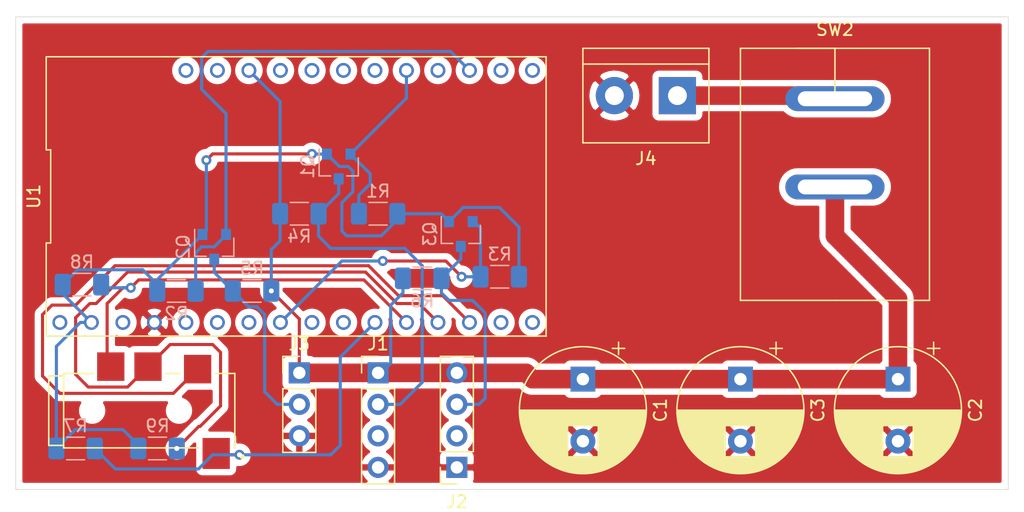
<source format=kicad_pcb>
(kicad_pcb (version 20171130) (host pcbnew "(5.1.7)-1")

  (general
    (thickness 1.6)
    (drawings 5)
    (tracks 170)
    (zones 0)
    (modules 22)
    (nets 35)
  )

  (page A4)
  (layers
    (0 F.Cu signal)
    (31 B.Cu signal)
    (32 B.Adhes user)
    (33 F.Adhes user)
    (34 B.Paste user)
    (35 F.Paste user)
    (36 B.SilkS user)
    (37 F.SilkS user)
    (38 B.Mask user)
    (39 F.Mask user)
    (40 Dwgs.User user)
    (41 Cmts.User user)
    (42 Eco1.User user)
    (43 Eco2.User user)
    (44 Edge.Cuts user)
    (45 Margin user)
    (46 B.CrtYd user)
    (47 F.CrtYd user)
    (48 B.Fab user)
    (49 F.Fab user)
  )

  (setup
    (last_trace_width 1.5)
    (user_trace_width 1)
    (user_trace_width 1.5)
    (user_trace_width 2)
    (trace_clearance 0.2)
    (zone_clearance 0.508)
    (zone_45_only no)
    (trace_min 0.2)
    (via_size 0.8)
    (via_drill 0.4)
    (via_min_size 0.4)
    (via_min_drill 0.3)
    (uvia_size 0.3)
    (uvia_drill 0.1)
    (uvias_allowed no)
    (uvia_min_size 0.2)
    (uvia_min_drill 0.1)
    (edge_width 0.05)
    (segment_width 0.2)
    (pcb_text_width 0.3)
    (pcb_text_size 1.5 1.5)
    (mod_edge_width 0.12)
    (mod_text_size 1 1)
    (mod_text_width 0.15)
    (pad_size 1.524 1.524)
    (pad_drill 0.762)
    (pad_to_mask_clearance 0)
    (aux_axis_origin 0 0)
    (visible_elements 7FFFFFFF)
    (pcbplotparams
      (layerselection 0x010fc_ffffffff)
      (usegerberextensions true)
      (usegerberattributes false)
      (usegerberadvancedattributes false)
      (creategerberjobfile false)
      (excludeedgelayer true)
      (linewidth 0.100000)
      (plotframeref false)
      (viasonmask false)
      (mode 1)
      (useauxorigin false)
      (hpglpennumber 1)
      (hpglpenspeed 20)
      (hpglpendiameter 15.000000)
      (psnegative false)
      (psa4output false)
      (plotreference true)
      (plotvalue true)
      (plotinvisibletext false)
      (padsonsilk false)
      (subtractmaskfromsilk false)
      (outputformat 1)
      (mirror false)
      (drillshape 0)
      (scaleselection 1)
      (outputdirectory "C:/Users/Jonathan/Desktop/rgb_controller_pcbway/"))
  )

  (net 0 "")
  (net 1 VCC)
  (net 2 GND)
  (net 3 RGB_D_5V_1)
  (net 4 "Net-(J1-Pad3)")
  (net 5 "Net-(J2-Pad2)")
  (net 6 RGB_D_5V_3)
  (net 7 RGB_D_5V_2)
  (net 8 "Net-(J4-Pad1)")
  (net 9 "Net-(J5-Pad4)")
  (net 10 "Net-(J5-Pad3)")
  (net 11 "Net-(J5-Pad2)")
  (net 12 "Net-(J5-Pad1)")
  (net 13 3V3)
  (net 14 RGB_D_3V3_1)
  (net 15 RGB_D_3V3_2)
  (net 16 RGB_D_3V3_3)
  (net 17 "Net-(U1-Pad1)")
  (net 18 "Net-(U1-Pad3)")
  (net 19 "Net-(U1-Pad17)")
  (net 20 "Net-(U1-Pad5)")
  (net 21 "Net-(U1-Pad18)")
  (net 22 "Net-(U1-Pad6)")
  (net 23 "Net-(U1-Pad7)")
  (net 24 "Net-(U1-Pad20)")
  (net 25 "Net-(U1-Pad21)")
  (net 26 "Net-(U1-Pad9)")
  (net 27 "Net-(U1-Pad22)")
  (net 28 "Net-(U1-Pad10)")
  (net 29 "Net-(U1-Pad23)")
  (net 30 "Net-(U1-Pad25)")
  (net 31 "Net-(U1-Pad27)")
  (net 32 "Net-(U1-Pad15)")
  (net 33 "Net-(U1-Pad28)")
  (net 34 "Net-(U1-Pad16)")

  (net_class Default "This is the default net class."
    (clearance 0.2)
    (trace_width 0.25)
    (via_dia 0.8)
    (via_drill 0.4)
    (uvia_dia 0.3)
    (uvia_drill 0.1)
    (add_net 3V3)
    (add_net GND)
    (add_net "Net-(J1-Pad3)")
    (add_net "Net-(J2-Pad2)")
    (add_net "Net-(J4-Pad1)")
    (add_net "Net-(J5-Pad1)")
    (add_net "Net-(J5-Pad2)")
    (add_net "Net-(J5-Pad3)")
    (add_net "Net-(J5-Pad4)")
    (add_net "Net-(U1-Pad1)")
    (add_net "Net-(U1-Pad10)")
    (add_net "Net-(U1-Pad15)")
    (add_net "Net-(U1-Pad16)")
    (add_net "Net-(U1-Pad17)")
    (add_net "Net-(U1-Pad18)")
    (add_net "Net-(U1-Pad20)")
    (add_net "Net-(U1-Pad21)")
    (add_net "Net-(U1-Pad22)")
    (add_net "Net-(U1-Pad23)")
    (add_net "Net-(U1-Pad25)")
    (add_net "Net-(U1-Pad27)")
    (add_net "Net-(U1-Pad28)")
    (add_net "Net-(U1-Pad3)")
    (add_net "Net-(U1-Pad5)")
    (add_net "Net-(U1-Pad6)")
    (add_net "Net-(U1-Pad7)")
    (add_net "Net-(U1-Pad9)")
    (add_net RGB_D_3V3_1)
    (add_net RGB_D_3V3_2)
    (add_net RGB_D_3V3_3)
    (add_net RGB_D_5V_1)
    (add_net RGB_D_5V_2)
    (add_net RGB_D_5V_3)
    (add_net VCC)
  )

  (module Capacitor_THT:CP_Radial_D10.0mm_P5.00mm (layer F.Cu) (tedit 5AE50EF1) (tstamp 5FB0D6C0)
    (at 123.19 63.5 270)
    (descr "CP, Radial series, Radial, pin pitch=5.00mm, , diameter=10mm, Electrolytic Capacitor")
    (tags "CP Radial series Radial pin pitch 5.00mm  diameter 10mm Electrolytic Capacitor")
    (path /5FA12FC3)
    (fp_text reference C1 (at 2.5 -6.25 90) (layer F.SilkS)
      (effects (font (size 1 1) (thickness 0.15)))
    )
    (fp_text value 1000uF (at 2.5 6.25 90) (layer F.Fab)
      (effects (font (size 1 1) (thickness 0.15)))
    )
    (fp_circle (center 2.5 0) (end 7.5 0) (layer F.Fab) (width 0.1))
    (fp_circle (center 2.5 0) (end 7.62 0) (layer F.SilkS) (width 0.12))
    (fp_circle (center 2.5 0) (end 7.75 0) (layer F.CrtYd) (width 0.05))
    (fp_line (start -1.788861 -2.1875) (end -0.788861 -2.1875) (layer F.Fab) (width 0.1))
    (fp_line (start -1.288861 -2.6875) (end -1.288861 -1.6875) (layer F.Fab) (width 0.1))
    (fp_line (start 2.5 -5.08) (end 2.5 5.08) (layer F.SilkS) (width 0.12))
    (fp_line (start 2.54 -5.08) (end 2.54 5.08) (layer F.SilkS) (width 0.12))
    (fp_line (start 2.58 -5.08) (end 2.58 5.08) (layer F.SilkS) (width 0.12))
    (fp_line (start 2.62 -5.079) (end 2.62 5.079) (layer F.SilkS) (width 0.12))
    (fp_line (start 2.66 -5.078) (end 2.66 5.078) (layer F.SilkS) (width 0.12))
    (fp_line (start 2.7 -5.077) (end 2.7 5.077) (layer F.SilkS) (width 0.12))
    (fp_line (start 2.74 -5.075) (end 2.74 5.075) (layer F.SilkS) (width 0.12))
    (fp_line (start 2.78 -5.073) (end 2.78 5.073) (layer F.SilkS) (width 0.12))
    (fp_line (start 2.82 -5.07) (end 2.82 5.07) (layer F.SilkS) (width 0.12))
    (fp_line (start 2.86 -5.068) (end 2.86 5.068) (layer F.SilkS) (width 0.12))
    (fp_line (start 2.9 -5.065) (end 2.9 5.065) (layer F.SilkS) (width 0.12))
    (fp_line (start 2.94 -5.062) (end 2.94 5.062) (layer F.SilkS) (width 0.12))
    (fp_line (start 2.98 -5.058) (end 2.98 5.058) (layer F.SilkS) (width 0.12))
    (fp_line (start 3.02 -5.054) (end 3.02 5.054) (layer F.SilkS) (width 0.12))
    (fp_line (start 3.06 -5.05) (end 3.06 5.05) (layer F.SilkS) (width 0.12))
    (fp_line (start 3.1 -5.045) (end 3.1 5.045) (layer F.SilkS) (width 0.12))
    (fp_line (start 3.14 -5.04) (end 3.14 5.04) (layer F.SilkS) (width 0.12))
    (fp_line (start 3.18 -5.035) (end 3.18 5.035) (layer F.SilkS) (width 0.12))
    (fp_line (start 3.221 -5.03) (end 3.221 5.03) (layer F.SilkS) (width 0.12))
    (fp_line (start 3.261 -5.024) (end 3.261 5.024) (layer F.SilkS) (width 0.12))
    (fp_line (start 3.301 -5.018) (end 3.301 5.018) (layer F.SilkS) (width 0.12))
    (fp_line (start 3.341 -5.011) (end 3.341 5.011) (layer F.SilkS) (width 0.12))
    (fp_line (start 3.381 -5.004) (end 3.381 5.004) (layer F.SilkS) (width 0.12))
    (fp_line (start 3.421 -4.997) (end 3.421 4.997) (layer F.SilkS) (width 0.12))
    (fp_line (start 3.461 -4.99) (end 3.461 4.99) (layer F.SilkS) (width 0.12))
    (fp_line (start 3.501 -4.982) (end 3.501 4.982) (layer F.SilkS) (width 0.12))
    (fp_line (start 3.541 -4.974) (end 3.541 4.974) (layer F.SilkS) (width 0.12))
    (fp_line (start 3.581 -4.965) (end 3.581 4.965) (layer F.SilkS) (width 0.12))
    (fp_line (start 3.621 -4.956) (end 3.621 4.956) (layer F.SilkS) (width 0.12))
    (fp_line (start 3.661 -4.947) (end 3.661 4.947) (layer F.SilkS) (width 0.12))
    (fp_line (start 3.701 -4.938) (end 3.701 4.938) (layer F.SilkS) (width 0.12))
    (fp_line (start 3.741 -4.928) (end 3.741 4.928) (layer F.SilkS) (width 0.12))
    (fp_line (start 3.781 -4.918) (end 3.781 -1.241) (layer F.SilkS) (width 0.12))
    (fp_line (start 3.781 1.241) (end 3.781 4.918) (layer F.SilkS) (width 0.12))
    (fp_line (start 3.821 -4.907) (end 3.821 -1.241) (layer F.SilkS) (width 0.12))
    (fp_line (start 3.821 1.241) (end 3.821 4.907) (layer F.SilkS) (width 0.12))
    (fp_line (start 3.861 -4.897) (end 3.861 -1.241) (layer F.SilkS) (width 0.12))
    (fp_line (start 3.861 1.241) (end 3.861 4.897) (layer F.SilkS) (width 0.12))
    (fp_line (start 3.901 -4.885) (end 3.901 -1.241) (layer F.SilkS) (width 0.12))
    (fp_line (start 3.901 1.241) (end 3.901 4.885) (layer F.SilkS) (width 0.12))
    (fp_line (start 3.941 -4.874) (end 3.941 -1.241) (layer F.SilkS) (width 0.12))
    (fp_line (start 3.941 1.241) (end 3.941 4.874) (layer F.SilkS) (width 0.12))
    (fp_line (start 3.981 -4.862) (end 3.981 -1.241) (layer F.SilkS) (width 0.12))
    (fp_line (start 3.981 1.241) (end 3.981 4.862) (layer F.SilkS) (width 0.12))
    (fp_line (start 4.021 -4.85) (end 4.021 -1.241) (layer F.SilkS) (width 0.12))
    (fp_line (start 4.021 1.241) (end 4.021 4.85) (layer F.SilkS) (width 0.12))
    (fp_line (start 4.061 -4.837) (end 4.061 -1.241) (layer F.SilkS) (width 0.12))
    (fp_line (start 4.061 1.241) (end 4.061 4.837) (layer F.SilkS) (width 0.12))
    (fp_line (start 4.101 -4.824) (end 4.101 -1.241) (layer F.SilkS) (width 0.12))
    (fp_line (start 4.101 1.241) (end 4.101 4.824) (layer F.SilkS) (width 0.12))
    (fp_line (start 4.141 -4.811) (end 4.141 -1.241) (layer F.SilkS) (width 0.12))
    (fp_line (start 4.141 1.241) (end 4.141 4.811) (layer F.SilkS) (width 0.12))
    (fp_line (start 4.181 -4.797) (end 4.181 -1.241) (layer F.SilkS) (width 0.12))
    (fp_line (start 4.181 1.241) (end 4.181 4.797) (layer F.SilkS) (width 0.12))
    (fp_line (start 4.221 -4.783) (end 4.221 -1.241) (layer F.SilkS) (width 0.12))
    (fp_line (start 4.221 1.241) (end 4.221 4.783) (layer F.SilkS) (width 0.12))
    (fp_line (start 4.261 -4.768) (end 4.261 -1.241) (layer F.SilkS) (width 0.12))
    (fp_line (start 4.261 1.241) (end 4.261 4.768) (layer F.SilkS) (width 0.12))
    (fp_line (start 4.301 -4.754) (end 4.301 -1.241) (layer F.SilkS) (width 0.12))
    (fp_line (start 4.301 1.241) (end 4.301 4.754) (layer F.SilkS) (width 0.12))
    (fp_line (start 4.341 -4.738) (end 4.341 -1.241) (layer F.SilkS) (width 0.12))
    (fp_line (start 4.341 1.241) (end 4.341 4.738) (layer F.SilkS) (width 0.12))
    (fp_line (start 4.381 -4.723) (end 4.381 -1.241) (layer F.SilkS) (width 0.12))
    (fp_line (start 4.381 1.241) (end 4.381 4.723) (layer F.SilkS) (width 0.12))
    (fp_line (start 4.421 -4.707) (end 4.421 -1.241) (layer F.SilkS) (width 0.12))
    (fp_line (start 4.421 1.241) (end 4.421 4.707) (layer F.SilkS) (width 0.12))
    (fp_line (start 4.461 -4.69) (end 4.461 -1.241) (layer F.SilkS) (width 0.12))
    (fp_line (start 4.461 1.241) (end 4.461 4.69) (layer F.SilkS) (width 0.12))
    (fp_line (start 4.501 -4.674) (end 4.501 -1.241) (layer F.SilkS) (width 0.12))
    (fp_line (start 4.501 1.241) (end 4.501 4.674) (layer F.SilkS) (width 0.12))
    (fp_line (start 4.541 -4.657) (end 4.541 -1.241) (layer F.SilkS) (width 0.12))
    (fp_line (start 4.541 1.241) (end 4.541 4.657) (layer F.SilkS) (width 0.12))
    (fp_line (start 4.581 -4.639) (end 4.581 -1.241) (layer F.SilkS) (width 0.12))
    (fp_line (start 4.581 1.241) (end 4.581 4.639) (layer F.SilkS) (width 0.12))
    (fp_line (start 4.621 -4.621) (end 4.621 -1.241) (layer F.SilkS) (width 0.12))
    (fp_line (start 4.621 1.241) (end 4.621 4.621) (layer F.SilkS) (width 0.12))
    (fp_line (start 4.661 -4.603) (end 4.661 -1.241) (layer F.SilkS) (width 0.12))
    (fp_line (start 4.661 1.241) (end 4.661 4.603) (layer F.SilkS) (width 0.12))
    (fp_line (start 4.701 -4.584) (end 4.701 -1.241) (layer F.SilkS) (width 0.12))
    (fp_line (start 4.701 1.241) (end 4.701 4.584) (layer F.SilkS) (width 0.12))
    (fp_line (start 4.741 -4.564) (end 4.741 -1.241) (layer F.SilkS) (width 0.12))
    (fp_line (start 4.741 1.241) (end 4.741 4.564) (layer F.SilkS) (width 0.12))
    (fp_line (start 4.781 -4.545) (end 4.781 -1.241) (layer F.SilkS) (width 0.12))
    (fp_line (start 4.781 1.241) (end 4.781 4.545) (layer F.SilkS) (width 0.12))
    (fp_line (start 4.821 -4.525) (end 4.821 -1.241) (layer F.SilkS) (width 0.12))
    (fp_line (start 4.821 1.241) (end 4.821 4.525) (layer F.SilkS) (width 0.12))
    (fp_line (start 4.861 -4.504) (end 4.861 -1.241) (layer F.SilkS) (width 0.12))
    (fp_line (start 4.861 1.241) (end 4.861 4.504) (layer F.SilkS) (width 0.12))
    (fp_line (start 4.901 -4.483) (end 4.901 -1.241) (layer F.SilkS) (width 0.12))
    (fp_line (start 4.901 1.241) (end 4.901 4.483) (layer F.SilkS) (width 0.12))
    (fp_line (start 4.941 -4.462) (end 4.941 -1.241) (layer F.SilkS) (width 0.12))
    (fp_line (start 4.941 1.241) (end 4.941 4.462) (layer F.SilkS) (width 0.12))
    (fp_line (start 4.981 -4.44) (end 4.981 -1.241) (layer F.SilkS) (width 0.12))
    (fp_line (start 4.981 1.241) (end 4.981 4.44) (layer F.SilkS) (width 0.12))
    (fp_line (start 5.021 -4.417) (end 5.021 -1.241) (layer F.SilkS) (width 0.12))
    (fp_line (start 5.021 1.241) (end 5.021 4.417) (layer F.SilkS) (width 0.12))
    (fp_line (start 5.061 -4.395) (end 5.061 -1.241) (layer F.SilkS) (width 0.12))
    (fp_line (start 5.061 1.241) (end 5.061 4.395) (layer F.SilkS) (width 0.12))
    (fp_line (start 5.101 -4.371) (end 5.101 -1.241) (layer F.SilkS) (width 0.12))
    (fp_line (start 5.101 1.241) (end 5.101 4.371) (layer F.SilkS) (width 0.12))
    (fp_line (start 5.141 -4.347) (end 5.141 -1.241) (layer F.SilkS) (width 0.12))
    (fp_line (start 5.141 1.241) (end 5.141 4.347) (layer F.SilkS) (width 0.12))
    (fp_line (start 5.181 -4.323) (end 5.181 -1.241) (layer F.SilkS) (width 0.12))
    (fp_line (start 5.181 1.241) (end 5.181 4.323) (layer F.SilkS) (width 0.12))
    (fp_line (start 5.221 -4.298) (end 5.221 -1.241) (layer F.SilkS) (width 0.12))
    (fp_line (start 5.221 1.241) (end 5.221 4.298) (layer F.SilkS) (width 0.12))
    (fp_line (start 5.261 -4.273) (end 5.261 -1.241) (layer F.SilkS) (width 0.12))
    (fp_line (start 5.261 1.241) (end 5.261 4.273) (layer F.SilkS) (width 0.12))
    (fp_line (start 5.301 -4.247) (end 5.301 -1.241) (layer F.SilkS) (width 0.12))
    (fp_line (start 5.301 1.241) (end 5.301 4.247) (layer F.SilkS) (width 0.12))
    (fp_line (start 5.341 -4.221) (end 5.341 -1.241) (layer F.SilkS) (width 0.12))
    (fp_line (start 5.341 1.241) (end 5.341 4.221) (layer F.SilkS) (width 0.12))
    (fp_line (start 5.381 -4.194) (end 5.381 -1.241) (layer F.SilkS) (width 0.12))
    (fp_line (start 5.381 1.241) (end 5.381 4.194) (layer F.SilkS) (width 0.12))
    (fp_line (start 5.421 -4.166) (end 5.421 -1.241) (layer F.SilkS) (width 0.12))
    (fp_line (start 5.421 1.241) (end 5.421 4.166) (layer F.SilkS) (width 0.12))
    (fp_line (start 5.461 -4.138) (end 5.461 -1.241) (layer F.SilkS) (width 0.12))
    (fp_line (start 5.461 1.241) (end 5.461 4.138) (layer F.SilkS) (width 0.12))
    (fp_line (start 5.501 -4.11) (end 5.501 -1.241) (layer F.SilkS) (width 0.12))
    (fp_line (start 5.501 1.241) (end 5.501 4.11) (layer F.SilkS) (width 0.12))
    (fp_line (start 5.541 -4.08) (end 5.541 -1.241) (layer F.SilkS) (width 0.12))
    (fp_line (start 5.541 1.241) (end 5.541 4.08) (layer F.SilkS) (width 0.12))
    (fp_line (start 5.581 -4.05) (end 5.581 -1.241) (layer F.SilkS) (width 0.12))
    (fp_line (start 5.581 1.241) (end 5.581 4.05) (layer F.SilkS) (width 0.12))
    (fp_line (start 5.621 -4.02) (end 5.621 -1.241) (layer F.SilkS) (width 0.12))
    (fp_line (start 5.621 1.241) (end 5.621 4.02) (layer F.SilkS) (width 0.12))
    (fp_line (start 5.661 -3.989) (end 5.661 -1.241) (layer F.SilkS) (width 0.12))
    (fp_line (start 5.661 1.241) (end 5.661 3.989) (layer F.SilkS) (width 0.12))
    (fp_line (start 5.701 -3.957) (end 5.701 -1.241) (layer F.SilkS) (width 0.12))
    (fp_line (start 5.701 1.241) (end 5.701 3.957) (layer F.SilkS) (width 0.12))
    (fp_line (start 5.741 -3.925) (end 5.741 -1.241) (layer F.SilkS) (width 0.12))
    (fp_line (start 5.741 1.241) (end 5.741 3.925) (layer F.SilkS) (width 0.12))
    (fp_line (start 5.781 -3.892) (end 5.781 -1.241) (layer F.SilkS) (width 0.12))
    (fp_line (start 5.781 1.241) (end 5.781 3.892) (layer F.SilkS) (width 0.12))
    (fp_line (start 5.821 -3.858) (end 5.821 -1.241) (layer F.SilkS) (width 0.12))
    (fp_line (start 5.821 1.241) (end 5.821 3.858) (layer F.SilkS) (width 0.12))
    (fp_line (start 5.861 -3.824) (end 5.861 -1.241) (layer F.SilkS) (width 0.12))
    (fp_line (start 5.861 1.241) (end 5.861 3.824) (layer F.SilkS) (width 0.12))
    (fp_line (start 5.901 -3.789) (end 5.901 -1.241) (layer F.SilkS) (width 0.12))
    (fp_line (start 5.901 1.241) (end 5.901 3.789) (layer F.SilkS) (width 0.12))
    (fp_line (start 5.941 -3.753) (end 5.941 -1.241) (layer F.SilkS) (width 0.12))
    (fp_line (start 5.941 1.241) (end 5.941 3.753) (layer F.SilkS) (width 0.12))
    (fp_line (start 5.981 -3.716) (end 5.981 -1.241) (layer F.SilkS) (width 0.12))
    (fp_line (start 5.981 1.241) (end 5.981 3.716) (layer F.SilkS) (width 0.12))
    (fp_line (start 6.021 -3.679) (end 6.021 -1.241) (layer F.SilkS) (width 0.12))
    (fp_line (start 6.021 1.241) (end 6.021 3.679) (layer F.SilkS) (width 0.12))
    (fp_line (start 6.061 -3.64) (end 6.061 -1.241) (layer F.SilkS) (width 0.12))
    (fp_line (start 6.061 1.241) (end 6.061 3.64) (layer F.SilkS) (width 0.12))
    (fp_line (start 6.101 -3.601) (end 6.101 -1.241) (layer F.SilkS) (width 0.12))
    (fp_line (start 6.101 1.241) (end 6.101 3.601) (layer F.SilkS) (width 0.12))
    (fp_line (start 6.141 -3.561) (end 6.141 -1.241) (layer F.SilkS) (width 0.12))
    (fp_line (start 6.141 1.241) (end 6.141 3.561) (layer F.SilkS) (width 0.12))
    (fp_line (start 6.181 -3.52) (end 6.181 -1.241) (layer F.SilkS) (width 0.12))
    (fp_line (start 6.181 1.241) (end 6.181 3.52) (layer F.SilkS) (width 0.12))
    (fp_line (start 6.221 -3.478) (end 6.221 -1.241) (layer F.SilkS) (width 0.12))
    (fp_line (start 6.221 1.241) (end 6.221 3.478) (layer F.SilkS) (width 0.12))
    (fp_line (start 6.261 -3.436) (end 6.261 3.436) (layer F.SilkS) (width 0.12))
    (fp_line (start 6.301 -3.392) (end 6.301 3.392) (layer F.SilkS) (width 0.12))
    (fp_line (start 6.341 -3.347) (end 6.341 3.347) (layer F.SilkS) (width 0.12))
    (fp_line (start 6.381 -3.301) (end 6.381 3.301) (layer F.SilkS) (width 0.12))
    (fp_line (start 6.421 -3.254) (end 6.421 3.254) (layer F.SilkS) (width 0.12))
    (fp_line (start 6.461 -3.206) (end 6.461 3.206) (layer F.SilkS) (width 0.12))
    (fp_line (start 6.501 -3.156) (end 6.501 3.156) (layer F.SilkS) (width 0.12))
    (fp_line (start 6.541 -3.106) (end 6.541 3.106) (layer F.SilkS) (width 0.12))
    (fp_line (start 6.581 -3.054) (end 6.581 3.054) (layer F.SilkS) (width 0.12))
    (fp_line (start 6.621 -3) (end 6.621 3) (layer F.SilkS) (width 0.12))
    (fp_line (start 6.661 -2.945) (end 6.661 2.945) (layer F.SilkS) (width 0.12))
    (fp_line (start 6.701 -2.889) (end 6.701 2.889) (layer F.SilkS) (width 0.12))
    (fp_line (start 6.741 -2.83) (end 6.741 2.83) (layer F.SilkS) (width 0.12))
    (fp_line (start 6.781 -2.77) (end 6.781 2.77) (layer F.SilkS) (width 0.12))
    (fp_line (start 6.821 -2.709) (end 6.821 2.709) (layer F.SilkS) (width 0.12))
    (fp_line (start 6.861 -2.645) (end 6.861 2.645) (layer F.SilkS) (width 0.12))
    (fp_line (start 6.901 -2.579) (end 6.901 2.579) (layer F.SilkS) (width 0.12))
    (fp_line (start 6.941 -2.51) (end 6.941 2.51) (layer F.SilkS) (width 0.12))
    (fp_line (start 6.981 -2.439) (end 6.981 2.439) (layer F.SilkS) (width 0.12))
    (fp_line (start 7.021 -2.365) (end 7.021 2.365) (layer F.SilkS) (width 0.12))
    (fp_line (start 7.061 -2.289) (end 7.061 2.289) (layer F.SilkS) (width 0.12))
    (fp_line (start 7.101 -2.209) (end 7.101 2.209) (layer F.SilkS) (width 0.12))
    (fp_line (start 7.141 -2.125) (end 7.141 2.125) (layer F.SilkS) (width 0.12))
    (fp_line (start 7.181 -2.037) (end 7.181 2.037) (layer F.SilkS) (width 0.12))
    (fp_line (start 7.221 -1.944) (end 7.221 1.944) (layer F.SilkS) (width 0.12))
    (fp_line (start 7.261 -1.846) (end 7.261 1.846) (layer F.SilkS) (width 0.12))
    (fp_line (start 7.301 -1.742) (end 7.301 1.742) (layer F.SilkS) (width 0.12))
    (fp_line (start 7.341 -1.63) (end 7.341 1.63) (layer F.SilkS) (width 0.12))
    (fp_line (start 7.381 -1.51) (end 7.381 1.51) (layer F.SilkS) (width 0.12))
    (fp_line (start 7.421 -1.378) (end 7.421 1.378) (layer F.SilkS) (width 0.12))
    (fp_line (start 7.461 -1.23) (end 7.461 1.23) (layer F.SilkS) (width 0.12))
    (fp_line (start 7.501 -1.062) (end 7.501 1.062) (layer F.SilkS) (width 0.12))
    (fp_line (start 7.541 -0.862) (end 7.541 0.862) (layer F.SilkS) (width 0.12))
    (fp_line (start 7.581 -0.599) (end 7.581 0.599) (layer F.SilkS) (width 0.12))
    (fp_line (start -2.979646 -2.875) (end -1.979646 -2.875) (layer F.SilkS) (width 0.12))
    (fp_line (start -2.479646 -3.375) (end -2.479646 -2.375) (layer F.SilkS) (width 0.12))
    (fp_text user %R (at 2.5 0 90) (layer F.Fab)
      (effects (font (size 1 1) (thickness 0.15)))
    )
    (pad 1 thru_hole rect (at 0 0 270) (size 2 2) (drill 1) (layers *.Cu *.Mask)
      (net 1 VCC))
    (pad 2 thru_hole circle (at 5 0 270) (size 2 2) (drill 1) (layers *.Cu *.Mask)
      (net 2 GND))
    (model ${KISYS3DMOD}/Capacitor_THT.3dshapes/CP_Radial_D10.0mm_P5.00mm.wrl
      (at (xyz 0 0 0))
      (scale (xyz 1 1 1))
      (rotate (xyz 0 0 0))
    )
  )

  (module Capacitor_THT:CP_Radial_D10.0mm_P5.00mm (layer F.Cu) (tedit 5AE50EF1) (tstamp 5FB0D78C)
    (at 148.59 63.5 270)
    (descr "CP, Radial series, Radial, pin pitch=5.00mm, , diameter=10mm, Electrolytic Capacitor")
    (tags "CP Radial series Radial pin pitch 5.00mm  diameter 10mm Electrolytic Capacitor")
    (path /5FA156F8)
    (fp_text reference C2 (at 2.5 -6.25 90) (layer F.SilkS)
      (effects (font (size 1 1) (thickness 0.15)))
    )
    (fp_text value 1000uF (at 2.5 6.25 90) (layer F.Fab)
      (effects (font (size 1 1) (thickness 0.15)))
    )
    (fp_circle (center 2.5 0) (end 7.5 0) (layer F.Fab) (width 0.1))
    (fp_circle (center 2.5 0) (end 7.62 0) (layer F.SilkS) (width 0.12))
    (fp_circle (center 2.5 0) (end 7.75 0) (layer F.CrtYd) (width 0.05))
    (fp_line (start -1.788861 -2.1875) (end -0.788861 -2.1875) (layer F.Fab) (width 0.1))
    (fp_line (start -1.288861 -2.6875) (end -1.288861 -1.6875) (layer F.Fab) (width 0.1))
    (fp_line (start 2.5 -5.08) (end 2.5 5.08) (layer F.SilkS) (width 0.12))
    (fp_line (start 2.54 -5.08) (end 2.54 5.08) (layer F.SilkS) (width 0.12))
    (fp_line (start 2.58 -5.08) (end 2.58 5.08) (layer F.SilkS) (width 0.12))
    (fp_line (start 2.62 -5.079) (end 2.62 5.079) (layer F.SilkS) (width 0.12))
    (fp_line (start 2.66 -5.078) (end 2.66 5.078) (layer F.SilkS) (width 0.12))
    (fp_line (start 2.7 -5.077) (end 2.7 5.077) (layer F.SilkS) (width 0.12))
    (fp_line (start 2.74 -5.075) (end 2.74 5.075) (layer F.SilkS) (width 0.12))
    (fp_line (start 2.78 -5.073) (end 2.78 5.073) (layer F.SilkS) (width 0.12))
    (fp_line (start 2.82 -5.07) (end 2.82 5.07) (layer F.SilkS) (width 0.12))
    (fp_line (start 2.86 -5.068) (end 2.86 5.068) (layer F.SilkS) (width 0.12))
    (fp_line (start 2.9 -5.065) (end 2.9 5.065) (layer F.SilkS) (width 0.12))
    (fp_line (start 2.94 -5.062) (end 2.94 5.062) (layer F.SilkS) (width 0.12))
    (fp_line (start 2.98 -5.058) (end 2.98 5.058) (layer F.SilkS) (width 0.12))
    (fp_line (start 3.02 -5.054) (end 3.02 5.054) (layer F.SilkS) (width 0.12))
    (fp_line (start 3.06 -5.05) (end 3.06 5.05) (layer F.SilkS) (width 0.12))
    (fp_line (start 3.1 -5.045) (end 3.1 5.045) (layer F.SilkS) (width 0.12))
    (fp_line (start 3.14 -5.04) (end 3.14 5.04) (layer F.SilkS) (width 0.12))
    (fp_line (start 3.18 -5.035) (end 3.18 5.035) (layer F.SilkS) (width 0.12))
    (fp_line (start 3.221 -5.03) (end 3.221 5.03) (layer F.SilkS) (width 0.12))
    (fp_line (start 3.261 -5.024) (end 3.261 5.024) (layer F.SilkS) (width 0.12))
    (fp_line (start 3.301 -5.018) (end 3.301 5.018) (layer F.SilkS) (width 0.12))
    (fp_line (start 3.341 -5.011) (end 3.341 5.011) (layer F.SilkS) (width 0.12))
    (fp_line (start 3.381 -5.004) (end 3.381 5.004) (layer F.SilkS) (width 0.12))
    (fp_line (start 3.421 -4.997) (end 3.421 4.997) (layer F.SilkS) (width 0.12))
    (fp_line (start 3.461 -4.99) (end 3.461 4.99) (layer F.SilkS) (width 0.12))
    (fp_line (start 3.501 -4.982) (end 3.501 4.982) (layer F.SilkS) (width 0.12))
    (fp_line (start 3.541 -4.974) (end 3.541 4.974) (layer F.SilkS) (width 0.12))
    (fp_line (start 3.581 -4.965) (end 3.581 4.965) (layer F.SilkS) (width 0.12))
    (fp_line (start 3.621 -4.956) (end 3.621 4.956) (layer F.SilkS) (width 0.12))
    (fp_line (start 3.661 -4.947) (end 3.661 4.947) (layer F.SilkS) (width 0.12))
    (fp_line (start 3.701 -4.938) (end 3.701 4.938) (layer F.SilkS) (width 0.12))
    (fp_line (start 3.741 -4.928) (end 3.741 4.928) (layer F.SilkS) (width 0.12))
    (fp_line (start 3.781 -4.918) (end 3.781 -1.241) (layer F.SilkS) (width 0.12))
    (fp_line (start 3.781 1.241) (end 3.781 4.918) (layer F.SilkS) (width 0.12))
    (fp_line (start 3.821 -4.907) (end 3.821 -1.241) (layer F.SilkS) (width 0.12))
    (fp_line (start 3.821 1.241) (end 3.821 4.907) (layer F.SilkS) (width 0.12))
    (fp_line (start 3.861 -4.897) (end 3.861 -1.241) (layer F.SilkS) (width 0.12))
    (fp_line (start 3.861 1.241) (end 3.861 4.897) (layer F.SilkS) (width 0.12))
    (fp_line (start 3.901 -4.885) (end 3.901 -1.241) (layer F.SilkS) (width 0.12))
    (fp_line (start 3.901 1.241) (end 3.901 4.885) (layer F.SilkS) (width 0.12))
    (fp_line (start 3.941 -4.874) (end 3.941 -1.241) (layer F.SilkS) (width 0.12))
    (fp_line (start 3.941 1.241) (end 3.941 4.874) (layer F.SilkS) (width 0.12))
    (fp_line (start 3.981 -4.862) (end 3.981 -1.241) (layer F.SilkS) (width 0.12))
    (fp_line (start 3.981 1.241) (end 3.981 4.862) (layer F.SilkS) (width 0.12))
    (fp_line (start 4.021 -4.85) (end 4.021 -1.241) (layer F.SilkS) (width 0.12))
    (fp_line (start 4.021 1.241) (end 4.021 4.85) (layer F.SilkS) (width 0.12))
    (fp_line (start 4.061 -4.837) (end 4.061 -1.241) (layer F.SilkS) (width 0.12))
    (fp_line (start 4.061 1.241) (end 4.061 4.837) (layer F.SilkS) (width 0.12))
    (fp_line (start 4.101 -4.824) (end 4.101 -1.241) (layer F.SilkS) (width 0.12))
    (fp_line (start 4.101 1.241) (end 4.101 4.824) (layer F.SilkS) (width 0.12))
    (fp_line (start 4.141 -4.811) (end 4.141 -1.241) (layer F.SilkS) (width 0.12))
    (fp_line (start 4.141 1.241) (end 4.141 4.811) (layer F.SilkS) (width 0.12))
    (fp_line (start 4.181 -4.797) (end 4.181 -1.241) (layer F.SilkS) (width 0.12))
    (fp_line (start 4.181 1.241) (end 4.181 4.797) (layer F.SilkS) (width 0.12))
    (fp_line (start 4.221 -4.783) (end 4.221 -1.241) (layer F.SilkS) (width 0.12))
    (fp_line (start 4.221 1.241) (end 4.221 4.783) (layer F.SilkS) (width 0.12))
    (fp_line (start 4.261 -4.768) (end 4.261 -1.241) (layer F.SilkS) (width 0.12))
    (fp_line (start 4.261 1.241) (end 4.261 4.768) (layer F.SilkS) (width 0.12))
    (fp_line (start 4.301 -4.754) (end 4.301 -1.241) (layer F.SilkS) (width 0.12))
    (fp_line (start 4.301 1.241) (end 4.301 4.754) (layer F.SilkS) (width 0.12))
    (fp_line (start 4.341 -4.738) (end 4.341 -1.241) (layer F.SilkS) (width 0.12))
    (fp_line (start 4.341 1.241) (end 4.341 4.738) (layer F.SilkS) (width 0.12))
    (fp_line (start 4.381 -4.723) (end 4.381 -1.241) (layer F.SilkS) (width 0.12))
    (fp_line (start 4.381 1.241) (end 4.381 4.723) (layer F.SilkS) (width 0.12))
    (fp_line (start 4.421 -4.707) (end 4.421 -1.241) (layer F.SilkS) (width 0.12))
    (fp_line (start 4.421 1.241) (end 4.421 4.707) (layer F.SilkS) (width 0.12))
    (fp_line (start 4.461 -4.69) (end 4.461 -1.241) (layer F.SilkS) (width 0.12))
    (fp_line (start 4.461 1.241) (end 4.461 4.69) (layer F.SilkS) (width 0.12))
    (fp_line (start 4.501 -4.674) (end 4.501 -1.241) (layer F.SilkS) (width 0.12))
    (fp_line (start 4.501 1.241) (end 4.501 4.674) (layer F.SilkS) (width 0.12))
    (fp_line (start 4.541 -4.657) (end 4.541 -1.241) (layer F.SilkS) (width 0.12))
    (fp_line (start 4.541 1.241) (end 4.541 4.657) (layer F.SilkS) (width 0.12))
    (fp_line (start 4.581 -4.639) (end 4.581 -1.241) (layer F.SilkS) (width 0.12))
    (fp_line (start 4.581 1.241) (end 4.581 4.639) (layer F.SilkS) (width 0.12))
    (fp_line (start 4.621 -4.621) (end 4.621 -1.241) (layer F.SilkS) (width 0.12))
    (fp_line (start 4.621 1.241) (end 4.621 4.621) (layer F.SilkS) (width 0.12))
    (fp_line (start 4.661 -4.603) (end 4.661 -1.241) (layer F.SilkS) (width 0.12))
    (fp_line (start 4.661 1.241) (end 4.661 4.603) (layer F.SilkS) (width 0.12))
    (fp_line (start 4.701 -4.584) (end 4.701 -1.241) (layer F.SilkS) (width 0.12))
    (fp_line (start 4.701 1.241) (end 4.701 4.584) (layer F.SilkS) (width 0.12))
    (fp_line (start 4.741 -4.564) (end 4.741 -1.241) (layer F.SilkS) (width 0.12))
    (fp_line (start 4.741 1.241) (end 4.741 4.564) (layer F.SilkS) (width 0.12))
    (fp_line (start 4.781 -4.545) (end 4.781 -1.241) (layer F.SilkS) (width 0.12))
    (fp_line (start 4.781 1.241) (end 4.781 4.545) (layer F.SilkS) (width 0.12))
    (fp_line (start 4.821 -4.525) (end 4.821 -1.241) (layer F.SilkS) (width 0.12))
    (fp_line (start 4.821 1.241) (end 4.821 4.525) (layer F.SilkS) (width 0.12))
    (fp_line (start 4.861 -4.504) (end 4.861 -1.241) (layer F.SilkS) (width 0.12))
    (fp_line (start 4.861 1.241) (end 4.861 4.504) (layer F.SilkS) (width 0.12))
    (fp_line (start 4.901 -4.483) (end 4.901 -1.241) (layer F.SilkS) (width 0.12))
    (fp_line (start 4.901 1.241) (end 4.901 4.483) (layer F.SilkS) (width 0.12))
    (fp_line (start 4.941 -4.462) (end 4.941 -1.241) (layer F.SilkS) (width 0.12))
    (fp_line (start 4.941 1.241) (end 4.941 4.462) (layer F.SilkS) (width 0.12))
    (fp_line (start 4.981 -4.44) (end 4.981 -1.241) (layer F.SilkS) (width 0.12))
    (fp_line (start 4.981 1.241) (end 4.981 4.44) (layer F.SilkS) (width 0.12))
    (fp_line (start 5.021 -4.417) (end 5.021 -1.241) (layer F.SilkS) (width 0.12))
    (fp_line (start 5.021 1.241) (end 5.021 4.417) (layer F.SilkS) (width 0.12))
    (fp_line (start 5.061 -4.395) (end 5.061 -1.241) (layer F.SilkS) (width 0.12))
    (fp_line (start 5.061 1.241) (end 5.061 4.395) (layer F.SilkS) (width 0.12))
    (fp_line (start 5.101 -4.371) (end 5.101 -1.241) (layer F.SilkS) (width 0.12))
    (fp_line (start 5.101 1.241) (end 5.101 4.371) (layer F.SilkS) (width 0.12))
    (fp_line (start 5.141 -4.347) (end 5.141 -1.241) (layer F.SilkS) (width 0.12))
    (fp_line (start 5.141 1.241) (end 5.141 4.347) (layer F.SilkS) (width 0.12))
    (fp_line (start 5.181 -4.323) (end 5.181 -1.241) (layer F.SilkS) (width 0.12))
    (fp_line (start 5.181 1.241) (end 5.181 4.323) (layer F.SilkS) (width 0.12))
    (fp_line (start 5.221 -4.298) (end 5.221 -1.241) (layer F.SilkS) (width 0.12))
    (fp_line (start 5.221 1.241) (end 5.221 4.298) (layer F.SilkS) (width 0.12))
    (fp_line (start 5.261 -4.273) (end 5.261 -1.241) (layer F.SilkS) (width 0.12))
    (fp_line (start 5.261 1.241) (end 5.261 4.273) (layer F.SilkS) (width 0.12))
    (fp_line (start 5.301 -4.247) (end 5.301 -1.241) (layer F.SilkS) (width 0.12))
    (fp_line (start 5.301 1.241) (end 5.301 4.247) (layer F.SilkS) (width 0.12))
    (fp_line (start 5.341 -4.221) (end 5.341 -1.241) (layer F.SilkS) (width 0.12))
    (fp_line (start 5.341 1.241) (end 5.341 4.221) (layer F.SilkS) (width 0.12))
    (fp_line (start 5.381 -4.194) (end 5.381 -1.241) (layer F.SilkS) (width 0.12))
    (fp_line (start 5.381 1.241) (end 5.381 4.194) (layer F.SilkS) (width 0.12))
    (fp_line (start 5.421 -4.166) (end 5.421 -1.241) (layer F.SilkS) (width 0.12))
    (fp_line (start 5.421 1.241) (end 5.421 4.166) (layer F.SilkS) (width 0.12))
    (fp_line (start 5.461 -4.138) (end 5.461 -1.241) (layer F.SilkS) (width 0.12))
    (fp_line (start 5.461 1.241) (end 5.461 4.138) (layer F.SilkS) (width 0.12))
    (fp_line (start 5.501 -4.11) (end 5.501 -1.241) (layer F.SilkS) (width 0.12))
    (fp_line (start 5.501 1.241) (end 5.501 4.11) (layer F.SilkS) (width 0.12))
    (fp_line (start 5.541 -4.08) (end 5.541 -1.241) (layer F.SilkS) (width 0.12))
    (fp_line (start 5.541 1.241) (end 5.541 4.08) (layer F.SilkS) (width 0.12))
    (fp_line (start 5.581 -4.05) (end 5.581 -1.241) (layer F.SilkS) (width 0.12))
    (fp_line (start 5.581 1.241) (end 5.581 4.05) (layer F.SilkS) (width 0.12))
    (fp_line (start 5.621 -4.02) (end 5.621 -1.241) (layer F.SilkS) (width 0.12))
    (fp_line (start 5.621 1.241) (end 5.621 4.02) (layer F.SilkS) (width 0.12))
    (fp_line (start 5.661 -3.989) (end 5.661 -1.241) (layer F.SilkS) (width 0.12))
    (fp_line (start 5.661 1.241) (end 5.661 3.989) (layer F.SilkS) (width 0.12))
    (fp_line (start 5.701 -3.957) (end 5.701 -1.241) (layer F.SilkS) (width 0.12))
    (fp_line (start 5.701 1.241) (end 5.701 3.957) (layer F.SilkS) (width 0.12))
    (fp_line (start 5.741 -3.925) (end 5.741 -1.241) (layer F.SilkS) (width 0.12))
    (fp_line (start 5.741 1.241) (end 5.741 3.925) (layer F.SilkS) (width 0.12))
    (fp_line (start 5.781 -3.892) (end 5.781 -1.241) (layer F.SilkS) (width 0.12))
    (fp_line (start 5.781 1.241) (end 5.781 3.892) (layer F.SilkS) (width 0.12))
    (fp_line (start 5.821 -3.858) (end 5.821 -1.241) (layer F.SilkS) (width 0.12))
    (fp_line (start 5.821 1.241) (end 5.821 3.858) (layer F.SilkS) (width 0.12))
    (fp_line (start 5.861 -3.824) (end 5.861 -1.241) (layer F.SilkS) (width 0.12))
    (fp_line (start 5.861 1.241) (end 5.861 3.824) (layer F.SilkS) (width 0.12))
    (fp_line (start 5.901 -3.789) (end 5.901 -1.241) (layer F.SilkS) (width 0.12))
    (fp_line (start 5.901 1.241) (end 5.901 3.789) (layer F.SilkS) (width 0.12))
    (fp_line (start 5.941 -3.753) (end 5.941 -1.241) (layer F.SilkS) (width 0.12))
    (fp_line (start 5.941 1.241) (end 5.941 3.753) (layer F.SilkS) (width 0.12))
    (fp_line (start 5.981 -3.716) (end 5.981 -1.241) (layer F.SilkS) (width 0.12))
    (fp_line (start 5.981 1.241) (end 5.981 3.716) (layer F.SilkS) (width 0.12))
    (fp_line (start 6.021 -3.679) (end 6.021 -1.241) (layer F.SilkS) (width 0.12))
    (fp_line (start 6.021 1.241) (end 6.021 3.679) (layer F.SilkS) (width 0.12))
    (fp_line (start 6.061 -3.64) (end 6.061 -1.241) (layer F.SilkS) (width 0.12))
    (fp_line (start 6.061 1.241) (end 6.061 3.64) (layer F.SilkS) (width 0.12))
    (fp_line (start 6.101 -3.601) (end 6.101 -1.241) (layer F.SilkS) (width 0.12))
    (fp_line (start 6.101 1.241) (end 6.101 3.601) (layer F.SilkS) (width 0.12))
    (fp_line (start 6.141 -3.561) (end 6.141 -1.241) (layer F.SilkS) (width 0.12))
    (fp_line (start 6.141 1.241) (end 6.141 3.561) (layer F.SilkS) (width 0.12))
    (fp_line (start 6.181 -3.52) (end 6.181 -1.241) (layer F.SilkS) (width 0.12))
    (fp_line (start 6.181 1.241) (end 6.181 3.52) (layer F.SilkS) (width 0.12))
    (fp_line (start 6.221 -3.478) (end 6.221 -1.241) (layer F.SilkS) (width 0.12))
    (fp_line (start 6.221 1.241) (end 6.221 3.478) (layer F.SilkS) (width 0.12))
    (fp_line (start 6.261 -3.436) (end 6.261 3.436) (layer F.SilkS) (width 0.12))
    (fp_line (start 6.301 -3.392) (end 6.301 3.392) (layer F.SilkS) (width 0.12))
    (fp_line (start 6.341 -3.347) (end 6.341 3.347) (layer F.SilkS) (width 0.12))
    (fp_line (start 6.381 -3.301) (end 6.381 3.301) (layer F.SilkS) (width 0.12))
    (fp_line (start 6.421 -3.254) (end 6.421 3.254) (layer F.SilkS) (width 0.12))
    (fp_line (start 6.461 -3.206) (end 6.461 3.206) (layer F.SilkS) (width 0.12))
    (fp_line (start 6.501 -3.156) (end 6.501 3.156) (layer F.SilkS) (width 0.12))
    (fp_line (start 6.541 -3.106) (end 6.541 3.106) (layer F.SilkS) (width 0.12))
    (fp_line (start 6.581 -3.054) (end 6.581 3.054) (layer F.SilkS) (width 0.12))
    (fp_line (start 6.621 -3) (end 6.621 3) (layer F.SilkS) (width 0.12))
    (fp_line (start 6.661 -2.945) (end 6.661 2.945) (layer F.SilkS) (width 0.12))
    (fp_line (start 6.701 -2.889) (end 6.701 2.889) (layer F.SilkS) (width 0.12))
    (fp_line (start 6.741 -2.83) (end 6.741 2.83) (layer F.SilkS) (width 0.12))
    (fp_line (start 6.781 -2.77) (end 6.781 2.77) (layer F.SilkS) (width 0.12))
    (fp_line (start 6.821 -2.709) (end 6.821 2.709) (layer F.SilkS) (width 0.12))
    (fp_line (start 6.861 -2.645) (end 6.861 2.645) (layer F.SilkS) (width 0.12))
    (fp_line (start 6.901 -2.579) (end 6.901 2.579) (layer F.SilkS) (width 0.12))
    (fp_line (start 6.941 -2.51) (end 6.941 2.51) (layer F.SilkS) (width 0.12))
    (fp_line (start 6.981 -2.439) (end 6.981 2.439) (layer F.SilkS) (width 0.12))
    (fp_line (start 7.021 -2.365) (end 7.021 2.365) (layer F.SilkS) (width 0.12))
    (fp_line (start 7.061 -2.289) (end 7.061 2.289) (layer F.SilkS) (width 0.12))
    (fp_line (start 7.101 -2.209) (end 7.101 2.209) (layer F.SilkS) (width 0.12))
    (fp_line (start 7.141 -2.125) (end 7.141 2.125) (layer F.SilkS) (width 0.12))
    (fp_line (start 7.181 -2.037) (end 7.181 2.037) (layer F.SilkS) (width 0.12))
    (fp_line (start 7.221 -1.944) (end 7.221 1.944) (layer F.SilkS) (width 0.12))
    (fp_line (start 7.261 -1.846) (end 7.261 1.846) (layer F.SilkS) (width 0.12))
    (fp_line (start 7.301 -1.742) (end 7.301 1.742) (layer F.SilkS) (width 0.12))
    (fp_line (start 7.341 -1.63) (end 7.341 1.63) (layer F.SilkS) (width 0.12))
    (fp_line (start 7.381 -1.51) (end 7.381 1.51) (layer F.SilkS) (width 0.12))
    (fp_line (start 7.421 -1.378) (end 7.421 1.378) (layer F.SilkS) (width 0.12))
    (fp_line (start 7.461 -1.23) (end 7.461 1.23) (layer F.SilkS) (width 0.12))
    (fp_line (start 7.501 -1.062) (end 7.501 1.062) (layer F.SilkS) (width 0.12))
    (fp_line (start 7.541 -0.862) (end 7.541 0.862) (layer F.SilkS) (width 0.12))
    (fp_line (start 7.581 -0.599) (end 7.581 0.599) (layer F.SilkS) (width 0.12))
    (fp_line (start -2.979646 -2.875) (end -1.979646 -2.875) (layer F.SilkS) (width 0.12))
    (fp_line (start -2.479646 -3.375) (end -2.479646 -2.375) (layer F.SilkS) (width 0.12))
    (fp_text user %R (at 2.5 0 90) (layer F.Fab)
      (effects (font (size 1 1) (thickness 0.15)))
    )
    (pad 1 thru_hole rect (at 0 0 270) (size 2 2) (drill 1) (layers *.Cu *.Mask)
      (net 1 VCC))
    (pad 2 thru_hole circle (at 5 0 270) (size 2 2) (drill 1) (layers *.Cu *.Mask)
      (net 2 GND))
    (model ${KISYS3DMOD}/Capacitor_THT.3dshapes/CP_Radial_D10.0mm_P5.00mm.wrl
      (at (xyz 0 0 0))
      (scale (xyz 1 1 1))
      (rotate (xyz 0 0 0))
    )
  )

  (module Capacitor_THT:CP_Radial_D10.0mm_P5.00mm (layer F.Cu) (tedit 5AE50EF1) (tstamp 5FB0F66B)
    (at 135.89 63.5 270)
    (descr "CP, Radial series, Radial, pin pitch=5.00mm, , diameter=10mm, Electrolytic Capacitor")
    (tags "CP Radial series Radial pin pitch 5.00mm  diameter 10mm Electrolytic Capacitor")
    (path /5FA149B1)
    (fp_text reference C3 (at 2.5 -6.25 90) (layer F.SilkS)
      (effects (font (size 1 1) (thickness 0.15)))
    )
    (fp_text value 1000uF (at 2.5 6.25 90) (layer F.Fab)
      (effects (font (size 1 1) (thickness 0.15)))
    )
    (fp_line (start -2.479646 -3.375) (end -2.479646 -2.375) (layer F.SilkS) (width 0.12))
    (fp_line (start -2.979646 -2.875) (end -1.979646 -2.875) (layer F.SilkS) (width 0.12))
    (fp_line (start 7.581 -0.599) (end 7.581 0.599) (layer F.SilkS) (width 0.12))
    (fp_line (start 7.541 -0.862) (end 7.541 0.862) (layer F.SilkS) (width 0.12))
    (fp_line (start 7.501 -1.062) (end 7.501 1.062) (layer F.SilkS) (width 0.12))
    (fp_line (start 7.461 -1.23) (end 7.461 1.23) (layer F.SilkS) (width 0.12))
    (fp_line (start 7.421 -1.378) (end 7.421 1.378) (layer F.SilkS) (width 0.12))
    (fp_line (start 7.381 -1.51) (end 7.381 1.51) (layer F.SilkS) (width 0.12))
    (fp_line (start 7.341 -1.63) (end 7.341 1.63) (layer F.SilkS) (width 0.12))
    (fp_line (start 7.301 -1.742) (end 7.301 1.742) (layer F.SilkS) (width 0.12))
    (fp_line (start 7.261 -1.846) (end 7.261 1.846) (layer F.SilkS) (width 0.12))
    (fp_line (start 7.221 -1.944) (end 7.221 1.944) (layer F.SilkS) (width 0.12))
    (fp_line (start 7.181 -2.037) (end 7.181 2.037) (layer F.SilkS) (width 0.12))
    (fp_line (start 7.141 -2.125) (end 7.141 2.125) (layer F.SilkS) (width 0.12))
    (fp_line (start 7.101 -2.209) (end 7.101 2.209) (layer F.SilkS) (width 0.12))
    (fp_line (start 7.061 -2.289) (end 7.061 2.289) (layer F.SilkS) (width 0.12))
    (fp_line (start 7.021 -2.365) (end 7.021 2.365) (layer F.SilkS) (width 0.12))
    (fp_line (start 6.981 -2.439) (end 6.981 2.439) (layer F.SilkS) (width 0.12))
    (fp_line (start 6.941 -2.51) (end 6.941 2.51) (layer F.SilkS) (width 0.12))
    (fp_line (start 6.901 -2.579) (end 6.901 2.579) (layer F.SilkS) (width 0.12))
    (fp_line (start 6.861 -2.645) (end 6.861 2.645) (layer F.SilkS) (width 0.12))
    (fp_line (start 6.821 -2.709) (end 6.821 2.709) (layer F.SilkS) (width 0.12))
    (fp_line (start 6.781 -2.77) (end 6.781 2.77) (layer F.SilkS) (width 0.12))
    (fp_line (start 6.741 -2.83) (end 6.741 2.83) (layer F.SilkS) (width 0.12))
    (fp_line (start 6.701 -2.889) (end 6.701 2.889) (layer F.SilkS) (width 0.12))
    (fp_line (start 6.661 -2.945) (end 6.661 2.945) (layer F.SilkS) (width 0.12))
    (fp_line (start 6.621 -3) (end 6.621 3) (layer F.SilkS) (width 0.12))
    (fp_line (start 6.581 -3.054) (end 6.581 3.054) (layer F.SilkS) (width 0.12))
    (fp_line (start 6.541 -3.106) (end 6.541 3.106) (layer F.SilkS) (width 0.12))
    (fp_line (start 6.501 -3.156) (end 6.501 3.156) (layer F.SilkS) (width 0.12))
    (fp_line (start 6.461 -3.206) (end 6.461 3.206) (layer F.SilkS) (width 0.12))
    (fp_line (start 6.421 -3.254) (end 6.421 3.254) (layer F.SilkS) (width 0.12))
    (fp_line (start 6.381 -3.301) (end 6.381 3.301) (layer F.SilkS) (width 0.12))
    (fp_line (start 6.341 -3.347) (end 6.341 3.347) (layer F.SilkS) (width 0.12))
    (fp_line (start 6.301 -3.392) (end 6.301 3.392) (layer F.SilkS) (width 0.12))
    (fp_line (start 6.261 -3.436) (end 6.261 3.436) (layer F.SilkS) (width 0.12))
    (fp_line (start 6.221 1.241) (end 6.221 3.478) (layer F.SilkS) (width 0.12))
    (fp_line (start 6.221 -3.478) (end 6.221 -1.241) (layer F.SilkS) (width 0.12))
    (fp_line (start 6.181 1.241) (end 6.181 3.52) (layer F.SilkS) (width 0.12))
    (fp_line (start 6.181 -3.52) (end 6.181 -1.241) (layer F.SilkS) (width 0.12))
    (fp_line (start 6.141 1.241) (end 6.141 3.561) (layer F.SilkS) (width 0.12))
    (fp_line (start 6.141 -3.561) (end 6.141 -1.241) (layer F.SilkS) (width 0.12))
    (fp_line (start 6.101 1.241) (end 6.101 3.601) (layer F.SilkS) (width 0.12))
    (fp_line (start 6.101 -3.601) (end 6.101 -1.241) (layer F.SilkS) (width 0.12))
    (fp_line (start 6.061 1.241) (end 6.061 3.64) (layer F.SilkS) (width 0.12))
    (fp_line (start 6.061 -3.64) (end 6.061 -1.241) (layer F.SilkS) (width 0.12))
    (fp_line (start 6.021 1.241) (end 6.021 3.679) (layer F.SilkS) (width 0.12))
    (fp_line (start 6.021 -3.679) (end 6.021 -1.241) (layer F.SilkS) (width 0.12))
    (fp_line (start 5.981 1.241) (end 5.981 3.716) (layer F.SilkS) (width 0.12))
    (fp_line (start 5.981 -3.716) (end 5.981 -1.241) (layer F.SilkS) (width 0.12))
    (fp_line (start 5.941 1.241) (end 5.941 3.753) (layer F.SilkS) (width 0.12))
    (fp_line (start 5.941 -3.753) (end 5.941 -1.241) (layer F.SilkS) (width 0.12))
    (fp_line (start 5.901 1.241) (end 5.901 3.789) (layer F.SilkS) (width 0.12))
    (fp_line (start 5.901 -3.789) (end 5.901 -1.241) (layer F.SilkS) (width 0.12))
    (fp_line (start 5.861 1.241) (end 5.861 3.824) (layer F.SilkS) (width 0.12))
    (fp_line (start 5.861 -3.824) (end 5.861 -1.241) (layer F.SilkS) (width 0.12))
    (fp_line (start 5.821 1.241) (end 5.821 3.858) (layer F.SilkS) (width 0.12))
    (fp_line (start 5.821 -3.858) (end 5.821 -1.241) (layer F.SilkS) (width 0.12))
    (fp_line (start 5.781 1.241) (end 5.781 3.892) (layer F.SilkS) (width 0.12))
    (fp_line (start 5.781 -3.892) (end 5.781 -1.241) (layer F.SilkS) (width 0.12))
    (fp_line (start 5.741 1.241) (end 5.741 3.925) (layer F.SilkS) (width 0.12))
    (fp_line (start 5.741 -3.925) (end 5.741 -1.241) (layer F.SilkS) (width 0.12))
    (fp_line (start 5.701 1.241) (end 5.701 3.957) (layer F.SilkS) (width 0.12))
    (fp_line (start 5.701 -3.957) (end 5.701 -1.241) (layer F.SilkS) (width 0.12))
    (fp_line (start 5.661 1.241) (end 5.661 3.989) (layer F.SilkS) (width 0.12))
    (fp_line (start 5.661 -3.989) (end 5.661 -1.241) (layer F.SilkS) (width 0.12))
    (fp_line (start 5.621 1.241) (end 5.621 4.02) (layer F.SilkS) (width 0.12))
    (fp_line (start 5.621 -4.02) (end 5.621 -1.241) (layer F.SilkS) (width 0.12))
    (fp_line (start 5.581 1.241) (end 5.581 4.05) (layer F.SilkS) (width 0.12))
    (fp_line (start 5.581 -4.05) (end 5.581 -1.241) (layer F.SilkS) (width 0.12))
    (fp_line (start 5.541 1.241) (end 5.541 4.08) (layer F.SilkS) (width 0.12))
    (fp_line (start 5.541 -4.08) (end 5.541 -1.241) (layer F.SilkS) (width 0.12))
    (fp_line (start 5.501 1.241) (end 5.501 4.11) (layer F.SilkS) (width 0.12))
    (fp_line (start 5.501 -4.11) (end 5.501 -1.241) (layer F.SilkS) (width 0.12))
    (fp_line (start 5.461 1.241) (end 5.461 4.138) (layer F.SilkS) (width 0.12))
    (fp_line (start 5.461 -4.138) (end 5.461 -1.241) (layer F.SilkS) (width 0.12))
    (fp_line (start 5.421 1.241) (end 5.421 4.166) (layer F.SilkS) (width 0.12))
    (fp_line (start 5.421 -4.166) (end 5.421 -1.241) (layer F.SilkS) (width 0.12))
    (fp_line (start 5.381 1.241) (end 5.381 4.194) (layer F.SilkS) (width 0.12))
    (fp_line (start 5.381 -4.194) (end 5.381 -1.241) (layer F.SilkS) (width 0.12))
    (fp_line (start 5.341 1.241) (end 5.341 4.221) (layer F.SilkS) (width 0.12))
    (fp_line (start 5.341 -4.221) (end 5.341 -1.241) (layer F.SilkS) (width 0.12))
    (fp_line (start 5.301 1.241) (end 5.301 4.247) (layer F.SilkS) (width 0.12))
    (fp_line (start 5.301 -4.247) (end 5.301 -1.241) (layer F.SilkS) (width 0.12))
    (fp_line (start 5.261 1.241) (end 5.261 4.273) (layer F.SilkS) (width 0.12))
    (fp_line (start 5.261 -4.273) (end 5.261 -1.241) (layer F.SilkS) (width 0.12))
    (fp_line (start 5.221 1.241) (end 5.221 4.298) (layer F.SilkS) (width 0.12))
    (fp_line (start 5.221 -4.298) (end 5.221 -1.241) (layer F.SilkS) (width 0.12))
    (fp_line (start 5.181 1.241) (end 5.181 4.323) (layer F.SilkS) (width 0.12))
    (fp_line (start 5.181 -4.323) (end 5.181 -1.241) (layer F.SilkS) (width 0.12))
    (fp_line (start 5.141 1.241) (end 5.141 4.347) (layer F.SilkS) (width 0.12))
    (fp_line (start 5.141 -4.347) (end 5.141 -1.241) (layer F.SilkS) (width 0.12))
    (fp_line (start 5.101 1.241) (end 5.101 4.371) (layer F.SilkS) (width 0.12))
    (fp_line (start 5.101 -4.371) (end 5.101 -1.241) (layer F.SilkS) (width 0.12))
    (fp_line (start 5.061 1.241) (end 5.061 4.395) (layer F.SilkS) (width 0.12))
    (fp_line (start 5.061 -4.395) (end 5.061 -1.241) (layer F.SilkS) (width 0.12))
    (fp_line (start 5.021 1.241) (end 5.021 4.417) (layer F.SilkS) (width 0.12))
    (fp_line (start 5.021 -4.417) (end 5.021 -1.241) (layer F.SilkS) (width 0.12))
    (fp_line (start 4.981 1.241) (end 4.981 4.44) (layer F.SilkS) (width 0.12))
    (fp_line (start 4.981 -4.44) (end 4.981 -1.241) (layer F.SilkS) (width 0.12))
    (fp_line (start 4.941 1.241) (end 4.941 4.462) (layer F.SilkS) (width 0.12))
    (fp_line (start 4.941 -4.462) (end 4.941 -1.241) (layer F.SilkS) (width 0.12))
    (fp_line (start 4.901 1.241) (end 4.901 4.483) (layer F.SilkS) (width 0.12))
    (fp_line (start 4.901 -4.483) (end 4.901 -1.241) (layer F.SilkS) (width 0.12))
    (fp_line (start 4.861 1.241) (end 4.861 4.504) (layer F.SilkS) (width 0.12))
    (fp_line (start 4.861 -4.504) (end 4.861 -1.241) (layer F.SilkS) (width 0.12))
    (fp_line (start 4.821 1.241) (end 4.821 4.525) (layer F.SilkS) (width 0.12))
    (fp_line (start 4.821 -4.525) (end 4.821 -1.241) (layer F.SilkS) (width 0.12))
    (fp_line (start 4.781 1.241) (end 4.781 4.545) (layer F.SilkS) (width 0.12))
    (fp_line (start 4.781 -4.545) (end 4.781 -1.241) (layer F.SilkS) (width 0.12))
    (fp_line (start 4.741 1.241) (end 4.741 4.564) (layer F.SilkS) (width 0.12))
    (fp_line (start 4.741 -4.564) (end 4.741 -1.241) (layer F.SilkS) (width 0.12))
    (fp_line (start 4.701 1.241) (end 4.701 4.584) (layer F.SilkS) (width 0.12))
    (fp_line (start 4.701 -4.584) (end 4.701 -1.241) (layer F.SilkS) (width 0.12))
    (fp_line (start 4.661 1.241) (end 4.661 4.603) (layer F.SilkS) (width 0.12))
    (fp_line (start 4.661 -4.603) (end 4.661 -1.241) (layer F.SilkS) (width 0.12))
    (fp_line (start 4.621 1.241) (end 4.621 4.621) (layer F.SilkS) (width 0.12))
    (fp_line (start 4.621 -4.621) (end 4.621 -1.241) (layer F.SilkS) (width 0.12))
    (fp_line (start 4.581 1.241) (end 4.581 4.639) (layer F.SilkS) (width 0.12))
    (fp_line (start 4.581 -4.639) (end 4.581 -1.241) (layer F.SilkS) (width 0.12))
    (fp_line (start 4.541 1.241) (end 4.541 4.657) (layer F.SilkS) (width 0.12))
    (fp_line (start 4.541 -4.657) (end 4.541 -1.241) (layer F.SilkS) (width 0.12))
    (fp_line (start 4.501 1.241) (end 4.501 4.674) (layer F.SilkS) (width 0.12))
    (fp_line (start 4.501 -4.674) (end 4.501 -1.241) (layer F.SilkS) (width 0.12))
    (fp_line (start 4.461 1.241) (end 4.461 4.69) (layer F.SilkS) (width 0.12))
    (fp_line (start 4.461 -4.69) (end 4.461 -1.241) (layer F.SilkS) (width 0.12))
    (fp_line (start 4.421 1.241) (end 4.421 4.707) (layer F.SilkS) (width 0.12))
    (fp_line (start 4.421 -4.707) (end 4.421 -1.241) (layer F.SilkS) (width 0.12))
    (fp_line (start 4.381 1.241) (end 4.381 4.723) (layer F.SilkS) (width 0.12))
    (fp_line (start 4.381 -4.723) (end 4.381 -1.241) (layer F.SilkS) (width 0.12))
    (fp_line (start 4.341 1.241) (end 4.341 4.738) (layer F.SilkS) (width 0.12))
    (fp_line (start 4.341 -4.738) (end 4.341 -1.241) (layer F.SilkS) (width 0.12))
    (fp_line (start 4.301 1.241) (end 4.301 4.754) (layer F.SilkS) (width 0.12))
    (fp_line (start 4.301 -4.754) (end 4.301 -1.241) (layer F.SilkS) (width 0.12))
    (fp_line (start 4.261 1.241) (end 4.261 4.768) (layer F.SilkS) (width 0.12))
    (fp_line (start 4.261 -4.768) (end 4.261 -1.241) (layer F.SilkS) (width 0.12))
    (fp_line (start 4.221 1.241) (end 4.221 4.783) (layer F.SilkS) (width 0.12))
    (fp_line (start 4.221 -4.783) (end 4.221 -1.241) (layer F.SilkS) (width 0.12))
    (fp_line (start 4.181 1.241) (end 4.181 4.797) (layer F.SilkS) (width 0.12))
    (fp_line (start 4.181 -4.797) (end 4.181 -1.241) (layer F.SilkS) (width 0.12))
    (fp_line (start 4.141 1.241) (end 4.141 4.811) (layer F.SilkS) (width 0.12))
    (fp_line (start 4.141 -4.811) (end 4.141 -1.241) (layer F.SilkS) (width 0.12))
    (fp_line (start 4.101 1.241) (end 4.101 4.824) (layer F.SilkS) (width 0.12))
    (fp_line (start 4.101 -4.824) (end 4.101 -1.241) (layer F.SilkS) (width 0.12))
    (fp_line (start 4.061 1.241) (end 4.061 4.837) (layer F.SilkS) (width 0.12))
    (fp_line (start 4.061 -4.837) (end 4.061 -1.241) (layer F.SilkS) (width 0.12))
    (fp_line (start 4.021 1.241) (end 4.021 4.85) (layer F.SilkS) (width 0.12))
    (fp_line (start 4.021 -4.85) (end 4.021 -1.241) (layer F.SilkS) (width 0.12))
    (fp_line (start 3.981 1.241) (end 3.981 4.862) (layer F.SilkS) (width 0.12))
    (fp_line (start 3.981 -4.862) (end 3.981 -1.241) (layer F.SilkS) (width 0.12))
    (fp_line (start 3.941 1.241) (end 3.941 4.874) (layer F.SilkS) (width 0.12))
    (fp_line (start 3.941 -4.874) (end 3.941 -1.241) (layer F.SilkS) (width 0.12))
    (fp_line (start 3.901 1.241) (end 3.901 4.885) (layer F.SilkS) (width 0.12))
    (fp_line (start 3.901 -4.885) (end 3.901 -1.241) (layer F.SilkS) (width 0.12))
    (fp_line (start 3.861 1.241) (end 3.861 4.897) (layer F.SilkS) (width 0.12))
    (fp_line (start 3.861 -4.897) (end 3.861 -1.241) (layer F.SilkS) (width 0.12))
    (fp_line (start 3.821 1.241) (end 3.821 4.907) (layer F.SilkS) (width 0.12))
    (fp_line (start 3.821 -4.907) (end 3.821 -1.241) (layer F.SilkS) (width 0.12))
    (fp_line (start 3.781 1.241) (end 3.781 4.918) (layer F.SilkS) (width 0.12))
    (fp_line (start 3.781 -4.918) (end 3.781 -1.241) (layer F.SilkS) (width 0.12))
    (fp_line (start 3.741 -4.928) (end 3.741 4.928) (layer F.SilkS) (width 0.12))
    (fp_line (start 3.701 -4.938) (end 3.701 4.938) (layer F.SilkS) (width 0.12))
    (fp_line (start 3.661 -4.947) (end 3.661 4.947) (layer F.SilkS) (width 0.12))
    (fp_line (start 3.621 -4.956) (end 3.621 4.956) (layer F.SilkS) (width 0.12))
    (fp_line (start 3.581 -4.965) (end 3.581 4.965) (layer F.SilkS) (width 0.12))
    (fp_line (start 3.541 -4.974) (end 3.541 4.974) (layer F.SilkS) (width 0.12))
    (fp_line (start 3.501 -4.982) (end 3.501 4.982) (layer F.SilkS) (width 0.12))
    (fp_line (start 3.461 -4.99) (end 3.461 4.99) (layer F.SilkS) (width 0.12))
    (fp_line (start 3.421 -4.997) (end 3.421 4.997) (layer F.SilkS) (width 0.12))
    (fp_line (start 3.381 -5.004) (end 3.381 5.004) (layer F.SilkS) (width 0.12))
    (fp_line (start 3.341 -5.011) (end 3.341 5.011) (layer F.SilkS) (width 0.12))
    (fp_line (start 3.301 -5.018) (end 3.301 5.018) (layer F.SilkS) (width 0.12))
    (fp_line (start 3.261 -5.024) (end 3.261 5.024) (layer F.SilkS) (width 0.12))
    (fp_line (start 3.221 -5.03) (end 3.221 5.03) (layer F.SilkS) (width 0.12))
    (fp_line (start 3.18 -5.035) (end 3.18 5.035) (layer F.SilkS) (width 0.12))
    (fp_line (start 3.14 -5.04) (end 3.14 5.04) (layer F.SilkS) (width 0.12))
    (fp_line (start 3.1 -5.045) (end 3.1 5.045) (layer F.SilkS) (width 0.12))
    (fp_line (start 3.06 -5.05) (end 3.06 5.05) (layer F.SilkS) (width 0.12))
    (fp_line (start 3.02 -5.054) (end 3.02 5.054) (layer F.SilkS) (width 0.12))
    (fp_line (start 2.98 -5.058) (end 2.98 5.058) (layer F.SilkS) (width 0.12))
    (fp_line (start 2.94 -5.062) (end 2.94 5.062) (layer F.SilkS) (width 0.12))
    (fp_line (start 2.9 -5.065) (end 2.9 5.065) (layer F.SilkS) (width 0.12))
    (fp_line (start 2.86 -5.068) (end 2.86 5.068) (layer F.SilkS) (width 0.12))
    (fp_line (start 2.82 -5.07) (end 2.82 5.07) (layer F.SilkS) (width 0.12))
    (fp_line (start 2.78 -5.073) (end 2.78 5.073) (layer F.SilkS) (width 0.12))
    (fp_line (start 2.74 -5.075) (end 2.74 5.075) (layer F.SilkS) (width 0.12))
    (fp_line (start 2.7 -5.077) (end 2.7 5.077) (layer F.SilkS) (width 0.12))
    (fp_line (start 2.66 -5.078) (end 2.66 5.078) (layer F.SilkS) (width 0.12))
    (fp_line (start 2.62 -5.079) (end 2.62 5.079) (layer F.SilkS) (width 0.12))
    (fp_line (start 2.58 -5.08) (end 2.58 5.08) (layer F.SilkS) (width 0.12))
    (fp_line (start 2.54 -5.08) (end 2.54 5.08) (layer F.SilkS) (width 0.12))
    (fp_line (start 2.5 -5.08) (end 2.5 5.08) (layer F.SilkS) (width 0.12))
    (fp_line (start -1.288861 -2.6875) (end -1.288861 -1.6875) (layer F.Fab) (width 0.1))
    (fp_line (start -1.788861 -2.1875) (end -0.788861 -2.1875) (layer F.Fab) (width 0.1))
    (fp_circle (center 2.5 0) (end 7.75 0) (layer F.CrtYd) (width 0.05))
    (fp_circle (center 2.5 0) (end 7.62 0) (layer F.SilkS) (width 0.12))
    (fp_circle (center 2.5 0) (end 7.5 0) (layer F.Fab) (width 0.1))
    (fp_text user %R (at 2.5 0 90) (layer F.Fab)
      (effects (font (size 1 1) (thickness 0.15)))
    )
    (pad 2 thru_hole circle (at 5 0 270) (size 2 2) (drill 1) (layers *.Cu *.Mask)
      (net 2 GND))
    (pad 1 thru_hole rect (at 0 0 270) (size 2 2) (drill 1) (layers *.Cu *.Mask)
      (net 1 VCC))
    (model ${KISYS3DMOD}/Capacitor_THT.3dshapes/CP_Radial_D10.0mm_P5.00mm.wrl
      (at (xyz 0 0 0))
      (scale (xyz 1 1 1))
      (rotate (xyz 0 0 0))
    )
  )

  (module Connector_PinHeader_2.54mm:PinHeader_1x04_P2.54mm_Vertical (layer F.Cu) (tedit 59FED5CC) (tstamp 5FB0D870)
    (at 106.68 62.992)
    (descr "Through hole straight pin header, 1x04, 2.54mm pitch, single row")
    (tags "Through hole pin header THT 1x04 2.54mm single row")
    (path /5F9C98D7)
    (fp_text reference J1 (at 0 -2.33) (layer F.SilkS)
      (effects (font (size 1 1) (thickness 0.15)))
    )
    (fp_text value Conn_01x04_Male (at 0 9.95) (layer F.Fab)
      (effects (font (size 1 1) (thickness 0.15)))
    )
    (fp_line (start -0.635 -1.27) (end 1.27 -1.27) (layer F.Fab) (width 0.1))
    (fp_line (start 1.27 -1.27) (end 1.27 8.89) (layer F.Fab) (width 0.1))
    (fp_line (start 1.27 8.89) (end -1.27 8.89) (layer F.Fab) (width 0.1))
    (fp_line (start -1.27 8.89) (end -1.27 -0.635) (layer F.Fab) (width 0.1))
    (fp_line (start -1.27 -0.635) (end -0.635 -1.27) (layer F.Fab) (width 0.1))
    (fp_line (start -1.33 8.95) (end 1.33 8.95) (layer F.SilkS) (width 0.12))
    (fp_line (start -1.33 1.27) (end -1.33 8.95) (layer F.SilkS) (width 0.12))
    (fp_line (start 1.33 1.27) (end 1.33 8.95) (layer F.SilkS) (width 0.12))
    (fp_line (start -1.33 1.27) (end 1.33 1.27) (layer F.SilkS) (width 0.12))
    (fp_line (start -1.33 0) (end -1.33 -1.33) (layer F.SilkS) (width 0.12))
    (fp_line (start -1.33 -1.33) (end 0 -1.33) (layer F.SilkS) (width 0.12))
    (fp_line (start -1.8 -1.8) (end -1.8 9.4) (layer F.CrtYd) (width 0.05))
    (fp_line (start -1.8 9.4) (end 1.8 9.4) (layer F.CrtYd) (width 0.05))
    (fp_line (start 1.8 9.4) (end 1.8 -1.8) (layer F.CrtYd) (width 0.05))
    (fp_line (start 1.8 -1.8) (end -1.8 -1.8) (layer F.CrtYd) (width 0.05))
    (fp_text user %R (at 0 3.81 90) (layer F.Fab)
      (effects (font (size 1 1) (thickness 0.15)))
    )
    (pad 1 thru_hole rect (at 0 0) (size 1.7 1.7) (drill 1) (layers *.Cu *.Mask)
      (net 1 VCC))
    (pad 2 thru_hole oval (at 0 2.54) (size 1.7 1.7) (drill 1) (layers *.Cu *.Mask)
      (net 3 RGB_D_5V_1))
    (pad 3 thru_hole oval (at 0 5.08) (size 1.7 1.7) (drill 1) (layers *.Cu *.Mask)
      (net 4 "Net-(J1-Pad3)"))
    (pad 4 thru_hole oval (at 0 7.62) (size 1.7 1.7) (drill 1) (layers *.Cu *.Mask)
      (net 2 GND))
    (model ${KISYS3DMOD}/Connector_PinHeader_2.54mm.3dshapes/PinHeader_1x04_P2.54mm_Vertical.wrl
      (at (xyz 0 0 0))
      (scale (xyz 1 1 1))
      (rotate (xyz 0 0 0))
    )
  )

  (module Connector_PinSocket_2.54mm:PinSocket_1x04_P2.54mm_Vertical (layer F.Cu) (tedit 5A19A429) (tstamp 5FB0D888)
    (at 113.03 70.612 180)
    (descr "Through hole straight socket strip, 1x04, 2.54mm pitch, single row (from Kicad 4.0.7), script generated")
    (tags "Through hole socket strip THT 1x04 2.54mm single row")
    (path /5F9C8B82)
    (fp_text reference J2 (at 0 -2.77) (layer F.SilkS)
      (effects (font (size 1 1) (thickness 0.15)))
    )
    (fp_text value Conn_01x04_Female (at 0 10.39) (layer F.Fab)
      (effects (font (size 1 1) (thickness 0.15)))
    )
    (fp_line (start -1.27 -1.27) (end 0.635 -1.27) (layer F.Fab) (width 0.1))
    (fp_line (start 0.635 -1.27) (end 1.27 -0.635) (layer F.Fab) (width 0.1))
    (fp_line (start 1.27 -0.635) (end 1.27 8.89) (layer F.Fab) (width 0.1))
    (fp_line (start 1.27 8.89) (end -1.27 8.89) (layer F.Fab) (width 0.1))
    (fp_line (start -1.27 8.89) (end -1.27 -1.27) (layer F.Fab) (width 0.1))
    (fp_line (start -1.33 1.27) (end 1.33 1.27) (layer F.SilkS) (width 0.12))
    (fp_line (start -1.33 1.27) (end -1.33 8.95) (layer F.SilkS) (width 0.12))
    (fp_line (start -1.33 8.95) (end 1.33 8.95) (layer F.SilkS) (width 0.12))
    (fp_line (start 1.33 1.27) (end 1.33 8.95) (layer F.SilkS) (width 0.12))
    (fp_line (start 1.33 -1.33) (end 1.33 0) (layer F.SilkS) (width 0.12))
    (fp_line (start 0 -1.33) (end 1.33 -1.33) (layer F.SilkS) (width 0.12))
    (fp_line (start -1.8 -1.8) (end 1.75 -1.8) (layer F.CrtYd) (width 0.05))
    (fp_line (start 1.75 -1.8) (end 1.75 9.4) (layer F.CrtYd) (width 0.05))
    (fp_line (start 1.75 9.4) (end -1.8 9.4) (layer F.CrtYd) (width 0.05))
    (fp_line (start -1.8 9.4) (end -1.8 -1.8) (layer F.CrtYd) (width 0.05))
    (fp_text user %R (at 0 3.81 90) (layer F.Fab)
      (effects (font (size 1 1) (thickness 0.15)))
    )
    (pad 1 thru_hole rect (at 0 0 180) (size 1.7 1.7) (drill 1) (layers *.Cu *.Mask)
      (net 2 GND))
    (pad 2 thru_hole oval (at 0 2.54 180) (size 1.7 1.7) (drill 1) (layers *.Cu *.Mask)
      (net 5 "Net-(J2-Pad2)"))
    (pad 3 thru_hole oval (at 0 5.08 180) (size 1.7 1.7) (drill 1) (layers *.Cu *.Mask)
      (net 6 RGB_D_5V_3))
    (pad 4 thru_hole oval (at 0 7.62 180) (size 1.7 1.7) (drill 1) (layers *.Cu *.Mask)
      (net 1 VCC))
    (model ${KISYS3DMOD}/Connector_PinSocket_2.54mm.3dshapes/PinSocket_1x04_P2.54mm_Vertical.wrl
      (at (xyz 0 0 0))
      (scale (xyz 1 1 1))
      (rotate (xyz 0 0 0))
    )
  )

  (module Connector_PinHeader_2.54mm:PinHeader_1x03_P2.54mm_Vertical (layer F.Cu) (tedit 59FED5CC) (tstamp 5FB0D89F)
    (at 100.33 62.992)
    (descr "Through hole straight pin header, 1x03, 2.54mm pitch, single row")
    (tags "Through hole pin header THT 1x03 2.54mm single row")
    (path /5F9D39F9)
    (fp_text reference J3 (at 0 -2.33) (layer F.SilkS)
      (effects (font (size 1 1) (thickness 0.15)))
    )
    (fp_text value Conn_01x03_Male (at 0 7.41) (layer F.Fab)
      (effects (font (size 1 1) (thickness 0.15)))
    )
    (fp_line (start -0.635 -1.27) (end 1.27 -1.27) (layer F.Fab) (width 0.1))
    (fp_line (start 1.27 -1.27) (end 1.27 6.35) (layer F.Fab) (width 0.1))
    (fp_line (start 1.27 6.35) (end -1.27 6.35) (layer F.Fab) (width 0.1))
    (fp_line (start -1.27 6.35) (end -1.27 -0.635) (layer F.Fab) (width 0.1))
    (fp_line (start -1.27 -0.635) (end -0.635 -1.27) (layer F.Fab) (width 0.1))
    (fp_line (start -1.33 6.41) (end 1.33 6.41) (layer F.SilkS) (width 0.12))
    (fp_line (start -1.33 1.27) (end -1.33 6.41) (layer F.SilkS) (width 0.12))
    (fp_line (start 1.33 1.27) (end 1.33 6.41) (layer F.SilkS) (width 0.12))
    (fp_line (start -1.33 1.27) (end 1.33 1.27) (layer F.SilkS) (width 0.12))
    (fp_line (start -1.33 0) (end -1.33 -1.33) (layer F.SilkS) (width 0.12))
    (fp_line (start -1.33 -1.33) (end 0 -1.33) (layer F.SilkS) (width 0.12))
    (fp_line (start -1.8 -1.8) (end -1.8 6.85) (layer F.CrtYd) (width 0.05))
    (fp_line (start -1.8 6.85) (end 1.8 6.85) (layer F.CrtYd) (width 0.05))
    (fp_line (start 1.8 6.85) (end 1.8 -1.8) (layer F.CrtYd) (width 0.05))
    (fp_line (start 1.8 -1.8) (end -1.8 -1.8) (layer F.CrtYd) (width 0.05))
    (fp_text user %R (at 0 2.54 90) (layer F.Fab)
      (effects (font (size 1 1) (thickness 0.15)))
    )
    (pad 1 thru_hole rect (at 0 0) (size 1.7 1.7) (drill 1) (layers *.Cu *.Mask)
      (net 1 VCC))
    (pad 2 thru_hole oval (at 0 2.54) (size 1.7 1.7) (drill 1) (layers *.Cu *.Mask)
      (net 7 RGB_D_5V_2))
    (pad 3 thru_hole oval (at 0 5.08) (size 1.7 1.7) (drill 1) (layers *.Cu *.Mask)
      (net 2 GND))
    (model ${KISYS3DMOD}/Connector_PinHeader_2.54mm.3dshapes/PinHeader_1x03_P2.54mm_Vertical.wrl
      (at (xyz 0 0 0))
      (scale (xyz 1 1 1))
      (rotate (xyz 0 0 0))
    )
  )

  (module TerminalBlock:TerminalBlock_bornier-2_P5.08mm (layer F.Cu) (tedit 59FF03AB) (tstamp 5FB0D8B4)
    (at 130.81 40.64 180)
    (descr "simple 2-pin terminal block, pitch 5.08mm, revamped version of bornier2")
    (tags "terminal block bornier2")
    (path /5F9C48CC)
    (fp_text reference J4 (at 2.54 -5.08) (layer F.SilkS)
      (effects (font (size 1 1) (thickness 0.15)))
    )
    (fp_text value Screw_Terminal_01x02 (at 2.54 5.08) (layer F.Fab)
      (effects (font (size 1 1) (thickness 0.15)))
    )
    (fp_line (start -2.41 2.55) (end 7.49 2.55) (layer F.Fab) (width 0.1))
    (fp_line (start -2.46 -3.75) (end -2.46 3.75) (layer F.Fab) (width 0.1))
    (fp_line (start -2.46 3.75) (end 7.54 3.75) (layer F.Fab) (width 0.1))
    (fp_line (start 7.54 3.75) (end 7.54 -3.75) (layer F.Fab) (width 0.1))
    (fp_line (start 7.54 -3.75) (end -2.46 -3.75) (layer F.Fab) (width 0.1))
    (fp_line (start 7.62 2.54) (end -2.54 2.54) (layer F.SilkS) (width 0.12))
    (fp_line (start 7.62 3.81) (end 7.62 -3.81) (layer F.SilkS) (width 0.12))
    (fp_line (start 7.62 -3.81) (end -2.54 -3.81) (layer F.SilkS) (width 0.12))
    (fp_line (start -2.54 -3.81) (end -2.54 3.81) (layer F.SilkS) (width 0.12))
    (fp_line (start -2.54 3.81) (end 7.62 3.81) (layer F.SilkS) (width 0.12))
    (fp_line (start -2.71 -4) (end 7.79 -4) (layer F.CrtYd) (width 0.05))
    (fp_line (start -2.71 -4) (end -2.71 4) (layer F.CrtYd) (width 0.05))
    (fp_line (start 7.79 4) (end 7.79 -4) (layer F.CrtYd) (width 0.05))
    (fp_line (start 7.79 4) (end -2.71 4) (layer F.CrtYd) (width 0.05))
    (fp_text user %R (at 2.54 0) (layer F.Fab)
      (effects (font (size 1 1) (thickness 0.15)))
    )
    (pad 1 thru_hole rect (at 0 0 180) (size 3 3) (drill 1.52) (layers *.Cu *.Mask)
      (net 8 "Net-(J4-Pad1)"))
    (pad 2 thru_hole circle (at 5.08 0 180) (size 3 3) (drill 1.52) (layers *.Cu *.Mask)
      (net 2 GND))
    (model ${KISYS3DMOD}/TerminalBlock.3dshapes/TerminalBlock_bornier-2_P5.08mm.wrl
      (offset (xyz 2.539999961853027 0 0))
      (scale (xyz 1 1 1))
      (rotate (xyz 0 0 0))
    )
  )

  (module extra:CUI_SJ2-3574A-SMT-TR (layer F.Cu) (tedit 5FAF7017) (tstamp 5FB0D8D8)
    (at 87.63 66.04)
    (path /5FB06BBA)
    (fp_text reference J5 (at -4.225 -6.135) (layer F.SilkS)
      (effects (font (size 1 1) (thickness 0.015)))
    )
    (fp_text value SJ2-3574A-SMT-TR (at 5.3 6.135) (layer F.Fab)
      (effects (font (size 1 1) (thickness 0.015)))
    )
    (fp_line (start -6.3 -3) (end 7.5 -3) (layer F.Fab) (width 0.127))
    (fp_line (start 7.5 -3) (end 7.5 3) (layer F.Fab) (width 0.127))
    (fp_line (start 7.5 3) (end -6.3 3) (layer F.Fab) (width 0.127))
    (fp_line (start -6.3 3) (end -6.3 2.8) (layer F.Fab) (width 0.127))
    (fp_circle (center 8.1 3.7) (end 8.2 3.7) (layer F.SilkS) (width 0.2))
    (fp_line (start -6.3 2.8) (end -6.3 -2.8) (layer F.Fab) (width 0.127))
    (fp_line (start -6.3 -2.8) (end -6.3 -3) (layer F.Fab) (width 0.127))
    (fp_line (start 7.75 -4.95) (end 7.75 4.95) (layer F.CrtYd) (width 0.05))
    (fp_line (start 7.75 4.95) (end -7.75 4.95) (layer F.CrtYd) (width 0.05))
    (fp_line (start -7.75 4.95) (end -7.75 -4.95) (layer F.CrtYd) (width 0.05))
    (fp_line (start -7.75 -4.95) (end 7.75 -4.95) (layer F.CrtYd) (width 0.05))
    (fp_line (start -6.3 -2.8) (end -7.5 -2.8) (layer F.Fab) (width 0.127))
    (fp_line (start -7.5 -2.8) (end -7.5 2.8) (layer F.Fab) (width 0.127))
    (fp_line (start -7.5 2.8) (end -6.3 2.8) (layer F.Fab) (width 0.127))
    (fp_line (start -6.3 -2.8) (end -7.5 -2.8) (layer F.SilkS) (width 0.127))
    (fp_line (start -7.5 -2.8) (end -7.5 2.8) (layer F.SilkS) (width 0.127))
    (fp_line (start -7.5 2.8) (end -6.3 2.8) (layer F.SilkS) (width 0.127))
    (fp_line (start -6.3 2.8) (end -6.3 -3) (layer F.SilkS) (width 0.127))
    (fp_line (start -6.3 -3) (end -3.92 -3) (layer F.SilkS) (width 0.127))
    (fp_line (start 1.92 -3) (end 3.08 -3) (layer F.SilkS) (width 0.127))
    (fp_line (start 5.92 -3) (end 7.5 -3) (layer F.SilkS) (width 0.127))
    (fp_line (start 7.5 -3) (end 7.5 3) (layer F.SilkS) (width 0.127))
    (fp_line (start 7.5 3) (end 7.42 3) (layer F.SilkS) (width 0.127))
    (fp_line (start 4.58 3) (end -6.3 3) (layer F.SilkS) (width 0.127))
    (fp_line (start -6.3 3) (end -6.3 2.8) (layer F.SilkS) (width 0.127))
    (fp_circle (center 8.1 3.7) (end 8.2 3.7) (layer F.Fab) (width 0.2))
    (pad 4 smd rect (at -2.5 -3.55) (size 2.2 2.3) (layers F.Cu F.Paste F.Mask)
      (net 9 "Net-(J5-Pad4)"))
    (pad 3 smd rect (at 0.5 -3.55) (size 2.2 2.3) (layers F.Cu F.Paste F.Mask)
      (net 10 "Net-(J5-Pad3)"))
    (pad 2 smd rect (at 4.5 -3.35) (size 2.2 2.3) (layers F.Cu F.Paste F.Mask)
      (net 11 "Net-(J5-Pad2)"))
    (pad 1 smd rect (at 6 3.45) (size 2.2 2.5) (layers F.Cu F.Paste F.Mask)
      (net 12 "Net-(J5-Pad1)"))
    (pad None np_thru_hole circle (at -4 0) (size 1.1 1.1) (drill 1.1) (layers *.Cu *.Mask))
    (pad None np_thru_hole circle (at 3 0) (size 1.1 1.1) (drill 1.1) (layers *.Cu *.Mask))
  )

  (module Package_TO_SOT_SMD:SOT-23 (layer B.Cu) (tedit 5A02FF57) (tstamp 5FB0D8ED)
    (at 103.505 46.355 270)
    (descr "SOT-23, Standard")
    (tags SOT-23)
    (path /5F9D85FC)
    (attr smd)
    (fp_text reference Q1 (at 0 2.5 90) (layer B.SilkS)
      (effects (font (size 1 1) (thickness 0.15)) (justify mirror))
    )
    (fp_text value BSS138 (at 0 -2.5 90) (layer B.Fab)
      (effects (font (size 1 1) (thickness 0.15)) (justify mirror))
    )
    (fp_line (start -0.7 0.95) (end -0.7 -1.5) (layer B.Fab) (width 0.1))
    (fp_line (start -0.15 1.52) (end 0.7 1.52) (layer B.Fab) (width 0.1))
    (fp_line (start -0.7 0.95) (end -0.15 1.52) (layer B.Fab) (width 0.1))
    (fp_line (start 0.7 1.52) (end 0.7 -1.52) (layer B.Fab) (width 0.1))
    (fp_line (start -0.7 -1.52) (end 0.7 -1.52) (layer B.Fab) (width 0.1))
    (fp_line (start 0.76 -1.58) (end 0.76 -0.65) (layer B.SilkS) (width 0.12))
    (fp_line (start 0.76 1.58) (end 0.76 0.65) (layer B.SilkS) (width 0.12))
    (fp_line (start -1.7 1.75) (end 1.7 1.75) (layer B.CrtYd) (width 0.05))
    (fp_line (start 1.7 1.75) (end 1.7 -1.75) (layer B.CrtYd) (width 0.05))
    (fp_line (start 1.7 -1.75) (end -1.7 -1.75) (layer B.CrtYd) (width 0.05))
    (fp_line (start -1.7 -1.75) (end -1.7 1.75) (layer B.CrtYd) (width 0.05))
    (fp_line (start 0.76 1.58) (end -1.4 1.58) (layer B.SilkS) (width 0.12))
    (fp_line (start 0.76 -1.58) (end -0.7 -1.58) (layer B.SilkS) (width 0.12))
    (fp_text user %R (at 0 0 180) (layer B.Fab)
      (effects (font (size 0.5 0.5) (thickness 0.075)) (justify mirror))
    )
    (pad 1 smd rect (at -1 0.95 270) (size 0.9 0.8) (layers B.Cu B.Paste B.Mask)
      (net 13 3V3))
    (pad 2 smd rect (at -1 -0.95 270) (size 0.9 0.8) (layers B.Cu B.Paste B.Mask)
      (net 14 RGB_D_3V3_1))
    (pad 3 smd rect (at 1 0 270) (size 0.9 0.8) (layers B.Cu B.Paste B.Mask)
      (net 3 RGB_D_5V_1))
    (model ${KISYS3DMOD}/Package_TO_SOT_SMD.3dshapes/SOT-23.wrl
      (at (xyz 0 0 0))
      (scale (xyz 1 1 1))
      (rotate (xyz 0 0 0))
    )
  )

  (module Package_TO_SOT_SMD:SOT-23 (layer B.Cu) (tedit 5A02FF57) (tstamp 5FB0D902)
    (at 93.472 52.832 270)
    (descr "SOT-23, Standard")
    (tags SOT-23)
    (path /5F9E3D20)
    (attr smd)
    (fp_text reference Q2 (at 0 2.5 90) (layer B.SilkS)
      (effects (font (size 1 1) (thickness 0.15)) (justify mirror))
    )
    (fp_text value BSS138 (at 0 -2.5 90) (layer B.Fab)
      (effects (font (size 1 1) (thickness 0.15)) (justify mirror))
    )
    (fp_line (start 0.76 -1.58) (end -0.7 -1.58) (layer B.SilkS) (width 0.12))
    (fp_line (start 0.76 1.58) (end -1.4 1.58) (layer B.SilkS) (width 0.12))
    (fp_line (start -1.7 -1.75) (end -1.7 1.75) (layer B.CrtYd) (width 0.05))
    (fp_line (start 1.7 -1.75) (end -1.7 -1.75) (layer B.CrtYd) (width 0.05))
    (fp_line (start 1.7 1.75) (end 1.7 -1.75) (layer B.CrtYd) (width 0.05))
    (fp_line (start -1.7 1.75) (end 1.7 1.75) (layer B.CrtYd) (width 0.05))
    (fp_line (start 0.76 1.58) (end 0.76 0.65) (layer B.SilkS) (width 0.12))
    (fp_line (start 0.76 -1.58) (end 0.76 -0.65) (layer B.SilkS) (width 0.12))
    (fp_line (start -0.7 -1.52) (end 0.7 -1.52) (layer B.Fab) (width 0.1))
    (fp_line (start 0.7 1.52) (end 0.7 -1.52) (layer B.Fab) (width 0.1))
    (fp_line (start -0.7 0.95) (end -0.15 1.52) (layer B.Fab) (width 0.1))
    (fp_line (start -0.15 1.52) (end 0.7 1.52) (layer B.Fab) (width 0.1))
    (fp_line (start -0.7 0.95) (end -0.7 -1.5) (layer B.Fab) (width 0.1))
    (fp_text user %R (at 0 0 180) (layer B.Fab)
      (effects (font (size 0.5 0.5) (thickness 0.075)) (justify mirror))
    )
    (pad 3 smd rect (at 1 0 270) (size 0.9 0.8) (layers B.Cu B.Paste B.Mask)
      (net 7 RGB_D_5V_2))
    (pad 2 smd rect (at -1 -0.95 270) (size 0.9 0.8) (layers B.Cu B.Paste B.Mask)
      (net 15 RGB_D_3V3_2))
    (pad 1 smd rect (at -1 0.95 270) (size 0.9 0.8) (layers B.Cu B.Paste B.Mask)
      (net 13 3V3))
    (model ${KISYS3DMOD}/Package_TO_SOT_SMD.3dshapes/SOT-23.wrl
      (at (xyz 0 0 0))
      (scale (xyz 1 1 1))
      (rotate (xyz 0 0 0))
    )
  )

  (module Package_TO_SOT_SMD:SOT-23 (layer B.Cu) (tedit 5A02FF57) (tstamp 5FB0D917)
    (at 113.35 51.8 270)
    (descr "SOT-23, Standard")
    (tags SOT-23)
    (path /5F9E5FF0)
    (attr smd)
    (fp_text reference Q3 (at 0 2.5 90) (layer B.SilkS)
      (effects (font (size 1 1) (thickness 0.15)) (justify mirror))
    )
    (fp_text value BSS138 (at 0 -2.5 90) (layer B.Fab)
      (effects (font (size 1 1) (thickness 0.15)) (justify mirror))
    )
    (fp_line (start -0.7 0.95) (end -0.7 -1.5) (layer B.Fab) (width 0.1))
    (fp_line (start -0.15 1.52) (end 0.7 1.52) (layer B.Fab) (width 0.1))
    (fp_line (start -0.7 0.95) (end -0.15 1.52) (layer B.Fab) (width 0.1))
    (fp_line (start 0.7 1.52) (end 0.7 -1.52) (layer B.Fab) (width 0.1))
    (fp_line (start -0.7 -1.52) (end 0.7 -1.52) (layer B.Fab) (width 0.1))
    (fp_line (start 0.76 -1.58) (end 0.76 -0.65) (layer B.SilkS) (width 0.12))
    (fp_line (start 0.76 1.58) (end 0.76 0.65) (layer B.SilkS) (width 0.12))
    (fp_line (start -1.7 1.75) (end 1.7 1.75) (layer B.CrtYd) (width 0.05))
    (fp_line (start 1.7 1.75) (end 1.7 -1.75) (layer B.CrtYd) (width 0.05))
    (fp_line (start 1.7 -1.75) (end -1.7 -1.75) (layer B.CrtYd) (width 0.05))
    (fp_line (start -1.7 -1.75) (end -1.7 1.75) (layer B.CrtYd) (width 0.05))
    (fp_line (start 0.76 1.58) (end -1.4 1.58) (layer B.SilkS) (width 0.12))
    (fp_line (start 0.76 -1.58) (end -0.7 -1.58) (layer B.SilkS) (width 0.12))
    (fp_text user %R (at 0 0 180) (layer B.Fab)
      (effects (font (size 0.5 0.5) (thickness 0.075)) (justify mirror))
    )
    (pad 1 smd rect (at -1 0.95 270) (size 0.9 0.8) (layers B.Cu B.Paste B.Mask)
      (net 13 3V3))
    (pad 2 smd rect (at -1 -0.95 270) (size 0.9 0.8) (layers B.Cu B.Paste B.Mask)
      (net 16 RGB_D_3V3_3))
    (pad 3 smd rect (at 1 0 270) (size 0.9 0.8) (layers B.Cu B.Paste B.Mask)
      (net 6 RGB_D_5V_3))
    (model ${KISYS3DMOD}/Package_TO_SOT_SMD.3dshapes/SOT-23.wrl
      (at (xyz 0 0 0))
      (scale (xyz 1 1 1))
      (rotate (xyz 0 0 0))
    )
  )

  (module Resistor_SMD:R_1206_3216Metric_Pad1.30x1.75mm_HandSolder (layer B.Cu) (tedit 5F68FEEE) (tstamp 5FB0D928)
    (at 106.68 50.165 180)
    (descr "Resistor SMD 1206 (3216 Metric), square (rectangular) end terminal, IPC_7351 nominal with elongated pad for handsoldering. (Body size source: IPC-SM-782 page 72, https://www.pcb-3d.com/wordpress/wp-content/uploads/ipc-sm-782a_amendment_1_and_2.pdf), generated with kicad-footprint-generator")
    (tags "resistor handsolder")
    (path /5FA18F56)
    (attr smd)
    (fp_text reference R1 (at 0 1.82) (layer B.SilkS)
      (effects (font (size 1 1) (thickness 0.15)) (justify mirror))
    )
    (fp_text value 10K (at 0 -1.82) (layer B.Fab)
      (effects (font (size 1 1) (thickness 0.15)) (justify mirror))
    )
    (fp_line (start -1.6 -0.8) (end -1.6 0.8) (layer B.Fab) (width 0.1))
    (fp_line (start -1.6 0.8) (end 1.6 0.8) (layer B.Fab) (width 0.1))
    (fp_line (start 1.6 0.8) (end 1.6 -0.8) (layer B.Fab) (width 0.1))
    (fp_line (start 1.6 -0.8) (end -1.6 -0.8) (layer B.Fab) (width 0.1))
    (fp_line (start -0.727064 0.91) (end 0.727064 0.91) (layer B.SilkS) (width 0.12))
    (fp_line (start -0.727064 -0.91) (end 0.727064 -0.91) (layer B.SilkS) (width 0.12))
    (fp_line (start -2.45 -1.12) (end -2.45 1.12) (layer B.CrtYd) (width 0.05))
    (fp_line (start -2.45 1.12) (end 2.45 1.12) (layer B.CrtYd) (width 0.05))
    (fp_line (start 2.45 1.12) (end 2.45 -1.12) (layer B.CrtYd) (width 0.05))
    (fp_line (start 2.45 -1.12) (end -2.45 -1.12) (layer B.CrtYd) (width 0.05))
    (fp_text user %R (at 0 0) (layer B.Fab)
      (effects (font (size 0.8 0.8) (thickness 0.12)) (justify mirror))
    )
    (pad 1 smd roundrect (at -1.55 0 180) (size 1.3 1.75) (layers B.Cu B.Paste B.Mask) (roundrect_rratio 0.1923076923076923)
      (net 13 3V3))
    (pad 2 smd roundrect (at 1.55 0 180) (size 1.3 1.75) (layers B.Cu B.Paste B.Mask) (roundrect_rratio 0.1923076923076923)
      (net 14 RGB_D_3V3_1))
    (model ${KISYS3DMOD}/Resistor_SMD.3dshapes/R_1206_3216Metric.wrl
      (at (xyz 0 0 0))
      (scale (xyz 1 1 1))
      (rotate (xyz 0 0 0))
    )
  )

  (module Resistor_SMD:R_1206_3216Metric_Pad1.30x1.75mm_HandSolder (layer B.Cu) (tedit 5F68FEEE) (tstamp 5FB0D939)
    (at 90.424 56.388)
    (descr "Resistor SMD 1206 (3216 Metric), square (rectangular) end terminal, IPC_7351 nominal with elongated pad for handsoldering. (Body size source: IPC-SM-782 page 72, https://www.pcb-3d.com/wordpress/wp-content/uploads/ipc-sm-782a_amendment_1_and_2.pdf), generated with kicad-footprint-generator")
    (tags "resistor handsolder")
    (path /5FA1AF10)
    (attr smd)
    (fp_text reference R2 (at 0 1.82) (layer B.SilkS)
      (effects (font (size 1 1) (thickness 0.15)) (justify mirror))
    )
    (fp_text value 10K (at 0 -1.82) (layer B.Fab)
      (effects (font (size 1 1) (thickness 0.15)) (justify mirror))
    )
    (fp_line (start 2.45 -1.12) (end -2.45 -1.12) (layer B.CrtYd) (width 0.05))
    (fp_line (start 2.45 1.12) (end 2.45 -1.12) (layer B.CrtYd) (width 0.05))
    (fp_line (start -2.45 1.12) (end 2.45 1.12) (layer B.CrtYd) (width 0.05))
    (fp_line (start -2.45 -1.12) (end -2.45 1.12) (layer B.CrtYd) (width 0.05))
    (fp_line (start -0.727064 -0.91) (end 0.727064 -0.91) (layer B.SilkS) (width 0.12))
    (fp_line (start -0.727064 0.91) (end 0.727064 0.91) (layer B.SilkS) (width 0.12))
    (fp_line (start 1.6 -0.8) (end -1.6 -0.8) (layer B.Fab) (width 0.1))
    (fp_line (start 1.6 0.8) (end 1.6 -0.8) (layer B.Fab) (width 0.1))
    (fp_line (start -1.6 0.8) (end 1.6 0.8) (layer B.Fab) (width 0.1))
    (fp_line (start -1.6 -0.8) (end -1.6 0.8) (layer B.Fab) (width 0.1))
    (fp_text user %R (at 0 0) (layer B.Fab)
      (effects (font (size 0.8 0.8) (thickness 0.12)) (justify mirror))
    )
    (pad 2 smd roundrect (at 1.55 0) (size 1.3 1.75) (layers B.Cu B.Paste B.Mask) (roundrect_rratio 0.1923076923076923)
      (net 15 RGB_D_3V3_2))
    (pad 1 smd roundrect (at -1.55 0) (size 1.3 1.75) (layers B.Cu B.Paste B.Mask) (roundrect_rratio 0.1923076923076923)
      (net 13 3V3))
    (model ${KISYS3DMOD}/Resistor_SMD.3dshapes/R_1206_3216Metric.wrl
      (at (xyz 0 0 0))
      (scale (xyz 1 1 1))
      (rotate (xyz 0 0 0))
    )
  )

  (module Resistor_SMD:R_1206_3216Metric_Pad1.30x1.75mm_HandSolder (layer B.Cu) (tedit 5F68FEEE) (tstamp 5FB0D94A)
    (at 116.485 55.245 180)
    (descr "Resistor SMD 1206 (3216 Metric), square (rectangular) end terminal, IPC_7351 nominal with elongated pad for handsoldering. (Body size source: IPC-SM-782 page 72, https://www.pcb-3d.com/wordpress/wp-content/uploads/ipc-sm-782a_amendment_1_and_2.pdf), generated with kicad-footprint-generator")
    (tags "resistor handsolder")
    (path /5FA1C0D9)
    (attr smd)
    (fp_text reference R3 (at 0 1.82) (layer B.SilkS)
      (effects (font (size 1 1) (thickness 0.15)) (justify mirror))
    )
    (fp_text value 10K (at 0 -1.82) (layer B.Fab)
      (effects (font (size 1 1) (thickness 0.15)) (justify mirror))
    )
    (fp_line (start 2.45 -1.12) (end -2.45 -1.12) (layer B.CrtYd) (width 0.05))
    (fp_line (start 2.45 1.12) (end 2.45 -1.12) (layer B.CrtYd) (width 0.05))
    (fp_line (start -2.45 1.12) (end 2.45 1.12) (layer B.CrtYd) (width 0.05))
    (fp_line (start -2.45 -1.12) (end -2.45 1.12) (layer B.CrtYd) (width 0.05))
    (fp_line (start -0.727064 -0.91) (end 0.727064 -0.91) (layer B.SilkS) (width 0.12))
    (fp_line (start -0.727064 0.91) (end 0.727064 0.91) (layer B.SilkS) (width 0.12))
    (fp_line (start 1.6 -0.8) (end -1.6 -0.8) (layer B.Fab) (width 0.1))
    (fp_line (start 1.6 0.8) (end 1.6 -0.8) (layer B.Fab) (width 0.1))
    (fp_line (start -1.6 0.8) (end 1.6 0.8) (layer B.Fab) (width 0.1))
    (fp_line (start -1.6 -0.8) (end -1.6 0.8) (layer B.Fab) (width 0.1))
    (fp_text user %R (at 0 0) (layer B.Fab)
      (effects (font (size 0.8 0.8) (thickness 0.12)) (justify mirror))
    )
    (pad 2 smd roundrect (at 1.55 0 180) (size 1.3 1.75) (layers B.Cu B.Paste B.Mask) (roundrect_rratio 0.1923076923076923)
      (net 16 RGB_D_3V3_3))
    (pad 1 smd roundrect (at -1.55 0 180) (size 1.3 1.75) (layers B.Cu B.Paste B.Mask) (roundrect_rratio 0.1923076923076923)
      (net 13 3V3))
    (model ${KISYS3DMOD}/Resistor_SMD.3dshapes/R_1206_3216Metric.wrl
      (at (xyz 0 0 0))
      (scale (xyz 1 1 1))
      (rotate (xyz 0 0 0))
    )
  )

  (module Resistor_SMD:R_1206_3216Metric_Pad1.30x1.75mm_HandSolder (layer B.Cu) (tedit 5F68FEEE) (tstamp 5FB0D95B)
    (at 100.33 50.165)
    (descr "Resistor SMD 1206 (3216 Metric), square (rectangular) end terminal, IPC_7351 nominal with elongated pad for handsoldering. (Body size source: IPC-SM-782 page 72, https://www.pcb-3d.com/wordpress/wp-content/uploads/ipc-sm-782a_amendment_1_and_2.pdf), generated with kicad-footprint-generator")
    (tags "resistor handsolder")
    (path /5FA19E24)
    (attr smd)
    (fp_text reference R4 (at 0 1.82) (layer B.SilkS)
      (effects (font (size 1 1) (thickness 0.15)) (justify mirror))
    )
    (fp_text value 10K (at 0 -1.82) (layer B.Fab)
      (effects (font (size 1 1) (thickness 0.15)) (justify mirror))
    )
    (fp_line (start 2.45 -1.12) (end -2.45 -1.12) (layer B.CrtYd) (width 0.05))
    (fp_line (start 2.45 1.12) (end 2.45 -1.12) (layer B.CrtYd) (width 0.05))
    (fp_line (start -2.45 1.12) (end 2.45 1.12) (layer B.CrtYd) (width 0.05))
    (fp_line (start -2.45 -1.12) (end -2.45 1.12) (layer B.CrtYd) (width 0.05))
    (fp_line (start -0.727064 -0.91) (end 0.727064 -0.91) (layer B.SilkS) (width 0.12))
    (fp_line (start -0.727064 0.91) (end 0.727064 0.91) (layer B.SilkS) (width 0.12))
    (fp_line (start 1.6 -0.8) (end -1.6 -0.8) (layer B.Fab) (width 0.1))
    (fp_line (start 1.6 0.8) (end 1.6 -0.8) (layer B.Fab) (width 0.1))
    (fp_line (start -1.6 0.8) (end 1.6 0.8) (layer B.Fab) (width 0.1))
    (fp_line (start -1.6 -0.8) (end -1.6 0.8) (layer B.Fab) (width 0.1))
    (fp_text user %R (at 0 0) (layer B.Fab)
      (effects (font (size 0.8 0.8) (thickness 0.12)) (justify mirror))
    )
    (pad 2 smd roundrect (at 1.55 0) (size 1.3 1.75) (layers B.Cu B.Paste B.Mask) (roundrect_rratio 0.1923076923076923)
      (net 3 RGB_D_5V_1))
    (pad 1 smd roundrect (at -1.55 0) (size 1.3 1.75) (layers B.Cu B.Paste B.Mask) (roundrect_rratio 0.1923076923076923)
      (net 1 VCC))
    (model ${KISYS3DMOD}/Resistor_SMD.3dshapes/R_1206_3216Metric.wrl
      (at (xyz 0 0 0))
      (scale (xyz 1 1 1))
      (rotate (xyz 0 0 0))
    )
  )

  (module Resistor_SMD:R_1206_3216Metric_Pad1.30x1.75mm_HandSolder (layer B.Cu) (tedit 5F68FEEE) (tstamp 5FB0D96C)
    (at 96.52 56.388 180)
    (descr "Resistor SMD 1206 (3216 Metric), square (rectangular) end terminal, IPC_7351 nominal with elongated pad for handsoldering. (Body size source: IPC-SM-782 page 72, https://www.pcb-3d.com/wordpress/wp-content/uploads/ipc-sm-782a_amendment_1_and_2.pdf), generated with kicad-footprint-generator")
    (tags "resistor handsolder")
    (path /5FA1A609)
    (attr smd)
    (fp_text reference R5 (at 0 1.82) (layer B.SilkS)
      (effects (font (size 1 1) (thickness 0.15)) (justify mirror))
    )
    (fp_text value 10K (at 0 -1.82) (layer B.Fab)
      (effects (font (size 1 1) (thickness 0.15)) (justify mirror))
    )
    (fp_line (start -1.6 -0.8) (end -1.6 0.8) (layer B.Fab) (width 0.1))
    (fp_line (start -1.6 0.8) (end 1.6 0.8) (layer B.Fab) (width 0.1))
    (fp_line (start 1.6 0.8) (end 1.6 -0.8) (layer B.Fab) (width 0.1))
    (fp_line (start 1.6 -0.8) (end -1.6 -0.8) (layer B.Fab) (width 0.1))
    (fp_line (start -0.727064 0.91) (end 0.727064 0.91) (layer B.SilkS) (width 0.12))
    (fp_line (start -0.727064 -0.91) (end 0.727064 -0.91) (layer B.SilkS) (width 0.12))
    (fp_line (start -2.45 -1.12) (end -2.45 1.12) (layer B.CrtYd) (width 0.05))
    (fp_line (start -2.45 1.12) (end 2.45 1.12) (layer B.CrtYd) (width 0.05))
    (fp_line (start 2.45 1.12) (end 2.45 -1.12) (layer B.CrtYd) (width 0.05))
    (fp_line (start 2.45 -1.12) (end -2.45 -1.12) (layer B.CrtYd) (width 0.05))
    (fp_text user %R (at 0 0) (layer B.Fab)
      (effects (font (size 0.8 0.8) (thickness 0.12)) (justify mirror))
    )
    (pad 1 smd roundrect (at -1.55 0 180) (size 1.3 1.75) (layers B.Cu B.Paste B.Mask) (roundrect_rratio 0.1923076923076923)
      (net 1 VCC))
    (pad 2 smd roundrect (at 1.55 0 180) (size 1.3 1.75) (layers B.Cu B.Paste B.Mask) (roundrect_rratio 0.1923076923076923)
      (net 7 RGB_D_5V_2))
    (model ${KISYS3DMOD}/Resistor_SMD.3dshapes/R_1206_3216Metric.wrl
      (at (xyz 0 0 0))
      (scale (xyz 1 1 1))
      (rotate (xyz 0 0 0))
    )
  )

  (module Resistor_SMD:R_1206_3216Metric_Pad1.30x1.75mm_HandSolder (layer B.Cu) (tedit 5F68FEEE) (tstamp 5FB0D97D)
    (at 110.236 55.372)
    (descr "Resistor SMD 1206 (3216 Metric), square (rectangular) end terminal, IPC_7351 nominal with elongated pad for handsoldering. (Body size source: IPC-SM-782 page 72, https://www.pcb-3d.com/wordpress/wp-content/uploads/ipc-sm-782a_amendment_1_and_2.pdf), generated with kicad-footprint-generator")
    (tags "resistor handsolder")
    (path /5FA1B52E)
    (attr smd)
    (fp_text reference R6 (at 0 1.82 180) (layer B.SilkS)
      (effects (font (size 1 1) (thickness 0.15)) (justify mirror))
    )
    (fp_text value 10K (at 0 -1.82 180) (layer B.Fab)
      (effects (font (size 1 1) (thickness 0.15)) (justify mirror))
    )
    (fp_line (start -1.6 -0.8) (end -1.6 0.8) (layer B.Fab) (width 0.1))
    (fp_line (start -1.6 0.8) (end 1.6 0.8) (layer B.Fab) (width 0.1))
    (fp_line (start 1.6 0.8) (end 1.6 -0.8) (layer B.Fab) (width 0.1))
    (fp_line (start 1.6 -0.8) (end -1.6 -0.8) (layer B.Fab) (width 0.1))
    (fp_line (start -0.727064 0.91) (end 0.727064 0.91) (layer B.SilkS) (width 0.12))
    (fp_line (start -0.727064 -0.91) (end 0.727064 -0.91) (layer B.SilkS) (width 0.12))
    (fp_line (start -2.45 -1.12) (end -2.45 1.12) (layer B.CrtYd) (width 0.05))
    (fp_line (start -2.45 1.12) (end 2.45 1.12) (layer B.CrtYd) (width 0.05))
    (fp_line (start 2.45 1.12) (end 2.45 -1.12) (layer B.CrtYd) (width 0.05))
    (fp_line (start 2.45 -1.12) (end -2.45 -1.12) (layer B.CrtYd) (width 0.05))
    (fp_text user %R (at 0 0 180) (layer B.Fab)
      (effects (font (size 0.8 0.8) (thickness 0.12)) (justify mirror))
    )
    (pad 1 smd roundrect (at -1.55 0) (size 1.3 1.75) (layers B.Cu B.Paste B.Mask) (roundrect_rratio 0.1923076923076923)
      (net 1 VCC))
    (pad 2 smd roundrect (at 1.55 0) (size 1.3 1.75) (layers B.Cu B.Paste B.Mask) (roundrect_rratio 0.1923076923076923)
      (net 6 RGB_D_5V_3))
    (model ${KISYS3DMOD}/Resistor_SMD.3dshapes/R_1206_3216Metric.wrl
      (at (xyz 0 0 0))
      (scale (xyz 1 1 1))
      (rotate (xyz 0 0 0))
    )
  )

  (module Resistor_SMD:R_1206_3216Metric_Pad1.30x1.75mm_HandSolder (layer B.Cu) (tedit 5F68FEEE) (tstamp 5FB0D98E)
    (at 82.296 69.088 180)
    (descr "Resistor SMD 1206 (3216 Metric), square (rectangular) end terminal, IPC_7351 nominal with elongated pad for handsoldering. (Body size source: IPC-SM-782 page 72, https://www.pcb-3d.com/wordpress/wp-content/uploads/ipc-sm-782a_amendment_1_and_2.pdf), generated with kicad-footprint-generator")
    (tags "resistor handsolder")
    (path /5FA3D413)
    (attr smd)
    (fp_text reference R7 (at 0 1.82) (layer B.SilkS)
      (effects (font (size 1 1) (thickness 0.15)) (justify mirror))
    )
    (fp_text value 10K (at 0 -1.82) (layer B.Fab)
      (effects (font (size 1 1) (thickness 0.15)) (justify mirror))
    )
    (fp_line (start -1.6 -0.8) (end -1.6 0.8) (layer B.Fab) (width 0.1))
    (fp_line (start -1.6 0.8) (end 1.6 0.8) (layer B.Fab) (width 0.1))
    (fp_line (start 1.6 0.8) (end 1.6 -0.8) (layer B.Fab) (width 0.1))
    (fp_line (start 1.6 -0.8) (end -1.6 -0.8) (layer B.Fab) (width 0.1))
    (fp_line (start -0.727064 0.91) (end 0.727064 0.91) (layer B.SilkS) (width 0.12))
    (fp_line (start -0.727064 -0.91) (end 0.727064 -0.91) (layer B.SilkS) (width 0.12))
    (fp_line (start -2.45 -1.12) (end -2.45 1.12) (layer B.CrtYd) (width 0.05))
    (fp_line (start -2.45 1.12) (end 2.45 1.12) (layer B.CrtYd) (width 0.05))
    (fp_line (start 2.45 1.12) (end 2.45 -1.12) (layer B.CrtYd) (width 0.05))
    (fp_line (start 2.45 -1.12) (end -2.45 -1.12) (layer B.CrtYd) (width 0.05))
    (fp_text user %R (at 0 0) (layer B.Fab)
      (effects (font (size 0.8 0.8) (thickness 0.12)) (justify mirror))
    )
    (pad 1 smd roundrect (at -1.55 0 180) (size 1.3 1.75) (layers B.Cu B.Paste B.Mask) (roundrect_rratio 0.1923076923076923)
      (net 12 "Net-(J5-Pad1)"))
    (pad 2 smd roundrect (at 1.55 0 180) (size 1.3 1.75) (layers B.Cu B.Paste B.Mask) (roundrect_rratio 0.1923076923076923)
      (net 13 3V3))
    (model ${KISYS3DMOD}/Resistor_SMD.3dshapes/R_1206_3216Metric.wrl
      (at (xyz 0 0 0))
      (scale (xyz 1 1 1))
      (rotate (xyz 0 0 0))
    )
  )

  (module Resistor_SMD:R_1206_3216Metric_Pad1.30x1.75mm_HandSolder (layer B.Cu) (tedit 5F68FEEE) (tstamp 5FB0D99F)
    (at 82.804 55.88 180)
    (descr "Resistor SMD 1206 (3216 Metric), square (rectangular) end terminal, IPC_7351 nominal with elongated pad for handsoldering. (Body size source: IPC-SM-782 page 72, https://www.pcb-3d.com/wordpress/wp-content/uploads/ipc-sm-782a_amendment_1_and_2.pdf), generated with kicad-footprint-generator")
    (tags "resistor handsolder")
    (path /5FA3DD9C)
    (attr smd)
    (fp_text reference R8 (at 0 1.82 180) (layer B.SilkS)
      (effects (font (size 1 1) (thickness 0.15)) (justify mirror))
    )
    (fp_text value 10K (at 0 -1.82 180) (layer B.Fab)
      (effects (font (size 1 1) (thickness 0.15)) (justify mirror))
    )
    (fp_line (start 2.45 -1.12) (end -2.45 -1.12) (layer B.CrtYd) (width 0.05))
    (fp_line (start 2.45 1.12) (end 2.45 -1.12) (layer B.CrtYd) (width 0.05))
    (fp_line (start -2.45 1.12) (end 2.45 1.12) (layer B.CrtYd) (width 0.05))
    (fp_line (start -2.45 -1.12) (end -2.45 1.12) (layer B.CrtYd) (width 0.05))
    (fp_line (start -0.727064 -0.91) (end 0.727064 -0.91) (layer B.SilkS) (width 0.12))
    (fp_line (start -0.727064 0.91) (end 0.727064 0.91) (layer B.SilkS) (width 0.12))
    (fp_line (start 1.6 -0.8) (end -1.6 -0.8) (layer B.Fab) (width 0.1))
    (fp_line (start 1.6 0.8) (end 1.6 -0.8) (layer B.Fab) (width 0.1))
    (fp_line (start -1.6 0.8) (end 1.6 0.8) (layer B.Fab) (width 0.1))
    (fp_line (start -1.6 -0.8) (end -1.6 0.8) (layer B.Fab) (width 0.1))
    (fp_text user %R (at 0 0 180) (layer B.Fab)
      (effects (font (size 0.8 0.8) (thickness 0.12)) (justify mirror))
    )
    (pad 2 smd roundrect (at 1.55 0 180) (size 1.3 1.75) (layers B.Cu B.Paste B.Mask) (roundrect_rratio 0.1923076923076923)
      (net 13 3V3))
    (pad 1 smd roundrect (at -1.55 0 180) (size 1.3 1.75) (layers B.Cu B.Paste B.Mask) (roundrect_rratio 0.1923076923076923)
      (net 9 "Net-(J5-Pad4)"))
    (model ${KISYS3DMOD}/Resistor_SMD.3dshapes/R_1206_3216Metric.wrl
      (at (xyz 0 0 0))
      (scale (xyz 1 1 1))
      (rotate (xyz 0 0 0))
    )
  )

  (module Resistor_SMD:R_1206_3216Metric_Pad1.30x1.75mm_HandSolder (layer B.Cu) (tedit 5F68FEEE) (tstamp 5FB0D9B0)
    (at 88.9 69.088 180)
    (descr "Resistor SMD 1206 (3216 Metric), square (rectangular) end terminal, IPC_7351 nominal with elongated pad for handsoldering. (Body size source: IPC-SM-782 page 72, https://www.pcb-3d.com/wordpress/wp-content/uploads/ipc-sm-782a_amendment_1_and_2.pdf), generated with kicad-footprint-generator")
    (tags "resistor handsolder")
    (path /5FA3E1F2)
    (attr smd)
    (fp_text reference R9 (at 0 1.82) (layer B.SilkS)
      (effects (font (size 1 1) (thickness 0.15)) (justify mirror))
    )
    (fp_text value 10K (at 0 -1.82) (layer B.Fab)
      (effects (font (size 1 1) (thickness 0.15)) (justify mirror))
    )
    (fp_line (start -1.6 -0.8) (end -1.6 0.8) (layer B.Fab) (width 0.1))
    (fp_line (start -1.6 0.8) (end 1.6 0.8) (layer B.Fab) (width 0.1))
    (fp_line (start 1.6 0.8) (end 1.6 -0.8) (layer B.Fab) (width 0.1))
    (fp_line (start 1.6 -0.8) (end -1.6 -0.8) (layer B.Fab) (width 0.1))
    (fp_line (start -0.727064 0.91) (end 0.727064 0.91) (layer B.SilkS) (width 0.12))
    (fp_line (start -0.727064 -0.91) (end 0.727064 -0.91) (layer B.SilkS) (width 0.12))
    (fp_line (start -2.45 -1.12) (end -2.45 1.12) (layer B.CrtYd) (width 0.05))
    (fp_line (start -2.45 1.12) (end 2.45 1.12) (layer B.CrtYd) (width 0.05))
    (fp_line (start 2.45 1.12) (end 2.45 -1.12) (layer B.CrtYd) (width 0.05))
    (fp_line (start 2.45 -1.12) (end -2.45 -1.12) (layer B.CrtYd) (width 0.05))
    (fp_text user %R (at 0 0) (layer B.Fab)
      (effects (font (size 0.8 0.8) (thickness 0.12)) (justify mirror))
    )
    (pad 1 smd roundrect (at -1.55 0 180) (size 1.3 1.75) (layers B.Cu B.Paste B.Mask) (roundrect_rratio 0.1923076923076923)
      (net 10 "Net-(J5-Pad3)"))
    (pad 2 smd roundrect (at 1.55 0 180) (size 1.3 1.75) (layers B.Cu B.Paste B.Mask) (roundrect_rratio 0.1923076923076923)
      (net 13 3V3))
    (model ${KISYS3DMOD}/Resistor_SMD.3dshapes/R_1206_3216Metric.wrl
      (at (xyz 0 0 0))
      (scale (xyz 1 1 1))
      (rotate (xyz 0 0 0))
    )
  )

  (module extra:rocker_sw (layer F.Cu) (tedit 5FAF7965) (tstamp 5FB0D9C0)
    (at 143.51 44.45 180)
    (path /5F9BF4D1)
    (fp_text reference SW2 (at 0 9.144) (layer F.SilkS)
      (effects (font (size 1 1) (thickness 0.15)))
    )
    (fp_text value SW_SPST (at 0 10.668) (layer F.Fab)
      (effects (font (size 1 1) (thickness 0.15)))
    )
    (fp_line (start 0 3.556) (end 0 7.62) (layer F.SilkS) (width 0.12))
    (fp_line (start 0 7.62) (end 3.048 7.62) (layer F.SilkS) (width 0.12))
    (fp_line (start 0 -12.7) (end -7.62 -12.7) (layer F.SilkS) (width 0.12))
    (fp_line (start 0 -12.7) (end 7.62 -12.7) (layer F.SilkS) (width 0.12))
    (fp_line (start 7.62 -12.7) (end 7.62 7.62) (layer F.SilkS) (width 0.12))
    (fp_line (start 7.62 7.62) (end 3.048 7.62) (layer F.SilkS) (width 0.12))
    (fp_line (start 3.048 7.62) (end 0 7.62) (layer F.SilkS) (width 0.12))
    (fp_line (start 0 7.62) (end -7.112 7.62) (layer F.SilkS) (width 0.12))
    (fp_line (start -7.62 -12.7) (end -7.62 7.62) (layer F.SilkS) (width 0.12))
    (fp_line (start -7.62 7.62) (end -7.112 7.62) (layer F.SilkS) (width 0.12))
    (pad 1 thru_hole oval (at 0 -3.556 180) (size 8 2) (drill oval 6 1.2) (layers *.Cu *.Mask)
      (net 1 VCC))
    (pad 2 thru_hole oval (at 0 3.556 180) (size 8 2) (drill oval 6 1.2) (layers *.Cu *.Mask)
      (net 8 "Net-(J4-Pad1)"))
  )

  (module Particle_argon:Particle_Argon (layer F.Cu) (tedit 5F9BBE11) (tstamp 5FB0D9EC)
    (at 100.076 48.768)
    (path /5F9BDCA9)
    (fp_text reference U1 (at -21.15 0 90) (layer F.SilkS)
      (effects (font (size 1 1) (thickness 0.15)))
    )
    (fp_text value Particle_Argon (at 0 0) (layer F.Fab)
      (effects (font (size 1 1) (thickness 0.15)))
    )
    (fp_line (start -20.15 11.259999) (end 20.15 11.26) (layer F.SilkS) (width 0.12))
    (fp_line (start 20.15 11.26) (end 20.15 -11.259999) (layer F.SilkS) (width 0.12))
    (fp_line (start 20.15 -11.259999) (end -20.15 -11.26) (layer F.SilkS) (width 0.12))
    (fp_line (start -20.15 -11.26) (end -20.15 -3.753333) (layer F.SilkS) (width 0.12))
    (fp_line (start -20.15 -3.753333) (end -19.79 -3.753333) (layer F.SilkS) (width 0.12))
    (fp_line (start -19.79 -3.753333) (end -19.79 3.753333) (layer F.SilkS) (width 0.12))
    (fp_line (start -19.79 3.753333) (end -20.15 3.753333) (layer F.SilkS) (width 0.12))
    (fp_line (start -20.15 3.753333) (end -20.15 11.259999) (layer F.SilkS) (width 0.12))
    (fp_line (start -19.9 -11.01) (end 19.9 -11.01) (layer F.CrtYd) (width 0.05))
    (fp_line (start 19.9 -11.01) (end 19.9 11.01) (layer F.CrtYd) (width 0.05))
    (fp_line (start 19.9 11.01) (end -19.9 11.01) (layer F.CrtYd) (width 0.05))
    (fp_line (start -19.9 11.01) (end -19.9 -11.01) (layer F.CrtYd) (width 0.05))
    (pad 1 thru_hole circle (at -19.05 10.16) (size 1.2 1.2) (drill 0.8) (layers *.Cu *.Mask)
      (net 17 "Net-(U1-Pad1)"))
    (pad 2 thru_hole circle (at -16.51 10.16) (size 1.2 1.2) (drill 0.8) (layers *.Cu *.Mask)
      (net 13 3V3))
    (pad 3 thru_hole circle (at -13.97 10.16) (size 1.2 1.2) (drill 0.8) (layers *.Cu *.Mask)
      (net 18 "Net-(U1-Pad3)"))
    (pad 4 thru_hole circle (at -11.43 10.16) (size 1.2 1.2) (drill 0.8) (layers *.Cu *.Mask)
      (net 2 GND))
    (pad 17 thru_hole circle (at -8.89 -10.16) (size 1.2 1.2) (drill 0.8) (layers *.Cu *.Mask)
      (net 19 "Net-(U1-Pad17)"))
    (pad 5 thru_hole circle (at -8.89 10.16) (size 1.2 1.2) (drill 0.8) (layers *.Cu *.Mask)
      (net 20 "Net-(U1-Pad5)"))
    (pad 18 thru_hole circle (at -6.35 -10.16) (size 1.2 1.2) (drill 0.8) (layers *.Cu *.Mask)
      (net 21 "Net-(U1-Pad18)"))
    (pad 6 thru_hole circle (at -6.35 10.16) (size 1.2 1.2) (drill 0.8) (layers *.Cu *.Mask)
      (net 22 "Net-(U1-Pad6)"))
    (pad 19 thru_hole circle (at -3.81 -10.16) (size 1.2 1.2) (drill 0.8) (layers *.Cu *.Mask)
      (net 1 VCC))
    (pad 7 thru_hole circle (at -3.81 10.16) (size 1.2 1.2) (drill 0.8) (layers *.Cu *.Mask)
      (net 23 "Net-(U1-Pad7)"))
    (pad 20 thru_hole circle (at -1.27 -10.16) (size 1.2 1.2) (drill 0.8) (layers *.Cu *.Mask)
      (net 24 "Net-(U1-Pad20)"))
    (pad 8 thru_hole circle (at -1.27 10.16) (size 1.2 1.2) (drill 0.8) (layers *.Cu *.Mask)
      (net 16 RGB_D_3V3_3))
    (pad 21 thru_hole circle (at 1.27 -10.16) (size 1.2 1.2) (drill 0.8) (layers *.Cu *.Mask)
      (net 25 "Net-(U1-Pad21)"))
    (pad 9 thru_hole circle (at 1.27 10.16) (size 1.2 1.2) (drill 0.8) (layers *.Cu *.Mask)
      (net 26 "Net-(U1-Pad9)"))
    (pad 22 thru_hole circle (at 3.81 -10.16) (size 1.2 1.2) (drill 0.8) (layers *.Cu *.Mask)
      (net 27 "Net-(U1-Pad22)"))
    (pad 10 thru_hole circle (at 3.81 10.16) (size 1.2 1.2) (drill 0.8) (layers *.Cu *.Mask)
      (net 28 "Net-(U1-Pad10)"))
    (pad 23 thru_hole circle (at 6.35 -10.16) (size 1.2 1.2) (drill 0.8) (layers *.Cu *.Mask)
      (net 29 "Net-(U1-Pad23)"))
    (pad 11 thru_hole circle (at 6.35 10.16) (size 1.2 1.2) (drill 0.8) (layers *.Cu *.Mask)
      (net 12 "Net-(J5-Pad1)"))
    (pad 24 thru_hole circle (at 8.89 -10.16) (size 1.2 1.2) (drill 0.8) (layers *.Cu *.Mask)
      (net 14 RGB_D_3V3_1))
    (pad 12 thru_hole circle (at 8.89 10.16) (size 1.2 1.2) (drill 0.8) (layers *.Cu *.Mask)
      (net 9 "Net-(J5-Pad4)"))
    (pad 25 thru_hole circle (at 11.43 -10.16) (size 1.2 1.2) (drill 0.8) (layers *.Cu *.Mask)
      (net 30 "Net-(U1-Pad25)"))
    (pad 13 thru_hole circle (at 11.43 10.16) (size 1.2 1.2) (drill 0.8) (layers *.Cu *.Mask)
      (net 10 "Net-(J5-Pad3)"))
    (pad 26 thru_hole circle (at 13.97 -10.16) (size 1.2 1.2) (drill 0.8) (layers *.Cu *.Mask)
      (net 15 RGB_D_3V3_2))
    (pad 14 thru_hole circle (at 13.97 10.16) (size 1.2 1.2) (drill 0.8) (layers *.Cu *.Mask)
      (net 11 "Net-(J5-Pad2)"))
    (pad 27 thru_hole circle (at 16.51 -10.16) (size 1.2 1.2) (drill 0.8) (layers *.Cu *.Mask)
      (net 31 "Net-(U1-Pad27)"))
    (pad 15 thru_hole circle (at 16.51 10.16) (size 1.2 1.2) (drill 0.8) (layers *.Cu *.Mask)
      (net 32 "Net-(U1-Pad15)"))
    (pad 28 thru_hole circle (at 19.05 -10.16) (size 1.2 1.2) (drill 0.8) (layers *.Cu *.Mask)
      (net 33 "Net-(U1-Pad28)"))
    (pad 16 thru_hole circle (at 19.05 10.16) (size 1.2 1.2) (drill 0.8) (layers *.Cu *.Mask)
      (net 34 "Net-(U1-Pad16)"))
  )

  (gr_line (start 157.48 34.29) (end 153.67 34.29) (layer Edge.Cuts) (width 0.05) (tstamp 5FB139E3))
  (gr_line (start 157.48 72.39) (end 157.48 34.29) (layer Edge.Cuts) (width 0.05))
  (gr_line (start 77.47 72.39) (end 157.48 72.39) (layer Edge.Cuts) (width 0.05))
  (gr_line (start 77.47 34.29) (end 77.47 72.39) (layer Edge.Cuts) (width 0.05))
  (gr_line (start 153.67 34.29) (end 77.47 34.29) (layer Edge.Cuts) (width 0.05))

  (segment (start 98.78 41.122) (end 96.266 38.608) (width 0.25) (layer B.Cu) (net 1))
  (segment (start 98.78 50.165) (end 98.78 41.122) (width 0.25) (layer B.Cu) (net 1))
  (segment (start 98.78 50.165) (end 98.78 52.35) (width 0.25) (layer B.Cu) (net 1))
  (segment (start 98.07 53.06) (end 98.07 56.388) (width 0.25) (layer B.Cu) (net 1))
  (segment (start 98.78 52.35) (end 98.07 53.06) (width 0.25) (layer B.Cu) (net 1))
  (segment (start 143.51 48.006) (end 143.51 51.943) (width 1.5) (layer F.Cu) (net 1))
  (segment (start 148.59 57.023) (end 148.59 63.5) (width 1.5) (layer F.Cu) (net 1))
  (segment (start 143.51 51.943) (end 148.59 57.023) (width 1.5) (layer F.Cu) (net 1))
  (segment (start 148.59 63.5) (end 135.89 63.5) (width 1.5) (layer F.Cu) (net 1))
  (segment (start 135.89 63.5) (end 123.19 63.5) (width 1.5) (layer F.Cu) (net 1))
  (via (at 98.07 56.388) (size 0.8) (drill 0.4) (layers F.Cu B.Cu) (net 1))
  (segment (start 100.33 58.648) (end 98.07 56.388) (width 0.25) (layer F.Cu) (net 1))
  (segment (start 107.696 57.531) (end 108.686 56.541) (width 0.25) (layer B.Cu) (net 1))
  (segment (start 107.696 62.23) (end 107.696 57.531) (width 0.25) (layer B.Cu) (net 1))
  (segment (start 108.686 56.541) (end 108.686 55.372) (width 0.25) (layer B.Cu) (net 1))
  (segment (start 106.934 62.992) (end 107.696 62.23) (width 0.25) (layer B.Cu) (net 1))
  (segment (start 106.68 62.992) (end 106.934 62.992) (width 0.25) (layer B.Cu) (net 1))
  (segment (start 100.33 62.992) (end 100.33 58.648) (width 0.25) (layer F.Cu) (net 1))
  (segment (start 123.19 63.5) (end 119.126 63.5) (width 1.5) (layer F.Cu) (net 1))
  (segment (start 118.618 62.992) (end 113.03 62.992) (width 1.5) (layer F.Cu) (net 1))
  (segment (start 119.126 63.5) (end 118.618 62.992) (width 1.5) (layer F.Cu) (net 1))
  (segment (start 113.03 62.992) (end 106.68 62.992) (width 1.5) (layer F.Cu) (net 1))
  (segment (start 106.68 62.992) (end 100.33 62.992) (width 1.5) (layer F.Cu) (net 1))
  (segment (start 103.505 48.54) (end 101.88 50.165) (width 0.25) (layer B.Cu) (net 3))
  (segment (start 103.505 47.355) (end 103.505 48.54) (width 0.25) (layer B.Cu) (net 3))
  (segment (start 102.87 52.959) (end 101.88 51.969) (width 0.25) (layer B.Cu) (net 3))
  (segment (start 101.88 51.969) (end 101.88 50.165) (width 0.25) (layer B.Cu) (net 3))
  (segment (start 110.236 63.754) (end 110.236 54.356) (width 0.25) (layer B.Cu) (net 3))
  (segment (start 108.839 52.959) (end 102.87 52.959) (width 0.25) (layer B.Cu) (net 3))
  (segment (start 110.236 54.356) (end 108.839 52.959) (width 0.25) (layer B.Cu) (net 3))
  (segment (start 108.458 65.532) (end 110.236 63.754) (width 0.25) (layer B.Cu) (net 3))
  (segment (start 106.68 65.532) (end 108.458 65.532) (width 0.25) (layer B.Cu) (net 3))
  (segment (start 113.35 53.808) (end 111.786 55.372) (width 0.25) (layer B.Cu) (net 6))
  (segment (start 113.35 52.8) (end 113.35 53.808) (width 0.25) (layer B.Cu) (net 6))
  (segment (start 111.786 56.541) (end 111.786 55.372) (width 0.25) (layer B.Cu) (net 6))
  (segment (start 112.395 57.15) (end 111.786 56.541) (width 0.25) (layer B.Cu) (net 6))
  (segment (start 114.3 57.15) (end 112.395 57.15) (width 0.25) (layer B.Cu) (net 6))
  (segment (start 115.316 58.166) (end 114.3 57.15) (width 0.25) (layer B.Cu) (net 6))
  (segment (start 115.316 65.024) (end 115.316 58.166) (width 0.25) (layer B.Cu) (net 6))
  (segment (start 114.808 65.532) (end 115.316 65.024) (width 0.25) (layer B.Cu) (net 6))
  (segment (start 113.03 65.532) (end 114.808 65.532) (width 0.25) (layer B.Cu) (net 6))
  (segment (start 93.472 54.89) (end 94.97 56.388) (width 0.25) (layer B.Cu) (net 7))
  (segment (start 93.472 53.832) (end 93.472 54.89) (width 0.25) (layer B.Cu) (net 7))
  (segment (start 98.552 65.532) (end 100.33 65.532) (width 0.25) (layer B.Cu) (net 7))
  (segment (start 97.536 64.516) (end 98.552 65.532) (width 0.25) (layer B.Cu) (net 7))
  (segment (start 97.536 58.293) (end 97.536 64.516) (width 0.25) (layer B.Cu) (net 7))
  (segment (start 96.901 57.658) (end 97.536 58.293) (width 0.25) (layer B.Cu) (net 7))
  (segment (start 96.24 57.658) (end 96.901 57.658) (width 0.25) (layer B.Cu) (net 7))
  (segment (start 94.97 56.388) (end 96.24 57.658) (width 0.25) (layer B.Cu) (net 7))
  (segment (start 143.256 40.64) (end 143.51 40.894) (width 1.5) (layer F.Cu) (net 8))
  (segment (start 130.81 40.64) (end 143.256 40.64) (width 1.5) (layer F.Cu) (net 8))
  (segment (start 108.966 58.928) (end 105.537 55.499) (width 0.25) (layer F.Cu) (net 9))
  (via (at 86.741 56.134) (size 0.8) (drill 0.4) (layers F.Cu B.Cu) (net 9))
  (segment (start 87.376 55.499) (end 86.741 56.134) (width 0.25) (layer F.Cu) (net 9))
  (segment (start 105.537 55.499) (end 87.376 55.499) (width 0.25) (layer F.Cu) (net 9))
  (segment (start 84.608 56.134) (end 84.354 55.88) (width 0.25) (layer B.Cu) (net 9))
  (segment (start 86.741 56.134) (end 84.608 56.134) (width 0.25) (layer B.Cu) (net 9))
  (segment (start 86.741 56.134) (end 86.106 56.134) (width 0.25) (layer F.Cu) (net 9))
  (segment (start 86.106 56.134) (end 84.836 57.404) (width 0.25) (layer F.Cu) (net 9))
  (segment (start 84.836 62.196) (end 85.13 62.49) (width 0.25) (layer F.Cu) (net 9))
  (segment (start 84.836 57.404) (end 84.836 62.196) (width 0.25) (layer F.Cu) (net 9))
  (segment (start 86.485 64.135) (end 88.13 62.49) (width 0.25) (layer F.Cu) (net 10))
  (segment (start 82.296 63.119) (end 83.312 64.135) (width 0.25) (layer F.Cu) (net 10))
  (segment (start 82.296 58.547) (end 82.296 63.119) (width 0.25) (layer F.Cu) (net 10))
  (segment (start 83.439 57.404) (end 82.296 58.547) (width 0.25) (layer F.Cu) (net 10))
  (segment (start 83.947 57.404) (end 83.439 57.404) (width 0.25) (layer F.Cu) (net 10))
  (segment (start 86.487 54.864) (end 83.947 57.404) (width 0.25) (layer F.Cu) (net 10))
  (segment (start 105.664 54.864) (end 86.487 54.864) (width 0.25) (layer F.Cu) (net 10))
  (segment (start 108.204 57.404) (end 105.664 54.864) (width 0.25) (layer F.Cu) (net 10))
  (segment (start 109.982 57.404) (end 108.204 57.404) (width 0.25) (layer F.Cu) (net 10))
  (segment (start 83.312 64.135) (end 86.485 64.135) (width 0.25) (layer F.Cu) (net 10))
  (segment (start 111.506 58.928) (end 109.982 57.404) (width 0.25) (layer F.Cu) (net 10))
  (segment (start 88.13 62.49) (end 89.914 60.706) (width 0.25) (layer F.Cu) (net 10))
  (segment (start 89.914 60.706) (end 93.345 60.706) (width 0.25) (layer F.Cu) (net 10))
  (segment (start 93.345 60.706) (end 93.98 61.341) (width 0.25) (layer F.Cu) (net 10))
  (segment (start 93.98 61.341) (end 93.98 65.659) (width 0.25) (layer F.Cu) (net 10))
  (segment (start 93.98 65.659) (end 92.329 67.31) (width 0.25) (layer F.Cu) (net 10))
  (via (at 90.45 69.088) (size 0.8) (drill 0.4) (layers F.Cu B.Cu) (net 10))
  (segment (start 92.228 67.31) (end 90.45 69.088) (width 0.25) (layer F.Cu) (net 10))
  (segment (start 92.329 67.31) (end 92.228 67.31) (width 0.25) (layer F.Cu) (net 10))
  (segment (start 114.046 58.928) (end 111.887 56.769) (width 0.25) (layer F.Cu) (net 11))
  (segment (start 111.887 56.769) (end 108.331 56.769) (width 0.25) (layer F.Cu) (net 11))
  (segment (start 108.331 56.769) (end 105.918 54.356) (width 0.25) (layer F.Cu) (net 11))
  (segment (start 105.918 54.356) (end 85.471 54.356) (width 0.25) (layer F.Cu) (net 11))
  (segment (start 85.471 54.356) (end 82.296 57.531) (width 0.25) (layer F.Cu) (net 11))
  (segment (start 82.296 57.531) (end 80.391 57.531) (width 0.25) (layer F.Cu) (net 11))
  (segment (start 80.391 57.531) (end 79.629 58.293) (width 0.25) (layer F.Cu) (net 11))
  (segment (start 79.629 58.293) (end 79.629 63.246) (width 0.25) (layer F.Cu) (net 11))
  (segment (start 79.629 63.246) (end 81.026 64.643) (width 0.25) (layer F.Cu) (net 11))
  (segment (start 90.177 64.643) (end 92.13 62.69) (width 0.25) (layer F.Cu) (net 11))
  (segment (start 81.026 64.643) (end 90.177 64.643) (width 0.25) (layer F.Cu) (net 11))
  (segment (start 106.426 58.928) (end 103.632 61.722) (width 0.25) (layer B.Cu) (net 12))
  (segment (start 103.632 61.722) (end 103.632 68.834) (width 0.25) (layer B.Cu) (net 12))
  (via (at 95.504 69.596) (size 0.8) (drill 0.4) (layers F.Cu B.Cu) (net 12))
  (segment (start 102.87 69.596) (end 95.504 69.596) (width 0.25) (layer B.Cu) (net 12))
  (segment (start 103.632 68.834) (end 102.87 69.596) (width 0.25) (layer B.Cu) (net 12))
  (segment (start 93.736 69.596) (end 93.63 69.49) (width 0.25) (layer F.Cu) (net 12))
  (segment (start 95.504 69.596) (end 93.736 69.596) (width 0.25) (layer F.Cu) (net 12))
  (segment (start 95.504 69.596) (end 93.345 69.596) (width 0.25) (layer B.Cu) (net 12))
  (segment (start 93.345 69.596) (end 92.202 70.739) (width 0.25) (layer B.Cu) (net 12))
  (segment (start 85.497 70.739) (end 83.846 69.088) (width 0.25) (layer B.Cu) (net 12))
  (segment (start 92.202 70.739) (end 85.497 70.739) (width 0.25) (layer B.Cu) (net 12))
  (segment (start 88.874 55.48) (end 88.874 56.388) (width 0.25) (layer B.Cu) (net 13))
  (segment (start 92.522 51.832) (end 88.874 55.48) (width 0.25) (layer B.Cu) (net 13))
  (segment (start 88.874 56.388) (end 88.874 55.854) (width 0.25) (layer B.Cu) (net 13))
  (segment (start 82.45401 54.67999) (end 81.254 55.88) (width 0.25) (layer B.Cu) (net 13))
  (segment (start 87.69999 54.67999) (end 82.45401 54.67999) (width 0.25) (layer B.Cu) (net 13))
  (segment (start 88.874 55.854) (end 87.69999 54.67999) (width 0.25) (layer B.Cu) (net 13))
  (segment (start 81.254 56.616) (end 81.254 55.88) (width 0.25) (layer B.Cu) (net 13))
  (segment (start 83.566 58.928) (end 81.254 56.616) (width 0.25) (layer B.Cu) (net 13))
  (segment (start 102.555 45.355) (end 102.759 45.355) (width 0.25) (layer B.Cu) (net 13))
  (segment (start 111.765 50.165) (end 112.4 50.8) (width 0.25) (layer B.Cu) (net 13))
  (segment (start 108.23 50.165) (end 111.765 50.165) (width 0.25) (layer B.Cu) (net 13))
  (segment (start 118.035 55.245) (end 118.035 51.233) (width 0.25) (layer B.Cu) (net 13))
  (segment (start 118.035 51.233) (end 116.459 49.657) (width 0.25) (layer B.Cu) (net 13))
  (segment (start 113.543 49.657) (end 112.4 50.8) (width 0.25) (layer B.Cu) (net 13))
  (segment (start 116.459 49.657) (end 113.543 49.657) (width 0.25) (layer B.Cu) (net 13))
  (via (at 101.346 45.339) (size 0.8) (drill 0.4) (layers F.Cu B.Cu) (net 13))
  (segment (start 101.362 45.355) (end 101.346 45.339) (width 0.25) (layer B.Cu) (net 13))
  (segment (start 102.555 45.355) (end 101.362 45.355) (width 0.25) (layer B.Cu) (net 13))
  (segment (start 101.346 45.339) (end 95.377 45.339) (width 0.25) (layer F.Cu) (net 13))
  (via (at 92.837 45.847) (size 0.8) (drill 0.4) (layers F.Cu B.Cu) (net 13))
  (segment (start 93.345 45.339) (end 92.837 45.847) (width 0.25) (layer F.Cu) (net 13))
  (segment (start 95.377 45.339) (end 93.345 45.339) (width 0.25) (layer F.Cu) (net 13))
  (segment (start 92.837 51.517) (end 92.522 51.832) (width 0.25) (layer B.Cu) (net 13))
  (segment (start 92.837 45.847) (end 92.837 51.517) (width 0.25) (layer B.Cu) (net 13))
  (segment (start 108.23 50.165) (end 108.23 50.647) (width 0.25) (layer B.Cu) (net 13))
  (segment (start 108.23 50.647) (end 106.934 51.943) (width 0.25) (layer B.Cu) (net 13))
  (segment (start 106.934 51.943) (end 104.14 51.943) (width 0.25) (layer B.Cu) (net 13))
  (segment (start 104.14 51.943) (end 103.759 51.562) (width 0.25) (layer B.Cu) (net 13))
  (segment (start 103.759 51.562) (end 103.759 49.276) (width 0.25) (layer B.Cu) (net 13))
  (segment (start 103.759 49.276) (end 104.648 48.387) (width 0.25) (layer B.Cu) (net 13))
  (segment (start 104.648 48.387) (end 104.648 46.736) (width 0.25) (layer B.Cu) (net 13))
  (segment (start 104.648 46.736) (end 104.267 46.355) (width 0.25) (layer B.Cu) (net 13))
  (segment (start 103.555 46.355) (end 102.555 45.355) (width 0.25) (layer B.Cu) (net 13))
  (segment (start 104.267 46.355) (end 103.555 46.355) (width 0.25) (layer B.Cu) (net 13))
  (segment (start 83.566 58.928) (end 82.677 58.928) (width 0.25) (layer B.Cu) (net 13))
  (segment (start 80.746 60.859) (end 80.746 69.088) (width 0.25) (layer B.Cu) (net 13))
  (segment (start 82.677 58.928) (end 80.746 60.859) (width 0.25) (layer B.Cu) (net 13))
  (segment (start 87.35 69.088) (end 87.35 68.808) (width 0.25) (layer B.Cu) (net 13))
  (segment (start 87.35 68.808) (end 86.106 67.564) (width 0.25) (layer B.Cu) (net 13))
  (segment (start 82.27 67.564) (end 80.746 69.088) (width 0.25) (layer B.Cu) (net 13))
  (segment (start 86.106 67.564) (end 82.27 67.564) (width 0.25) (layer B.Cu) (net 13))
  (segment (start 108.966 40.844) (end 104.455 45.355) (width 0.25) (layer B.Cu) (net 14))
  (segment (start 108.966 38.608) (end 108.966 40.844) (width 0.25) (layer B.Cu) (net 14))
  (segment (start 105.13 50.165) (end 105.13 48.667) (width 0.25) (layer B.Cu) (net 14))
  (segment (start 105.13 48.667) (end 106.045 47.752) (width 0.25) (layer B.Cu) (net 14))
  (segment (start 106.045 46.945) (end 104.455 45.355) (width 0.25) (layer B.Cu) (net 14))
  (segment (start 106.045 47.752) (end 106.045 46.945) (width 0.25) (layer B.Cu) (net 14))
  (segment (start 114.046 38.608) (end 112.522 37.084) (width 0.25) (layer B.Cu) (net 15))
  (segment (start 112.522 37.084) (end 92.964 37.084) (width 0.25) (layer B.Cu) (net 15))
  (segment (start 92.964 37.084) (end 92.456 37.592) (width 0.25) (layer B.Cu) (net 15))
  (segment (start 92.456 37.592) (end 92.456 40.132) (width 0.25) (layer B.Cu) (net 15))
  (segment (start 94.422 42.098) (end 94.422 51.832) (width 0.25) (layer B.Cu) (net 15))
  (segment (start 92.456 40.132) (end 94.422 42.098) (width 0.25) (layer B.Cu) (net 15))
  (segment (start 94.422 51.832) (end 94.422 51.882) (width 0.25) (layer B.Cu) (net 15))
  (segment (start 94.422 51.882) (end 93.472 52.832) (width 0.25) (layer B.Cu) (net 15))
  (segment (start 93.472 52.832) (end 92.456 52.832) (width 0.25) (layer B.Cu) (net 15))
  (segment (start 91.974 53.314) (end 91.974 56.388) (width 0.25) (layer B.Cu) (net 15))
  (segment (start 92.456 52.832) (end 91.974 53.314) (width 0.25) (layer B.Cu) (net 15))
  (segment (start 114.3 50.8) (end 114.427 50.8) (width 0.25) (layer B.Cu) (net 16))
  (segment (start 114.935 51.308) (end 114.935 55.245) (width 0.25) (layer B.Cu) (net 16))
  (segment (start 114.427 50.8) (end 114.935 51.308) (width 0.25) (layer B.Cu) (net 16))
  (via (at 107.061 53.975) (size 0.8) (drill 0.4) (layers F.Cu B.Cu) (net 16))
  (segment (start 103.759 53.975) (end 107.061 53.975) (width 0.25) (layer B.Cu) (net 16))
  (segment (start 98.806 58.928) (end 103.759 53.975) (width 0.25) (layer B.Cu) (net 16))
  (via (at 113.411 55.245) (size 0.8) (drill 0.4) (layers F.Cu B.Cu) (net 16))
  (segment (start 112.141 53.975) (end 113.411 55.245) (width 0.25) (layer F.Cu) (net 16))
  (segment (start 107.061 53.975) (end 112.141 53.975) (width 0.25) (layer F.Cu) (net 16))
  (segment (start 113.411 55.245) (end 114.935 55.245) (width 0.25) (layer B.Cu) (net 16))

  (zone (net 2) (net_name GND) (layer F.Cu) (tstamp 5FBCBF33) (hatch edge 0.508)
    (connect_pads (clearance 0.508))
    (min_thickness 0.254)
    (fill yes (arc_segments 32) (thermal_gap 0.508) (thermal_bridge_width 0.508))
    (polygon
      (pts
        (xy 158.75 73.66) (xy 76.2 73.66) (xy 76.2 33.02) (xy 158.75 33.02)
      )
    )
    (filled_polygon
      (pts
        (xy 156.82 71.73) (xy 114.45677 71.73) (xy 114.469502 71.70618) (xy 114.505812 71.586482) (xy 114.518072 71.462)
        (xy 114.515 70.89775) (xy 114.35625 70.739) (xy 113.157 70.739) (xy 113.157 70.759) (xy 112.903 70.759)
        (xy 112.903 70.739) (xy 111.70375 70.739) (xy 111.545 70.89775) (xy 111.541928 71.462) (xy 111.554188 71.586482)
        (xy 111.590498 71.70618) (xy 111.60323 71.73) (xy 107.646977 71.73) (xy 107.777588 71.612269) (xy 107.951641 71.37892)
        (xy 108.076825 71.116099) (xy 108.121476 70.96889) (xy 108.000155 70.739) (xy 106.807 70.739) (xy 106.807 70.759)
        (xy 106.553 70.759) (xy 106.553 70.739) (xy 105.359845 70.739) (xy 105.238524 70.96889) (xy 105.283175 71.116099)
        (xy 105.408359 71.37892) (xy 105.582412 71.612269) (xy 105.713023 71.73) (xy 78.13 71.73) (xy 78.13 58.293)
        (xy 78.865324 58.293) (xy 78.869 58.330323) (xy 78.869001 63.208668) (xy 78.865324 63.246) (xy 78.869001 63.283333)
        (xy 78.879998 63.394986) (xy 78.890454 63.429454) (xy 78.923454 63.538246) (xy 78.994026 63.670276) (xy 79.052071 63.741003)
        (xy 79.089 63.786001) (xy 79.117998 63.809799) (xy 80.462201 65.154003) (xy 80.485999 65.183001) (xy 80.601724 65.277974)
        (xy 80.733753 65.348546) (xy 80.877014 65.392003) (xy 80.988667 65.403) (xy 80.988676 65.403) (xy 81.025999 65.406676)
        (xy 81.063322 65.403) (xy 82.630442 65.403) (xy 82.579866 65.478692) (xy 82.490539 65.694348) (xy 82.445 65.923288)
        (xy 82.445 66.156712) (xy 82.490539 66.385652) (xy 82.579866 66.601308) (xy 82.70955 66.795394) (xy 82.874606 66.96045)
        (xy 83.068692 67.090134) (xy 83.284348 67.179461) (xy 83.513288 67.225) (xy 83.746712 67.225) (xy 83.975652 67.179461)
        (xy 84.191308 67.090134) (xy 84.385394 66.96045) (xy 84.55045 66.795394) (xy 84.680134 66.601308) (xy 84.769461 66.385652)
        (xy 84.815 66.156712) (xy 84.815 65.923288) (xy 84.769461 65.694348) (xy 84.680134 65.478692) (xy 84.629558 65.403)
        (xy 89.630442 65.403) (xy 89.579866 65.478692) (xy 89.490539 65.694348) (xy 89.445 65.923288) (xy 89.445 66.156712)
        (xy 89.490539 66.385652) (xy 89.579866 66.601308) (xy 89.70955 66.795394) (xy 89.874606 66.96045) (xy 90.068692 67.090134)
        (xy 90.284348 67.179461) (xy 90.513288 67.225) (xy 90.746712 67.225) (xy 90.975652 67.179461) (xy 91.191308 67.090134)
        (xy 91.385394 66.96045) (xy 91.55045 66.795394) (xy 91.680134 66.601308) (xy 91.769461 66.385652) (xy 91.815 66.156712)
        (xy 91.815 65.923288) (xy 91.769461 65.694348) (xy 91.680134 65.478692) (xy 91.55045 65.284606) (xy 91.385394 65.11955)
        (xy 91.191308 64.989866) (xy 90.988811 64.90599) (xy 91.416729 64.478072) (xy 93.220001 64.478072) (xy 93.220001 65.344197)
        (xy 91.970192 66.594007) (xy 91.935753 66.604454) (xy 91.803724 66.675026) (xy 91.687999 66.769999) (xy 91.664201 66.798997)
        (xy 90.410199 68.053) (xy 90.348061 68.053) (xy 90.148102 68.092774) (xy 89.959744 68.170795) (xy 89.790226 68.284063)
        (xy 89.646063 68.428226) (xy 89.532795 68.597744) (xy 89.454774 68.786102) (xy 89.415 68.986061) (xy 89.415 69.189939)
        (xy 89.454774 69.389898) (xy 89.532795 69.578256) (xy 89.646063 69.747774) (xy 89.790226 69.891937) (xy 89.959744 70.005205)
        (xy 90.148102 70.083226) (xy 90.348061 70.123) (xy 90.551939 70.123) (xy 90.751898 70.083226) (xy 90.940256 70.005205)
        (xy 91.109774 69.891937) (xy 91.253937 69.747774) (xy 91.367205 69.578256) (xy 91.445226 69.389898) (xy 91.485 69.189939)
        (xy 91.485 69.127801) (xy 91.891928 68.720874) (xy 91.891928 70.74) (xy 91.904188 70.864482) (xy 91.940498 70.98418)
        (xy 91.999463 71.094494) (xy 92.078815 71.191185) (xy 92.175506 71.270537) (xy 92.28582 71.329502) (xy 92.405518 71.365812)
        (xy 92.53 71.378072) (xy 94.73 71.378072) (xy 94.854482 71.365812) (xy 94.97418 71.329502) (xy 95.084494 71.270537)
        (xy 95.181185 71.191185) (xy 95.260537 71.094494) (xy 95.319502 70.98418) (xy 95.355812 70.864482) (xy 95.368072 70.74)
        (xy 95.368072 70.624239) (xy 95.402061 70.631) (xy 95.605939 70.631) (xy 95.805898 70.591226) (xy 95.994256 70.513205)
        (xy 96.163774 70.399937) (xy 96.307937 70.255774) (xy 96.421205 70.086256) (xy 96.499226 69.897898) (xy 96.539 69.697939)
        (xy 96.539 69.494061) (xy 96.499226 69.294102) (xy 96.421205 69.105744) (xy 96.307937 68.936226) (xy 96.163774 68.792063)
        (xy 95.994256 68.678795) (xy 95.805898 68.600774) (xy 95.605939 68.561) (xy 95.402061 68.561) (xy 95.368072 68.567761)
        (xy 95.368072 68.42889) (xy 98.888524 68.42889) (xy 98.933175 68.576099) (xy 99.058359 68.83892) (xy 99.232412 69.072269)
        (xy 99.448645 69.267178) (xy 99.698748 69.416157) (xy 99.973109 69.513481) (xy 100.203 69.392814) (xy 100.203 68.199)
        (xy 100.457 68.199) (xy 100.457 69.392814) (xy 100.686891 69.513481) (xy 100.961252 69.416157) (xy 101.211355 69.267178)
        (xy 101.427588 69.072269) (xy 101.601641 68.83892) (xy 101.726825 68.576099) (xy 101.771476 68.42889) (xy 101.650155 68.199)
        (xy 100.457 68.199) (xy 100.203 68.199) (xy 99.009845 68.199) (xy 98.888524 68.42889) (xy 95.368072 68.42889)
        (xy 95.368072 68.24) (xy 95.355812 68.115518) (xy 95.319502 67.99582) (xy 95.260537 67.885506) (xy 95.181185 67.788815)
        (xy 95.084494 67.709463) (xy 94.97418 67.650498) (xy 94.854482 67.614188) (xy 94.73 67.601928) (xy 93.111873 67.601928)
        (xy 94.491003 66.222799) (xy 94.520001 66.199001) (xy 94.614974 66.083276) (xy 94.685546 65.951247) (xy 94.729003 65.807986)
        (xy 94.74 65.696333) (xy 94.743677 65.659) (xy 94.74 65.621667) (xy 94.74 61.378333) (xy 94.743677 61.341)
        (xy 94.729003 61.192014) (xy 94.685546 61.048753) (xy 94.614974 60.916724) (xy 94.543799 60.829997) (xy 94.520001 60.800999)
        (xy 94.491004 60.777202) (xy 93.908803 60.195002) (xy 93.885001 60.165999) (xy 93.87477 60.157603) (xy 94.086236 60.11554)
        (xy 94.310992 60.022443) (xy 94.513267 59.887287) (xy 94.685287 59.715267) (xy 94.820443 59.512992) (xy 94.91354 59.288236)
        (xy 94.961 59.049637) (xy 94.961 58.806363) (xy 95.031 58.806363) (xy 95.031 59.049637) (xy 95.07846 59.288236)
        (xy 95.171557 59.512992) (xy 95.306713 59.715267) (xy 95.478733 59.887287) (xy 95.681008 60.022443) (xy 95.905764 60.11554)
        (xy 96.144363 60.163) (xy 96.387637 60.163) (xy 96.626236 60.11554) (xy 96.850992 60.022443) (xy 97.053267 59.887287)
        (xy 97.225287 59.715267) (xy 97.360443 59.512992) (xy 97.45354 59.288236) (xy 97.501 59.049637) (xy 97.501 58.806363)
        (xy 97.45354 58.567764) (xy 97.360443 58.343008) (xy 97.225287 58.140733) (xy 97.053267 57.968713) (xy 96.850992 57.833557)
        (xy 96.626236 57.74046) (xy 96.387637 57.693) (xy 96.144363 57.693) (xy 95.905764 57.74046) (xy 95.681008 57.833557)
        (xy 95.478733 57.968713) (xy 95.306713 58.140733) (xy 95.171557 58.343008) (xy 95.07846 58.567764) (xy 95.031 58.806363)
        (xy 94.961 58.806363) (xy 94.91354 58.567764) (xy 94.820443 58.343008) (xy 94.685287 58.140733) (xy 94.513267 57.968713)
        (xy 94.310992 57.833557) (xy 94.086236 57.74046) (xy 93.847637 57.693) (xy 93.604363 57.693) (xy 93.365764 57.74046)
        (xy 93.141008 57.833557) (xy 92.938733 57.968713) (xy 92.766713 58.140733) (xy 92.631557 58.343008) (xy 92.53846 58.567764)
        (xy 92.491 58.806363) (xy 92.491 59.049637) (xy 92.53846 59.288236) (xy 92.631557 59.512992) (xy 92.766713 59.715267)
        (xy 92.938733 59.887287) (xy 93.026603 59.946) (xy 91.885397 59.946) (xy 91.973267 59.887287) (xy 92.145287 59.715267)
        (xy 92.280443 59.512992) (xy 92.37354 59.288236) (xy 92.421 59.049637) (xy 92.421 58.806363) (xy 92.37354 58.567764)
        (xy 92.280443 58.343008) (xy 92.145287 58.140733) (xy 91.973267 57.968713) (xy 91.770992 57.833557) (xy 91.546236 57.74046)
        (xy 91.307637 57.693) (xy 91.064363 57.693) (xy 90.825764 57.74046) (xy 90.601008 57.833557) (xy 90.398733 57.968713)
        (xy 90.226713 58.140733) (xy 90.091557 58.343008) (xy 89.99846 58.567764) (xy 89.951 58.806363) (xy 89.951 59.049637)
        (xy 89.99846 59.288236) (xy 90.091557 59.512992) (xy 90.226713 59.715267) (xy 90.398733 59.887287) (xy 90.486603 59.946)
        (xy 89.951322 59.946) (xy 89.914 59.942324) (xy 89.876677 59.946) (xy 89.876667 59.946) (xy 89.765014 59.956997)
        (xy 89.621753 60.000454) (xy 89.489723 60.071026) (xy 89.421038 60.127395) (xy 89.373999 60.165999) (xy 89.350201 60.194997)
        (xy 88.84327 60.701928) (xy 87.03 60.701928) (xy 86.905518 60.714188) (xy 86.78582 60.750498) (xy 86.675506 60.809463)
        (xy 86.63 60.846809) (xy 86.584494 60.809463) (xy 86.47418 60.750498) (xy 86.354482 60.714188) (xy 86.23 60.701928)
        (xy 85.596 60.701928) (xy 85.596 60.053506) (xy 85.745764 60.11554) (xy 85.984363 60.163) (xy 86.227637 60.163)
        (xy 86.466236 60.11554) (xy 86.690992 60.022443) (xy 86.893267 59.887287) (xy 87.00279 59.777764) (xy 87.975841 59.777764)
        (xy 88.023148 60.001348) (xy 88.244516 60.102237) (xy 88.481313 60.158) (xy 88.724438 60.166495) (xy 88.964549 60.127395)
        (xy 89.192418 60.042202) (xy 89.268852 60.001348) (xy 89.316159 59.777764) (xy 88.646 59.107605) (xy 87.975841 59.777764)
        (xy 87.00279 59.777764) (xy 87.065287 59.715267) (xy 87.200443 59.512992) (xy 87.29354 59.288236) (xy 87.341 59.049637)
        (xy 87.341 59.006438) (xy 87.407505 59.006438) (xy 87.446605 59.246549) (xy 87.531798 59.474418) (xy 87.572652 59.550852)
        (xy 87.796236 59.598159) (xy 88.466395 58.928) (xy 88.825605 58.928) (xy 89.495764 59.598159) (xy 89.719348 59.550852)
        (xy 89.820237 59.329484) (xy 89.876 59.092687) (xy 89.884495 58.849562) (xy 89.845395 58.609451) (xy 89.760202 58.381582)
        (xy 89.719348 58.305148) (xy 89.495764 58.257841) (xy 88.825605 58.928) (xy 88.466395 58.928) (xy 87.796236 58.257841)
        (xy 87.572652 58.305148) (xy 87.471763 58.526516) (xy 87.416 58.763313) (xy 87.407505 59.006438) (xy 87.341 59.006438)
        (xy 87.341 58.806363) (xy 87.29354 58.567764) (xy 87.200443 58.343008) (xy 87.065287 58.140733) (xy 87.00279 58.078236)
        (xy 87.975841 58.078236) (xy 88.646 58.748395) (xy 89.316159 58.078236) (xy 89.268852 57.854652) (xy 89.047484 57.753763)
        (xy 88.810687 57.698) (xy 88.567562 57.689505) (xy 88.327451 57.728605) (xy 88.099582 57.813798) (xy 88.023148 57.854652)
        (xy 87.975841 58.078236) (xy 87.00279 58.078236) (xy 86.893267 57.968713) (xy 86.690992 57.833557) (xy 86.466236 57.74046)
        (xy 86.227637 57.693) (xy 85.984363 57.693) (xy 85.745764 57.74046) (xy 85.596 57.802494) (xy 85.596 57.718801)
        (xy 86.259832 57.054969) (xy 86.439102 57.129226) (xy 86.639061 57.169) (xy 86.842939 57.169) (xy 87.042898 57.129226)
        (xy 87.231256 57.051205) (xy 87.400774 56.937937) (xy 87.544937 56.793774) (xy 87.658205 56.624256) (xy 87.736226 56.435898)
        (xy 87.771413 56.259) (xy 97.040383 56.259) (xy 97.035 56.286061) (xy 97.035 56.489939) (xy 97.074774 56.689898)
        (xy 97.152795 56.878256) (xy 97.266063 57.047774) (xy 97.410226 57.191937) (xy 97.579744 57.305205) (xy 97.768102 57.383226)
        (xy 97.968061 57.423) (xy 98.030199 57.423) (xy 98.376393 57.769194) (xy 98.221008 57.833557) (xy 98.018733 57.968713)
        (xy 97.846713 58.140733) (xy 97.711557 58.343008) (xy 97.61846 58.567764) (xy 97.571 58.806363) (xy 97.571 59.049637)
        (xy 97.61846 59.288236) (xy 97.711557 59.512992) (xy 97.846713 59.715267) (xy 98.018733 59.887287) (xy 98.221008 60.022443)
        (xy 98.445764 60.11554) (xy 98.684363 60.163) (xy 98.927637 60.163) (xy 99.166236 60.11554) (xy 99.390992 60.022443)
        (xy 99.570001 59.902833) (xy 99.57 61.503928) (xy 99.48 61.503928) (xy 99.355518 61.516188) (xy 99.23582 61.552498)
        (xy 99.125506 61.611463) (xy 99.028815 61.690815) (xy 98.949463 61.787506) (xy 98.890498 61.89782) (xy 98.854188 62.017518)
        (xy 98.841928 62.142) (xy 98.841928 63.842) (xy 98.854188 63.966482) (xy 98.890498 64.08618) (xy 98.949463 64.196494)
        (xy 99.028815 64.293185) (xy 99.125506 64.372537) (xy 99.23582 64.431502) (xy 99.30838 64.453513) (xy 99.176525 64.585368)
        (xy 99.01401 64.828589) (xy 98.902068 65.098842) (xy 98.845 65.38574) (xy 98.845 65.67826) (xy 98.902068 65.965158)
        (xy 99.01401 66.235411) (xy 99.176525 66.478632) (xy 99.383368 66.685475) (xy 99.565534 66.807195) (xy 99.448645 66.876822)
        (xy 99.232412 67.071731) (xy 99.058359 67.30508) (xy 98.933175 67.567901) (xy 98.888524 67.71511) (xy 99.009845 67.945)
        (xy 100.203 67.945) (xy 100.203 67.925) (xy 100.457 67.925) (xy 100.457 67.945) (xy 101.650155 67.945)
        (xy 101.771476 67.71511) (xy 101.726825 67.567901) (xy 101.601641 67.30508) (xy 101.427588 67.071731) (xy 101.211355 66.876822)
        (xy 101.094466 66.807195) (xy 101.276632 66.685475) (xy 101.483475 66.478632) (xy 101.64599 66.235411) (xy 101.757932 65.965158)
        (xy 101.815 65.67826) (xy 101.815 65.38574) (xy 101.757932 65.098842) (xy 101.64599 64.828589) (xy 101.483475 64.585368)
        (xy 101.35162 64.453513) (xy 101.42418 64.431502) (xy 101.526144 64.377) (xy 105.483856 64.377) (xy 105.58582 64.431502)
        (xy 105.65838 64.453513) (xy 105.526525 64.585368) (xy 105.36401 64.828589) (xy 105.252068 65.098842) (xy 105.195 65.38574)
        (xy 105.195 65.67826) (xy 105.252068 65.965158) (xy 105.36401 66.235411) (xy 105.526525 66.478632) (xy 105.733368 66.685475)
        (xy 105.90776 66.802) (xy 105.733368 66.918525) (xy 105.526525 67.125368) (xy 105.36401 67.368589) (xy 105.252068 67.638842)
        (xy 105.195 67.92574) (xy 105.195 68.21826) (xy 105.252068 68.505158) (xy 105.36401 68.775411) (xy 105.526525 69.018632)
        (xy 105.733368 69.225475) (xy 105.915534 69.347195) (xy 105.798645 69.416822) (xy 105.582412 69.611731) (xy 105.408359 69.84508)
        (xy 105.283175 70.107901) (xy 105.238524 70.25511) (xy 105.359845 70.485) (xy 106.553 70.485) (xy 106.553 70.465)
        (xy 106.807 70.465) (xy 106.807 70.485) (xy 108.000155 70.485) (xy 108.121476 70.25511) (xy 108.076825 70.107901)
        (xy 107.951641 69.84508) (xy 107.777588 69.611731) (xy 107.561355 69.416822) (xy 107.444466 69.347195) (xy 107.626632 69.225475)
        (xy 107.833475 69.018632) (xy 107.99599 68.775411) (xy 108.107932 68.505158) (xy 108.165 68.21826) (xy 108.165 67.92574)
        (xy 108.107932 67.638842) (xy 107.99599 67.368589) (xy 107.833475 67.125368) (xy 107.626632 66.918525) (xy 107.45224 66.802)
        (xy 107.626632 66.685475) (xy 107.833475 66.478632) (xy 107.99599 66.235411) (xy 108.107932 65.965158) (xy 108.165 65.67826)
        (xy 108.165 65.38574) (xy 108.107932 65.098842) (xy 107.99599 64.828589) (xy 107.833475 64.585368) (xy 107.70162 64.453513)
        (xy 107.77418 64.431502) (xy 107.876144 64.377) (xy 112.08565 64.377) (xy 112.083368 64.378525) (xy 111.876525 64.585368)
        (xy 111.71401 64.828589) (xy 111.602068 65.098842) (xy 111.545 65.38574) (xy 111.545 65.67826) (xy 111.602068 65.965158)
        (xy 111.71401 66.235411) (xy 111.876525 66.478632) (xy 112.083368 66.685475) (xy 112.25776 66.802) (xy 112.083368 66.918525)
        (xy 111.876525 67.125368) (xy 111.71401 67.368589) (xy 111.602068 67.638842) (xy 111.545 67.92574) (xy 111.545 68.21826)
        (xy 111.602068 68.505158) (xy 111.71401 68.775411) (xy 111.876525 69.018632) (xy 112.00838 69.150487) (xy 111.93582 69.172498)
        (xy 111.825506 69.231463) (xy 111.728815 69.310815) (xy 111.649463 69.407506) (xy 111.590498 69.51782) (xy 111.554188 69.637518)
        (xy 111.541928 69.762) (xy 111.545 70.32625) (xy 111.70375 70.485) (xy 112.903 70.485) (xy 112.903 70.465)
        (xy 113.157 70.465) (xy 113.157 70.485) (xy 114.35625 70.485) (xy 114.515 70.32625) (xy 114.518072 69.762)
        (xy 114.505812 69.637518) (xy 114.505174 69.635413) (xy 122.234192 69.635413) (xy 122.329956 69.899814) (xy 122.619571 70.040704)
        (xy 122.931108 70.122384) (xy 123.252595 70.141718) (xy 123.571675 70.097961) (xy 123.876088 69.992795) (xy 124.050044 69.899814)
        (xy 124.145808 69.635413) (xy 134.934192 69.635413) (xy 135.029956 69.899814) (xy 135.319571 70.040704) (xy 135.631108 70.122384)
        (xy 135.952595 70.141718) (xy 136.271675 70.097961) (xy 136.576088 69.992795) (xy 136.750044 69.899814) (xy 136.845808 69.635413)
        (xy 147.634192 69.635413) (xy 147.729956 69.899814) (xy 148.019571 70.040704) (xy 148.331108 70.122384) (xy 148.652595 70.141718)
        (xy 148.971675 70.097961) (xy 149.276088 69.992795) (xy 149.450044 69.899814) (xy 149.545808 69.635413) (xy 148.59 68.679605)
        (xy 147.634192 69.635413) (xy 136.845808 69.635413) (xy 135.89 68.679605) (xy 134.934192 69.635413) (xy 124.145808 69.635413)
        (xy 123.19 68.679605) (xy 122.234192 69.635413) (xy 114.505174 69.635413) (xy 114.469502 69.51782) (xy 114.410537 69.407506)
        (xy 114.331185 69.310815) (xy 114.234494 69.231463) (xy 114.12418 69.172498) (xy 114.05162 69.150487) (xy 114.183475 69.018632)
        (xy 114.34599 68.775411) (xy 114.43414 68.562595) (xy 121.548282 68.562595) (xy 121.592039 68.881675) (xy 121.697205 69.186088)
        (xy 121.790186 69.360044) (xy 122.054587 69.455808) (xy 123.010395 68.5) (xy 123.369605 68.5) (xy 124.325413 69.455808)
        (xy 124.589814 69.360044) (xy 124.730704 69.070429) (xy 124.812384 68.758892) (xy 124.824189 68.562595) (xy 134.248282 68.562595)
        (xy 134.292039 68.881675) (xy 134.397205 69.186088) (xy 134.490186 69.360044) (xy 134.754587 69.455808) (xy 135.710395 68.5)
        (xy 136.069605 68.5) (xy 137.025413 69.455808) (xy 137.289814 69.360044) (xy 137.430704 69.070429) (xy 137.512384 68.758892)
        (xy 137.524189 68.562595) (xy 146.948282 68.562595) (xy 146.992039 68.881675) (xy 147.097205 69.186088) (xy 147.190186 69.360044)
        (xy 147.454587 69.455808) (xy 148.410395 68.5) (xy 148.769605 68.5) (xy 149.725413 69.455808) (xy 149.989814 69.360044)
        (xy 150.130704 69.070429) (xy 150.212384 68.758892) (xy 150.231718 68.437405) (xy 150.187961 68.118325) (xy 150.082795 67.813912)
        (xy 149.989814 67.639956) (xy 149.725413 67.544192) (xy 148.769605 68.5) (xy 148.410395 68.5) (xy 147.454587 67.544192)
        (xy 147.190186 67.639956) (xy 147.049296 67.929571) (xy 146.967616 68.241108) (xy 146.948282 68.562595) (xy 137.524189 68.562595)
        (xy 137.531718 68.437405) (xy 137.487961 68.118325) (xy 137.382795 67.813912) (xy 137.289814 67.639956) (xy 137.025413 67.544192)
        (xy 136.069605 68.5) (xy 135.710395 68.5) (xy 134.754587 67.544192) (xy 134.490186 67.639956) (xy 134.349296 67.929571)
        (xy 134.267616 68.241108) (xy 134.248282 68.562595) (xy 124.824189 68.562595) (xy 124.831718 68.437405) (xy 124.787961 68.118325)
        (xy 124.682795 67.813912) (xy 124.589814 67.639956) (xy 124.325413 67.544192) (xy 123.369605 68.5) (xy 123.010395 68.5)
        (xy 122.054587 67.544192) (xy 121.790186 67.639956) (xy 121.649296 67.929571) (xy 121.567616 68.241108) (xy 121.548282 68.562595)
        (xy 114.43414 68.562595) (xy 114.457932 68.505158) (xy 114.515 68.21826) (xy 114.515 67.92574) (xy 114.457932 67.638842)
        (xy 114.34599 67.368589) (xy 114.343316 67.364587) (xy 122.234192 67.364587) (xy 123.19 68.320395) (xy 124.145808 67.364587)
        (xy 134.934192 67.364587) (xy 135.89 68.320395) (xy 136.845808 67.364587) (xy 147.634192 67.364587) (xy 148.59 68.320395)
        (xy 149.545808 67.364587) (xy 149.450044 67.100186) (xy 149.160429 66.959296) (xy 148.848892 66.877616) (xy 148.527405 66.858282)
        (xy 148.208325 66.902039) (xy 147.903912 67.007205) (xy 147.729956 67.100186) (xy 147.634192 67.364587) (xy 136.845808 67.364587)
        (xy 136.750044 67.100186) (xy 136.460429 66.959296) (xy 136.148892 66.877616) (xy 135.827405 66.858282) (xy 135.508325 66.902039)
        (xy 135.203912 67.007205) (xy 135.029956 67.100186) (xy 134.934192 67.364587) (xy 124.145808 67.364587) (xy 124.050044 67.100186)
        (xy 123.760429 66.959296) (xy 123.448892 66.877616) (xy 123.127405 66.858282) (xy 122.808325 66.902039) (xy 122.503912 67.007205)
        (xy 122.329956 67.100186) (xy 122.234192 67.364587) (xy 114.343316 67.364587) (xy 114.183475 67.125368) (xy 113.976632 66.918525)
        (xy 113.80224 66.802) (xy 113.976632 66.685475) (xy 114.183475 66.478632) (xy 114.34599 66.235411) (xy 114.457932 65.965158)
        (xy 114.515 65.67826) (xy 114.515 65.38574) (xy 114.457932 65.098842) (xy 114.34599 64.828589) (xy 114.183475 64.585368)
        (xy 113.976632 64.378525) (xy 113.97435 64.377) (xy 118.044316 64.377) (xy 118.098542 64.431226) (xy 118.141919 64.484081)
        (xy 118.352812 64.657157) (xy 118.593419 64.785764) (xy 118.854493 64.86496) (xy 119.057963 64.885) (xy 119.057972 64.885)
        (xy 119.125999 64.8917) (xy 119.194026 64.885) (xy 121.684499 64.885) (xy 121.738815 64.951185) (xy 121.835506 65.030537)
        (xy 121.94582 65.089502) (xy 122.065518 65.125812) (xy 122.19 65.138072) (xy 124.19 65.138072) (xy 124.314482 65.125812)
        (xy 124.43418 65.089502) (xy 124.544494 65.030537) (xy 124.641185 64.951185) (xy 124.695501 64.885) (xy 134.384499 64.885)
        (xy 134.438815 64.951185) (xy 134.535506 65.030537) (xy 134.64582 65.089502) (xy 134.765518 65.125812) (xy 134.89 65.138072)
        (xy 136.89 65.138072) (xy 137.014482 65.125812) (xy 137.13418 65.089502) (xy 137.244494 65.030537) (xy 137.341185 64.951185)
        (xy 137.395501 64.885) (xy 147.084499 64.885) (xy 147.138815 64.951185) (xy 147.235506 65.030537) (xy 147.34582 65.089502)
        (xy 147.465518 65.125812) (xy 147.59 65.138072) (xy 149.59 65.138072) (xy 149.714482 65.125812) (xy 149.83418 65.089502)
        (xy 149.944494 65.030537) (xy 150.041185 64.951185) (xy 150.120537 64.854494) (xy 150.179502 64.74418) (xy 150.215812 64.624482)
        (xy 150.228072 64.5) (xy 150.228072 62.5) (xy 150.215812 62.375518) (xy 150.179502 62.25582) (xy 150.120537 62.145506)
        (xy 150.041185 62.048815) (xy 149.975 61.994499) (xy 149.975 57.091029) (xy 149.9817 57.023) (xy 149.975 56.954971)
        (xy 149.975 56.954963) (xy 149.95496 56.751493) (xy 149.936276 56.689898) (xy 149.875764 56.490419) (xy 149.797888 56.344724)
        (xy 149.747157 56.249812) (xy 149.675259 56.162205) (xy 149.617452 56.091766) (xy 149.617445 56.091759) (xy 149.57408 56.038919)
        (xy 149.521241 55.995555) (xy 144.895 51.369315) (xy 144.895 49.641) (xy 146.590322 49.641) (xy 146.830516 49.617343)
        (xy 147.138715 49.523852) (xy 147.422752 49.372031) (xy 147.671714 49.167714) (xy 147.876031 48.918752) (xy 148.027852 48.634715)
        (xy 148.121343 48.326516) (xy 148.152911 48.006) (xy 148.121343 47.685484) (xy 148.027852 47.377285) (xy 147.876031 47.093248)
        (xy 147.671714 46.844286) (xy 147.422752 46.639969) (xy 147.138715 46.488148) (xy 146.830516 46.394657) (xy 146.590322 46.371)
        (xy 140.429678 46.371) (xy 140.189484 46.394657) (xy 139.881285 46.488148) (xy 139.597248 46.639969) (xy 139.348286 46.844286)
        (xy 139.143969 47.093248) (xy 138.992148 47.377285) (xy 138.898657 47.685484) (xy 138.867089 48.006) (xy 138.898657 48.326516)
        (xy 138.992148 48.634715) (xy 139.143969 48.918752) (xy 139.348286 49.167714) (xy 139.597248 49.372031) (xy 139.881285 49.523852)
        (xy 140.189484 49.617343) (xy 140.429678 49.641) (xy 142.125 49.641) (xy 142.125001 51.874961) (xy 142.1183 51.943)
        (xy 142.14504 52.214507) (xy 142.224236 52.47558) (xy 142.352844 52.716188) (xy 142.482548 52.874233) (xy 142.482551 52.874236)
        (xy 142.52592 52.927081) (xy 142.578764 52.970449) (xy 147.205 57.596686) (xy 147.205001 61.994498) (xy 147.138815 62.048815)
        (xy 147.084499 62.115) (xy 137.395501 62.115) (xy 137.341185 62.048815) (xy 137.244494 61.969463) (xy 137.13418 61.910498)
        (xy 137.014482 61.874188) (xy 136.89 61.861928) (xy 134.89 61.861928) (xy 134.765518 61.874188) (xy 134.64582 61.910498)
        (xy 134.535506 61.969463) (xy 134.438815 62.048815) (xy 134.384499 62.115) (xy 124.695501 62.115) (xy 124.641185 62.048815)
        (xy 124.544494 61.969463) (xy 124.43418 61.910498) (xy 124.314482 61.874188) (xy 124.19 61.861928) (xy 122.19 61.861928)
        (xy 122.065518 61.874188) (xy 121.94582 61.910498) (xy 121.835506 61.969463) (xy 121.738815 62.048815) (xy 121.684499 62.115)
        (xy 119.699685 62.115) (xy 119.645455 62.06077) (xy 119.602081 62.007919) (xy 119.391188 61.834843) (xy 119.150581 61.706236)
        (xy 118.889507 61.62704) (xy 118.686037 61.607) (xy 118.686029 61.607) (xy 118.618 61.6003) (xy 118.549971 61.607)
        (xy 113.566805 61.607) (xy 113.463158 61.564068) (xy 113.17626 61.507) (xy 112.88374 61.507) (xy 112.596842 61.564068)
        (xy 112.493195 61.607) (xy 107.876144 61.607) (xy 107.77418 61.552498) (xy 107.654482 61.516188) (xy 107.53 61.503928)
        (xy 105.83 61.503928) (xy 105.705518 61.516188) (xy 105.58582 61.552498) (xy 105.483856 61.607) (xy 101.526144 61.607)
        (xy 101.42418 61.552498) (xy 101.304482 61.516188) (xy 101.18 61.503928) (xy 101.09 61.503928) (xy 101.09 60.136274)
        (xy 101.224363 60.163) (xy 101.467637 60.163) (xy 101.706236 60.11554) (xy 101.930992 60.022443) (xy 102.133267 59.887287)
        (xy 102.305287 59.715267) (xy 102.440443 59.512992) (xy 102.53354 59.288236) (xy 102.581 59.049637) (xy 102.581 58.806363)
        (xy 102.651 58.806363) (xy 102.651 59.049637) (xy 102.69846 59.288236) (xy 102.791557 59.512992) (xy 102.926713 59.715267)
        (xy 103.098733 59.887287) (xy 103.301008 60.022443) (xy 103.525764 60.11554) (xy 103.764363 60.163) (xy 104.007637 60.163)
        (xy 104.246236 60.11554) (xy 104.470992 60.022443) (xy 104.673267 59.887287) (xy 104.845287 59.715267) (xy 104.980443 59.512992)
        (xy 105.07354 59.288236) (xy 105.121 59.049637) (xy 105.121 58.806363) (xy 105.07354 58.567764) (xy 104.980443 58.343008)
        (xy 104.845287 58.140733) (xy 104.673267 57.968713) (xy 104.470992 57.833557) (xy 104.246236 57.74046) (xy 104.007637 57.693)
        (xy 103.764363 57.693) (xy 103.525764 57.74046) (xy 103.301008 57.833557) (xy 103.098733 57.968713) (xy 102.926713 58.140733)
        (xy 102.791557 58.343008) (xy 102.69846 58.567764) (xy 102.651 58.806363) (xy 102.581 58.806363) (xy 102.53354 58.567764)
        (xy 102.440443 58.343008) (xy 102.305287 58.140733) (xy 102.133267 57.968713) (xy 101.930992 57.833557) (xy 101.706236 57.74046)
        (xy 101.467637 57.693) (xy 101.224363 57.693) (xy 100.985764 57.74046) (xy 100.761008 57.833557) (xy 100.658711 57.901909)
        (xy 99.105 56.348199) (xy 99.105 56.286061) (xy 99.099617 56.259) (xy 105.222199 56.259) (xy 106.683154 57.719956)
        (xy 106.547637 57.693) (xy 106.304363 57.693) (xy 106.065764 57.74046) (xy 105.841008 57.833557) (xy 105.638733 57.968713)
        (xy 105.466713 58.140733) (xy 105.331557 58.343008) (xy 105.23846 58.567764) (xy 105.191 58.806363) (xy 105.191 59.049637)
        (xy 105.23846 59.288236) (xy 105.331557 59.512992) (xy 105.466713 59.715267) (xy 105.638733 59.887287) (xy 105.841008 60.022443)
        (xy 106.065764 60.11554) (xy 106.304363 60.163) (xy 106.547637 60.163) (xy 106.786236 60.11554) (xy 107.010992 60.022443)
        (xy 107.213267 59.887287) (xy 107.385287 59.715267) (xy 107.520443 59.512992) (xy 107.61354 59.288236) (xy 107.661 59.049637)
        (xy 107.661 58.806363) (xy 107.634044 58.670846) (xy 107.737398 58.774199) (xy 107.731 58.806363) (xy 107.731 59.049637)
        (xy 107.77846 59.288236) (xy 107.871557 59.512992) (xy 108.006713 59.715267) (xy 108.178733 59.887287) (xy 108.381008 60.022443)
        (xy 108.605764 60.11554) (xy 108.844363 60.163) (xy 109.087637 60.163) (xy 109.326236 60.11554) (xy 109.550992 60.022443)
        (xy 109.753267 59.887287) (xy 109.925287 59.715267) (xy 110.060443 59.512992) (xy 110.15354 59.288236) (xy 110.201 59.049637)
        (xy 110.201 58.806363) (xy 110.174044 58.670846) (xy 110.277398 58.7742) (xy 110.271 58.806363) (xy 110.271 59.049637)
        (xy 110.31846 59.288236) (xy 110.411557 59.512992) (xy 110.546713 59.715267) (xy 110.718733 59.887287) (xy 110.921008 60.022443)
        (xy 111.145764 60.11554) (xy 111.384363 60.163) (xy 111.627637 60.163) (xy 111.866236 60.11554) (xy 112.090992 60.022443)
        (xy 112.293267 59.887287) (xy 112.465287 59.715267) (xy 112.600443 59.512992) (xy 112.69354 59.288236) (xy 112.741 59.049637)
        (xy 112.741 58.806363) (xy 112.714044 58.670846) (xy 112.817398 58.774199) (xy 112.811 58.806363) (xy 112.811 59.049637)
        (xy 112.85846 59.288236) (xy 112.951557 59.512992) (xy 113.086713 59.715267) (xy 113.258733 59.887287) (xy 113.461008 60.022443)
        (xy 113.685764 60.11554) (xy 113.924363 60.163) (xy 114.167637 60.163) (xy 114.406236 60.11554) (xy 114.630992 60.022443)
        (xy 114.833267 59.887287) (xy 115.005287 59.715267) (xy 115.140443 59.512992) (xy 115.23354 59.288236) (xy 115.281 59.049637)
        (xy 115.281 58.806363) (xy 115.351 58.806363) (xy 115.351 59.049637) (xy 115.39846 59.288236) (xy 115.491557 59.512992)
        (xy 115.626713 59.715267) (xy 115.798733 59.887287) (xy 116.001008 60.022443) (xy 116.225764 60.11554) (xy 116.464363 60.163)
        (xy 116.707637 60.163) (xy 116.946236 60.11554) (xy 117.170992 60.022443) (xy 117.373267 59.887287) (xy 117.545287 59.715267)
        (xy 117.680443 59.512992) (xy 117.77354 59.288236) (xy 117.821 59.049637) (xy 117.821 58.806363) (xy 117.891 58.806363)
        (xy 117.891 59.049637) (xy 117.93846 59.288236) (xy 118.031557 59.512992) (xy 118.166713 59.715267) (xy 118.338733 59.887287)
        (xy 118.541008 60.022443) (xy 118.765764 60.11554) (xy 119.004363 60.163) (xy 119.247637 60.163) (xy 119.486236 60.11554)
        (xy 119.710992 60.022443) (xy 119.913267 59.887287) (xy 120.085287 59.715267) (xy 120.220443 59.512992) (xy 120.31354 59.288236)
        (xy 120.361 59.049637) (xy 120.361 58.806363) (xy 120.31354 58.567764) (xy 120.220443 58.343008) (xy 120.085287 58.140733)
        (xy 119.913267 57.968713) (xy 119.710992 57.833557) (xy 119.486236 57.74046) (xy 119.247637 57.693) (xy 119.004363 57.693)
        (xy 118.765764 57.74046) (xy 118.541008 57.833557) (xy 118.338733 57.968713) (xy 118.166713 58.140733) (xy 118.031557 58.343008)
        (xy 117.93846 58.567764) (xy 117.891 58.806363) (xy 117.821 58.806363) (xy 117.77354 58.567764) (xy 117.680443 58.343008)
        (xy 117.545287 58.140733) (xy 117.373267 57.968713) (xy 117.170992 57.833557) (xy 116.946236 57.74046) (xy 116.707637 57.693)
        (xy 116.464363 57.693) (xy 116.225764 57.74046) (xy 116.001008 57.833557) (xy 115.798733 57.968713) (xy 115.626713 58.140733)
        (xy 115.491557 58.343008) (xy 115.39846 58.567764) (xy 115.351 58.806363) (xy 115.281 58.806363) (xy 115.23354 58.567764)
        (xy 115.140443 58.343008) (xy 115.005287 58.140733) (xy 114.833267 57.968713) (xy 114.630992 57.833557) (xy 114.406236 57.74046)
        (xy 114.167637 57.693) (xy 113.924363 57.693) (xy 113.892199 57.699398) (xy 112.450804 56.258003) (xy 112.427001 56.228999)
        (xy 112.311276 56.134026) (xy 112.179247 56.063454) (xy 112.035986 56.019997) (xy 111.924333 56.009) (xy 111.924322 56.009)
        (xy 111.887 56.005324) (xy 111.849678 56.009) (xy 108.645802 56.009) (xy 107.535523 54.898722) (xy 107.551256 54.892205)
        (xy 107.720774 54.778937) (xy 107.764711 54.735) (xy 111.826199 54.735) (xy 112.376 55.284802) (xy 112.376 55.346939)
        (xy 112.415774 55.546898) (xy 112.493795 55.735256) (xy 112.607063 55.904774) (xy 112.751226 56.048937) (xy 112.920744 56.162205)
        (xy 113.109102 56.240226) (xy 113.309061 56.28) (xy 113.512939 56.28) (xy 113.712898 56.240226) (xy 113.901256 56.162205)
        (xy 114.070774 56.048937) (xy 114.214937 55.904774) (xy 114.328205 55.735256) (xy 114.406226 55.546898) (xy 114.446 55.346939)
        (xy 114.446 55.143061) (xy 114.406226 54.943102) (xy 114.328205 54.754744) (xy 114.214937 54.585226) (xy 114.070774 54.441063)
        (xy 113.901256 54.327795) (xy 113.712898 54.249774) (xy 113.512939 54.21) (xy 113.450802 54.21) (xy 112.704804 53.464003)
        (xy 112.681001 53.434999) (xy 112.565276 53.340026) (xy 112.433247 53.269454) (xy 112.289986 53.225997) (xy 112.178333 53.215)
        (xy 112.178322 53.215) (xy 112.141 53.211324) (xy 112.103678 53.215) (xy 107.764711 53.215) (xy 107.720774 53.171063)
        (xy 107.551256 53.057795) (xy 107.362898 52.979774) (xy 107.162939 52.94) (xy 106.959061 52.94) (xy 106.759102 52.979774)
        (xy 106.570744 53.057795) (xy 106.401226 53.171063) (xy 106.257063 53.315226) (xy 106.143795 53.484744) (xy 106.090235 53.614049)
        (xy 106.066986 53.606997) (xy 105.955333 53.596) (xy 105.955322 53.596) (xy 105.918 53.592324) (xy 105.880678 53.596)
        (xy 85.508322 53.596) (xy 85.470999 53.592324) (xy 85.433676 53.596) (xy 85.433667 53.596) (xy 85.322014 53.606997)
        (xy 85.178753 53.650454) (xy 85.046723 53.721026) (xy 84.963083 53.789668) (xy 84.930999 53.815999) (xy 84.907201 53.844997)
        (xy 81.981199 56.771) (xy 80.428325 56.771) (xy 80.391 56.767324) (xy 80.353675 56.771) (xy 80.353667 56.771)
        (xy 80.242014 56.781997) (xy 80.098753 56.825454) (xy 79.966724 56.896026) (xy 79.850999 56.990999) (xy 79.827201 57.019998)
        (xy 79.118002 57.729197) (xy 79.088999 57.752999) (xy 79.039103 57.813798) (xy 78.994026 57.868724) (xy 78.923455 58.000753)
        (xy 78.923454 58.000754) (xy 78.879997 58.144015) (xy 78.869 58.255668) (xy 78.869 58.255678) (xy 78.865324 58.293)
        (xy 78.13 58.293) (xy 78.13 45.745061) (xy 91.802 45.745061) (xy 91.802 45.948939) (xy 91.841774 46.148898)
        (xy 91.919795 46.337256) (xy 92.033063 46.506774) (xy 92.177226 46.650937) (xy 92.346744 46.764205) (xy 92.535102 46.842226)
        (xy 92.735061 46.882) (xy 92.938939 46.882) (xy 93.138898 46.842226) (xy 93.327256 46.764205) (xy 93.496774 46.650937)
        (xy 93.640937 46.506774) (xy 93.754205 46.337256) (xy 93.832226 46.148898) (xy 93.842151 46.099) (xy 100.642289 46.099)
        (xy 100.686226 46.142937) (xy 100.855744 46.256205) (xy 101.044102 46.334226) (xy 101.244061 46.374) (xy 101.447939 46.374)
        (xy 101.647898 46.334226) (xy 101.836256 46.256205) (xy 102.005774 46.142937) (xy 102.149937 45.998774) (xy 102.263205 45.829256)
        (xy 102.341226 45.640898) (xy 102.381 45.440939) (xy 102.381 45.237061) (xy 102.341226 45.037102) (xy 102.263205 44.848744)
        (xy 102.149937 44.679226) (xy 102.005774 44.535063) (xy 101.836256 44.421795) (xy 101.647898 44.343774) (xy 101.447939 44.304)
        (xy 101.244061 44.304) (xy 101.044102 44.343774) (xy 100.855744 44.421795) (xy 100.686226 44.535063) (xy 100.642289 44.579)
        (xy 93.382322 44.579) (xy 93.344999 44.575324) (xy 93.307676 44.579) (xy 93.307667 44.579) (xy 93.196014 44.589997)
        (xy 93.052753 44.633454) (xy 92.920724 44.704026) (xy 92.804999 44.798999) (xy 92.794329 44.812) (xy 92.735061 44.812)
        (xy 92.535102 44.851774) (xy 92.346744 44.929795) (xy 92.177226 45.043063) (xy 92.033063 45.187226) (xy 91.919795 45.356744)
        (xy 91.841774 45.545102) (xy 91.802 45.745061) (xy 78.13 45.745061) (xy 78.13 42.131653) (xy 124.417952 42.131653)
        (xy 124.573962 42.447214) (xy 124.948745 42.63802) (xy 125.353551 42.752044) (xy 125.772824 42.784902) (xy 126.190451 42.735334)
        (xy 126.590383 42.605243) (xy 126.886038 42.447214) (xy 127.042048 42.131653) (xy 125.73 40.819605) (xy 124.417952 42.131653)
        (xy 78.13 42.131653) (xy 78.13 40.682824) (xy 123.585098 40.682824) (xy 123.634666 41.100451) (xy 123.764757 41.500383)
        (xy 123.922786 41.796038) (xy 124.238347 41.952048) (xy 125.550395 40.64) (xy 125.909605 40.64) (xy 127.221653 41.952048)
        (xy 127.537214 41.796038) (xy 127.72802 41.421255) (xy 127.842044 41.016449) (xy 127.874902 40.597176) (xy 127.825334 40.179549)
        (xy 127.695243 39.779617) (xy 127.537214 39.483962) (xy 127.221653 39.327952) (xy 125.909605 40.64) (xy 125.550395 40.64)
        (xy 124.238347 39.327952) (xy 123.922786 39.483962) (xy 123.73198 39.858745) (xy 123.617956 40.263551) (xy 123.585098 40.682824)
        (xy 78.13 40.682824) (xy 78.13 38.486363) (xy 89.951 38.486363) (xy 89.951 38.729637) (xy 89.99846 38.968236)
        (xy 90.091557 39.192992) (xy 90.226713 39.395267) (xy 90.398733 39.567287) (xy 90.601008 39.702443) (xy 90.825764 39.79554)
        (xy 91.064363 39.843) (xy 91.307637 39.843) (xy 91.546236 39.79554) (xy 91.770992 39.702443) (xy 91.973267 39.567287)
        (xy 92.145287 39.395267) (xy 92.280443 39.192992) (xy 92.37354 38.968236) (xy 92.421 38.729637) (xy 92.421 38.486363)
        (xy 92.491 38.486363) (xy 92.491 38.729637) (xy 92.53846 38.968236) (xy 92.631557 39.192992) (xy 92.766713 39.395267)
        (xy 92.938733 39.567287) (xy 93.141008 39.702443) (xy 93.365764 39.79554) (xy 93.604363 39.843) (xy 93.847637 39.843)
        (xy 94.086236 39.79554) (xy 94.310992 39.702443) (xy 94.513267 39.567287) (xy 94.685287 39.395267) (xy 94.820443 39.192992)
        (xy 94.91354 38.968236) (xy 94.961 38.729637) (xy 94.961 38.486363) (xy 95.031 38.486363) (xy 95.031 38.729637)
        (xy 95.07846 38.968236) (xy 95.171557 39.192992) (xy 95.306713 39.395267) (xy 95.478733 39.567287) (xy 95.681008 39.702443)
        (xy 95.905764 39.79554) (xy 96.144363 39.843) (xy 96.387637 39.843) (xy 96.626236 39.79554) (xy 96.850992 39.702443)
        (xy 97.053267 39.567287) (xy 97.225287 39.395267) (xy 97.360443 39.192992) (xy 97.45354 38.968236) (xy 97.501 38.729637)
        (xy 97.501 38.486363) (xy 97.571 38.486363) (xy 97.571 38.729637) (xy 97.61846 38.968236) (xy 97.711557 39.192992)
        (xy 97.846713 39.395267) (xy 98.018733 39.567287) (xy 98.221008 39.702443) (xy 98.445764 39.79554) (xy 98.684363 39.843)
        (xy 98.927637 39.843) (xy 99.166236 39.79554) (xy 99.390992 39.702443) (xy 99.593267 39.567287) (xy 99.765287 39.395267)
        (xy 99.900443 39.192992) (xy 99.99354 38.968236) (xy 100.041 38.729637) (xy 100.041 38.486363) (xy 100.111 38.486363)
        (xy 100.111 38.729637) (xy 100.15846 38.968236) (xy 100.251557 39.192992) (xy 100.386713 39.395267) (xy 100.558733 39.567287)
        (xy 100.761008 39.702443) (xy 100.985764 39.79554) (xy 101.224363 39.843) (xy 101.467637 39.843) (xy 101.706236 39.79554)
        (xy 101.930992 39.702443) (xy 102.133267 39.567287) (xy 102.305287 39.395267) (xy 102.440443 39.192992) (xy 102.53354 38.968236)
        (xy 102.581 38.729637) (xy 102.581 38.486363) (xy 102.651 38.486363) (xy 102.651 38.729637) (xy 102.69846 38.968236)
        (xy 102.791557 39.192992) (xy 102.926713 39.395267) (xy 103.098733 39.567287) (xy 103.301008 39.702443) (xy 103.525764 39.79554)
        (xy 103.764363 39.843) (xy 104.007637 39.843) (xy 104.246236 39.79554) (xy 104.470992 39.702443) (xy 104.673267 39.567287)
        (xy 104.845287 39.395267) (xy 104.980443 39.192992) (xy 105.07354 38.968236) (xy 105.121 38.729637) (xy 105.121 38.486363)
        (xy 105.191 38.486363) (xy 105.191 38.729637) (xy 105.23846 38.968236) (xy 105.331557 39.192992) (xy 105.466713 39.395267)
        (xy 105.638733 39.567287) (xy 105.841008 39.702443) (xy 106.065764 39.79554) (xy 106.304363 39.843) (xy 106.547637 39.843)
        (xy 106.786236 39.79554) (xy 107.010992 39.702443) (xy 107.213267 39.567287) (xy 107.385287 39.395267) (xy 107.520443 39.192992)
        (xy 107.61354 38.968236) (xy 107.661 38.729637) (xy 107.661 38.486363) (xy 107.731 38.486363) (xy 107.731 38.729637)
        (xy 107.77846 38.968236) (xy 107.871557 39.192992) (xy 108.006713 39.395267) (xy 108.178733 39.567287) (xy 108.381008 39.702443)
        (xy 108.605764 39.79554) (xy 108.844363 39.843) (xy 109.087637 39.843) (xy 109.326236 39.79554) (xy 109.550992 39.702443)
        (xy 109.753267 39.567287) (xy 109.925287 39.395267) (xy 110.060443 39.192992) (xy 110.15354 38.968236) (xy 110.201 38.729637)
        (xy 110.201 38.486363) (xy 110.271 38.486363) (xy 110.271 38.729637) (xy 110.31846 38.968236) (xy 110.411557 39.192992)
        (xy 110.546713 39.395267) (xy 110.718733 39.567287) (xy 110.921008 39.702443) (xy 111.145764 39.79554) (xy 111.384363 39.843)
        (xy 111.627637 39.843) (xy 111.866236 39.79554) (xy 112.090992 39.702443) (xy 112.293267 39.567287) (xy 112.465287 39.395267)
        (xy 112.600443 39.192992) (xy 112.69354 38.968236) (xy 112.741 38.729637) (xy 112.741 38.486363) (xy 112.811 38.486363)
        (xy 112.811 38.729637) (xy 112.85846 38.968236) (xy 112.951557 39.192992) (xy 113.086713 39.395267) (xy 113.258733 39.567287)
        (xy 113.461008 39.702443) (xy 113.685764 39.79554) (xy 113.924363 39.843) (xy 114.167637 39.843) (xy 114.406236 39.79554)
        (xy 114.630992 39.702443) (xy 114.833267 39.567287) (xy 115.005287 39.395267) (xy 115.140443 39.192992) (xy 115.23354 38.968236)
        (xy 115.281 38.729637) (xy 115.281 38.486363) (xy 115.351 38.486363) (xy 115.351 38.729637) (xy 115.39846 38.968236)
        (xy 115.491557 39.192992) (xy 115.626713 39.395267) (xy 115.798733 39.567287) (xy 116.001008 39.702443) (xy 116.225764 39.79554)
        (xy 116.464363 39.843) (xy 116.707637 39.843) (xy 116.946236 39.79554) (xy 117.170992 39.702443) (xy 117.373267 39.567287)
        (xy 117.545287 39.395267) (xy 117.680443 39.192992) (xy 117.77354 38.968236) (xy 117.821 38.729637) (xy 117.821 38.486363)
        (xy 117.891 38.486363) (xy 117.891 38.729637) (xy 117.93846 38.968236) (xy 118.031557 39.192992) (xy 118.166713 39.395267)
        (xy 118.338733 39.567287) (xy 118.541008 39.702443) (xy 118.765764 39.79554) (xy 119.004363 39.843) (xy 119.247637 39.843)
        (xy 119.486236 39.79554) (xy 119.710992 39.702443) (xy 119.913267 39.567287) (xy 120.085287 39.395267) (xy 120.220443 39.192992)
        (xy 120.238935 39.148347) (xy 124.417952 39.148347) (xy 125.73 40.460395) (xy 127.042048 39.148347) (xy 127.037922 39.14)
        (xy 128.671928 39.14) (xy 128.671928 42.14) (xy 128.684188 42.264482) (xy 128.720498 42.38418) (xy 128.779463 42.494494)
        (xy 128.858815 42.591185) (xy 128.955506 42.670537) (xy 129.06582 42.729502) (xy 129.185518 42.765812) (xy 129.31 42.778072)
        (xy 132.31 42.778072) (xy 132.434482 42.765812) (xy 132.55418 42.729502) (xy 132.664494 42.670537) (xy 132.761185 42.591185)
        (xy 132.840537 42.494494) (xy 132.899502 42.38418) (xy 132.935812 42.264482) (xy 132.948072 42.14) (xy 132.948072 42.025)
        (xy 139.32308 42.025) (xy 139.348286 42.055714) (xy 139.597248 42.260031) (xy 139.881285 42.411852) (xy 140.189484 42.505343)
        (xy 140.429678 42.529) (xy 146.590322 42.529) (xy 146.830516 42.505343) (xy 147.138715 42.411852) (xy 147.422752 42.260031)
        (xy 147.671714 42.055714) (xy 147.876031 41.806752) (xy 148.027852 41.522715) (xy 148.121343 41.214516) (xy 148.152911 40.894)
        (xy 148.121343 40.573484) (xy 148.027852 40.265285) (xy 147.876031 39.981248) (xy 147.671714 39.732286) (xy 147.422752 39.527969)
        (xy 147.138715 39.376148) (xy 146.830516 39.282657) (xy 146.590322 39.259) (xy 143.36465 39.259) (xy 143.324037 39.255)
        (xy 143.324029 39.255) (xy 143.256 39.2483) (xy 143.187971 39.255) (xy 132.948072 39.255) (xy 132.948072 39.14)
        (xy 132.935812 39.015518) (xy 132.899502 38.89582) (xy 132.840537 38.785506) (xy 132.761185 38.688815) (xy 132.664494 38.609463)
        (xy 132.55418 38.550498) (xy 132.434482 38.514188) (xy 132.31 38.501928) (xy 129.31 38.501928) (xy 129.185518 38.514188)
        (xy 129.06582 38.550498) (xy 128.955506 38.609463) (xy 128.858815 38.688815) (xy 128.779463 38.785506) (xy 128.720498 38.89582)
        (xy 128.684188 39.015518) (xy 128.671928 39.14) (xy 127.037922 39.14) (xy 126.886038 38.832786) (xy 126.511255 38.64198)
        (xy 126.106449 38.527956) (xy 125.687176 38.495098) (xy 125.269549 38.544666) (xy 124.869617 38.674757) (xy 124.573962 38.832786)
        (xy 124.417952 39.148347) (xy 120.238935 39.148347) (xy 120.31354 38.968236) (xy 120.361 38.729637) (xy 120.361 38.486363)
        (xy 120.31354 38.247764) (xy 120.220443 38.023008) (xy 120.085287 37.820733) (xy 119.913267 37.648713) (xy 119.710992 37.513557)
        (xy 119.486236 37.42046) (xy 119.247637 37.373) (xy 119.004363 37.373) (xy 118.765764 37.42046) (xy 118.541008 37.513557)
        (xy 118.338733 37.648713) (xy 118.166713 37.820733) (xy 118.031557 38.023008) (xy 117.93846 38.247764) (xy 117.891 38.486363)
        (xy 117.821 38.486363) (xy 117.77354 38.247764) (xy 117.680443 38.023008) (xy 117.545287 37.820733) (xy 117.373267 37.648713)
        (xy 117.170992 37.513557) (xy 116.946236 37.42046) (xy 116.707637 37.373) (xy 116.464363 37.373) (xy 116.225764 37.42046)
        (xy 116.001008 37.513557) (xy 115.798733 37.648713) (xy 115.626713 37.820733) (xy 115.491557 38.023008) (xy 115.39846 38.247764)
        (xy 115.351 38.486363) (xy 115.281 38.486363) (xy 115.23354 38.247764) (xy 115.140443 38.023008) (xy 115.005287 37.820733)
        (xy 114.833267 37.648713) (xy 114.630992 37.513557) (xy 114.406236 37.42046) (xy 114.167637 37.373) (xy 113.924363 37.373)
        (xy 113.685764 37.42046) (xy 113.461008 37.513557) (xy 113.258733 37.648713) (xy 113.086713 37.820733) (xy 112.951557 38.023008)
        (xy 112.85846 38.247764) (xy 112.811 38.486363) (xy 112.741 38.486363) (xy 112.69354 38.247764) (xy 112.600443 38.023008)
        (xy 112.465287 37.820733) (xy 112.293267 37.648713) (xy 112.090992 37.513557) (xy 111.866236 37.42046) (xy 111.627637 37.373)
        (xy 111.384363 37.373) (xy 111.145764 37.42046) (xy 110.921008 37.513557) (xy 110.718733 37.648713) (xy 110.546713 37.820733)
        (xy 110.411557 38.023008) (xy 110.31846 38.247764) (xy 110.271 38.486363) (xy 110.201 38.486363) (xy 110.15354 38.247764)
        (xy 110.060443 38.023008) (xy 109.925287 37.820733) (xy 109.753267 37.648713) (xy 109.550992 37.513557) (xy 109.326236 37.42046)
        (xy 109.087637 37.373) (xy 108.844363 37.373) (xy 108.605764 37.42046) (xy 108.381008 37.513557) (xy 108.178733 37.648713)
        (xy 108.006713 37.820733) (xy 107.871557 38.023008) (xy 107.77846 38.247764) (xy 107.731 38.486363) (xy 107.661 38.486363)
        (xy 107.61354 38.247764) (xy 107.520443 38.023008) (xy 107.385287 37.820733) (xy 107.213267 37.648713) (xy 107.010992 37.513557)
        (xy 106.786236 37.42046) (xy 106.547637 37.373) (xy 106.304363 37.373) (xy 106.065764 37.42046) (xy 105.841008 37.513557)
        (xy 105.638733 37.648713) (xy 105.466713 37.820733) (xy 105.331557 38.023008) (xy 105.23846 38.247764) (xy 105.191 38.486363)
        (xy 105.121 38.486363) (xy 105.07354 38.247764) (xy 104.980443 38.023008) (xy 104.845287 37.820733) (xy 104.673267 37.648713)
        (xy 104.470992 37.513557) (xy 104.246236 37.42046) (xy 104.007637 37.373) (xy 103.764363 37.373) (xy 103.525764 37.42046)
        (xy 103.301008 37.513557) (xy 103.098733 37.648713) (xy 102.926713 37.820733) (xy 102.791557 38.023008) (xy 102.69846 38.247764)
        (xy 102.651 38.486363) (xy 102.581 38.486363) (xy 102.53354 38.247764) (xy 102.440443 38.023008) (xy 102.305287 37.820733)
        (xy 102.133267 37.648713) (xy 101.930992 37.513557) (xy 101.706236 37.42046) (xy 101.467637 37.373) (xy 101.224363 37.373)
        (xy 100.985764 37.42046) (xy 100.761008 37.513557) (xy 100.558733 37.648713) (xy 100.386713 37.820733) (xy 100.251557 38.023008)
        (xy 100.15846 38.247764) (xy 100.111 38.486363) (xy 100.041 38.486363) (xy 99.99354 38.247764) (xy 99.900443 38.023008)
        (xy 99.765287 37.820733) (xy 99.593267 37.648713) (xy 99.390992 37.513557) (xy 99.166236 37.42046) (xy 98.927637 37.373)
        (xy 98.684363 37.373) (xy 98.445764 37.42046) (xy 98.221008 37.513557) (xy 98.018733 37.648713) (xy 97.846713 37.820733)
        (xy 97.711557 38.023008) (xy 97.61846 38.247764) (xy 97.571 38.486363) (xy 97.501 38.486363) (xy 97.45354 38.247764)
        (xy 97.360443 38.023008) (xy 97.225287 37.820733) (xy 97.053267 37.648713) (xy 96.850992 37.513557) (xy 96.626236 37.42046)
        (xy 96.387637 37.373) (xy 96.144363 37.373) (xy 95.905764 37.42046) (xy 95.681008 37.513557) (xy 95.478733 37.648713)
        (xy 95.306713 37.820733) (xy 95.171557 38.023008) (xy 95.07846 38.247764) (xy 95.031 38.486363) (xy 94.961 38.486363)
        (xy 94.91354 38.247764) (xy 94.820443 38.023008) (xy 94.685287 37.820733) (xy 94.513267 37.648713) (xy 94.310992 37.513557)
        (xy 94.086236 37.42046) (xy 93.847637 37.373) (xy 93.604363 37.373) (xy 93.365764 37.42046) (xy 93.141008 37.513557)
        (xy 92.938733 37.648713) (xy 92.766713 37.820733) (xy 92.631557 38.023008) (xy 92.53846 38.247764) (xy 92.491 38.486363)
        (xy 92.421 38.486363) (xy 92.37354 38.247764) (xy 92.280443 38.023008) (xy 92.145287 37.820733) (xy 91.973267 37.648713)
        (xy 91.770992 37.513557) (xy 91.546236 37.42046) (xy 91.307637 37.373) (xy 91.064363 37.373) (xy 90.825764 37.42046)
        (xy 90.601008 37.513557) (xy 90.398733 37.648713) (xy 90.226713 37.820733) (xy 90.091557 38.023008) (xy 89.99846 38.247764)
        (xy 89.951 38.486363) (xy 78.13 38.486363) (xy 78.13 34.95) (xy 156.820001 34.95)
      )
    )
  )
)

</source>
